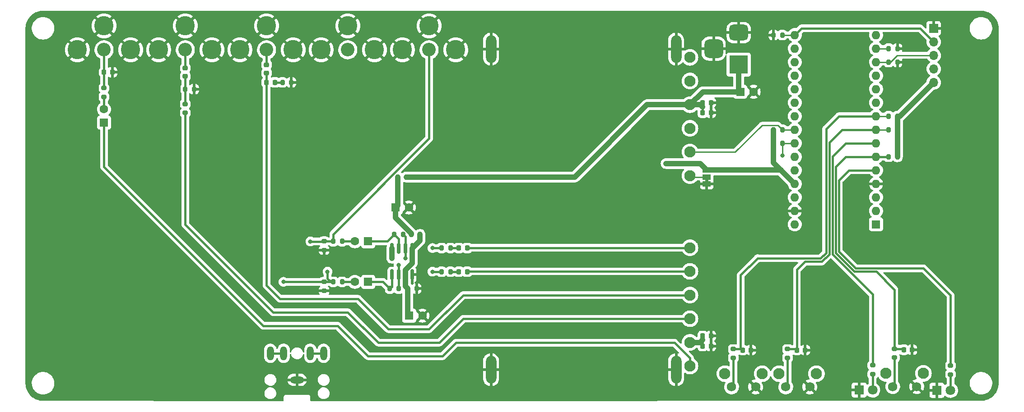
<source format=gtl>
G04 #@! TF.GenerationSoftware,KiCad,Pcbnew,(6.0.0)*
G04 #@! TF.CreationDate,2022-11-09T00:41:27-05:00*
G04 #@! TF.ProjectId,nano driven fm1236,6e616e6f-2064-4726-9976-656e20666d31,rev?*
G04 #@! TF.SameCoordinates,Original*
G04 #@! TF.FileFunction,Copper,L1,Top*
G04 #@! TF.FilePolarity,Positive*
%FSLAX46Y46*%
G04 Gerber Fmt 4.6, Leading zero omitted, Abs format (unit mm)*
G04 Created by KiCad (PCBNEW (6.0.0)) date 2022-11-09 00:41:27*
%MOMM*%
%LPD*%
G01*
G04 APERTURE LIST*
G04 Aperture macros list*
%AMRoundRect*
0 Rectangle with rounded corners*
0 $1 Rounding radius*
0 $2 $3 $4 $5 $6 $7 $8 $9 X,Y pos of 4 corners*
0 Add a 4 corners polygon primitive as box body*
4,1,4,$2,$3,$4,$5,$6,$7,$8,$9,$2,$3,0*
0 Add four circle primitives for the rounded corners*
1,1,$1+$1,$2,$3*
1,1,$1+$1,$4,$5*
1,1,$1+$1,$6,$7*
1,1,$1+$1,$8,$9*
0 Add four rect primitives between the rounded corners*
20,1,$1+$1,$2,$3,$4,$5,0*
20,1,$1+$1,$4,$5,$6,$7,0*
20,1,$1+$1,$6,$7,$8,$9,0*
20,1,$1+$1,$8,$9,$2,$3,0*%
G04 Aperture macros list end*
G04 #@! TA.AperFunction,ComponentPad*
%ADD10R,1.600000X1.600000*%
G04 #@! TD*
G04 #@! TA.AperFunction,ComponentPad*
%ADD11C,1.600000*%
G04 #@! TD*
G04 #@! TA.AperFunction,ComponentPad*
%ADD12R,3.500000X3.500000*%
G04 #@! TD*
G04 #@! TA.AperFunction,ComponentPad*
%ADD13RoundRect,0.750000X-1.000000X0.750000X-1.000000X-0.750000X1.000000X-0.750000X1.000000X0.750000X0*%
G04 #@! TD*
G04 #@! TA.AperFunction,ComponentPad*
%ADD14RoundRect,0.875000X-0.875000X0.875000X-0.875000X-0.875000X0.875000X-0.875000X0.875000X0.875000X0*%
G04 #@! TD*
G04 #@! TA.AperFunction,SMDPad,CuDef*
%ADD15RoundRect,0.200000X-0.200000X-0.275000X0.200000X-0.275000X0.200000X0.275000X-0.200000X0.275000X0*%
G04 #@! TD*
G04 #@! TA.AperFunction,SMDPad,CuDef*
%ADD16RoundRect,0.200000X0.200000X0.275000X-0.200000X0.275000X-0.200000X-0.275000X0.200000X-0.275000X0*%
G04 #@! TD*
G04 #@! TA.AperFunction,SMDPad,CuDef*
%ADD17RoundRect,0.225000X0.225000X0.250000X-0.225000X0.250000X-0.225000X-0.250000X0.225000X-0.250000X0*%
G04 #@! TD*
G04 #@! TA.AperFunction,ComponentPad*
%ADD18R,1.800000X1.800000*%
G04 #@! TD*
G04 #@! TA.AperFunction,ComponentPad*
%ADD19C,1.800000*%
G04 #@! TD*
G04 #@! TA.AperFunction,SMDPad,CuDef*
%ADD20RoundRect,0.200000X0.275000X-0.200000X0.275000X0.200000X-0.275000X0.200000X-0.275000X-0.200000X0*%
G04 #@! TD*
G04 #@! TA.AperFunction,ComponentPad*
%ADD21C,3.616000*%
G04 #@! TD*
G04 #@! TA.AperFunction,ComponentPad*
%ADD22C,2.550000*%
G04 #@! TD*
G04 #@! TA.AperFunction,SMDPad,CuDef*
%ADD23RoundRect,0.225000X-0.225000X-0.250000X0.225000X-0.250000X0.225000X0.250000X-0.225000X0.250000X0*%
G04 #@! TD*
G04 #@! TA.AperFunction,ComponentPad*
%ADD24O,1.600000X1.600000*%
G04 #@! TD*
G04 #@! TA.AperFunction,SMDPad,CuDef*
%ADD25RoundRect,0.225000X0.250000X-0.225000X0.250000X0.225000X-0.250000X0.225000X-0.250000X-0.225000X0*%
G04 #@! TD*
G04 #@! TA.AperFunction,ComponentPad*
%ADD26C,2.100000*%
G04 #@! TD*
G04 #@! TA.AperFunction,ComponentPad*
%ADD27C,1.750000*%
G04 #@! TD*
G04 #@! TA.AperFunction,ComponentPad*
%ADD28O,2.000000X5.170000*%
G04 #@! TD*
G04 #@! TA.AperFunction,ComponentPad*
%ADD29O,2.616000X1.308000*%
G04 #@! TD*
G04 #@! TA.AperFunction,ComponentPad*
%ADD30O,1.308000X2.616000*%
G04 #@! TD*
G04 #@! TA.AperFunction,SMDPad,CuDef*
%ADD31R,1.500000X1.000000*%
G04 #@! TD*
G04 #@! TA.AperFunction,ComponentPad*
%ADD32R,1.700000X1.700000*%
G04 #@! TD*
G04 #@! TA.AperFunction,ComponentPad*
%ADD33O,1.700000X1.700000*%
G04 #@! TD*
G04 #@! TA.AperFunction,SMDPad,CuDef*
%ADD34RoundRect,0.150000X0.150000X-0.825000X0.150000X0.825000X-0.150000X0.825000X-0.150000X-0.825000X0*%
G04 #@! TD*
G04 #@! TA.AperFunction,ViaPad*
%ADD35C,0.800000*%
G04 #@! TD*
G04 #@! TA.AperFunction,Conductor*
%ADD36C,1.000000*%
G04 #@! TD*
G04 #@! TA.AperFunction,Conductor*
%ADD37C,0.400000*%
G04 #@! TD*
G04 #@! TA.AperFunction,Conductor*
%ADD38C,0.250000*%
G04 #@! TD*
G04 APERTURE END LIST*
G36*
X177465000Y-89800000D02*
G01*
X176865000Y-89800000D01*
X176865000Y-89300000D01*
X177465000Y-89300000D01*
X177465000Y-89800000D01*
G37*
D10*
X183452888Y-72898000D03*
D11*
X185952888Y-72898000D03*
D12*
X183151000Y-67782000D03*
D13*
X183151000Y-61782000D03*
D14*
X178451000Y-64782000D03*
D15*
X121095000Y-109855000D03*
X122745000Y-109855000D03*
X211265000Y-77470000D03*
X212915000Y-77470000D03*
D16*
X108775000Y-100965000D03*
X107125000Y-100965000D03*
X129095000Y-106680000D03*
X127445000Y-106680000D03*
X81025000Y-72390000D03*
X79375000Y-72390000D03*
D17*
X132220000Y-106680000D03*
X130670000Y-106680000D03*
D10*
X113665000Y-100965000D03*
D11*
X111165000Y-100965000D03*
D18*
X220340000Y-128962500D03*
D19*
X222880000Y-128962500D03*
D16*
X191325000Y-62230000D03*
X189675000Y-62230000D03*
D20*
X192300000Y-122860000D03*
X192300000Y-121210000D03*
D21*
X99615000Y-65005000D03*
X89615000Y-65005000D03*
X94615000Y-60505000D03*
D22*
X94615000Y-65005000D03*
D15*
X211265000Y-85090000D03*
X212915000Y-85090000D03*
D23*
X176390000Y-118745000D03*
X177940000Y-118745000D03*
D15*
X211265000Y-67310000D03*
X212915000Y-67310000D03*
X189675000Y-80010000D03*
X191325000Y-80010000D03*
D16*
X120840000Y-88900000D03*
X119190000Y-88900000D03*
D15*
X189675000Y-82550000D03*
X191325000Y-82550000D03*
D21*
X130095000Y-65005000D03*
X120095000Y-65005000D03*
X125095000Y-60505000D03*
D22*
X125095000Y-65005000D03*
D23*
X214120000Y-121342500D03*
X215670000Y-121342500D03*
D10*
X118809888Y-94615000D03*
D11*
X121309888Y-94615000D03*
D20*
X208280000Y-125920000D03*
X208280000Y-124270000D03*
D10*
X113665000Y-108585000D03*
D11*
X111165000Y-108585000D03*
D10*
X64135000Y-78675113D03*
D11*
X64135000Y-76175113D03*
D21*
X84375000Y-65005000D03*
X74375000Y-65005000D03*
X79375000Y-60505000D03*
D22*
X79375000Y-65005000D03*
D10*
X208905000Y-97790000D03*
D24*
X208905000Y-95250000D03*
X208905000Y-92710000D03*
X208905000Y-90170000D03*
X208905000Y-87630000D03*
X208905000Y-85090000D03*
X208905000Y-82550000D03*
X208905000Y-80010000D03*
X208905000Y-77470000D03*
X208905000Y-74930000D03*
X208905000Y-72390000D03*
X208905000Y-69850000D03*
X208905000Y-67310000D03*
X208905000Y-64770000D03*
X208905000Y-62230000D03*
X193665000Y-62230000D03*
X193665000Y-64770000D03*
X193665000Y-67310000D03*
X193665000Y-69850000D03*
X193665000Y-72390000D03*
X193665000Y-74930000D03*
X193665000Y-77470000D03*
X193665000Y-80010000D03*
X193665000Y-82550000D03*
X193665000Y-85090000D03*
X193665000Y-87630000D03*
X193665000Y-90170000D03*
X193665000Y-92710000D03*
X193665000Y-95250000D03*
X193665000Y-97790000D03*
D25*
X94615000Y-69355000D03*
X94615000Y-67805000D03*
D23*
X176390000Y-74930000D03*
X177940000Y-74930000D03*
D26*
X180560000Y-125837500D03*
X187570000Y-125837500D03*
D27*
X186320000Y-128327500D03*
X181820000Y-128327500D03*
D10*
X121349888Y-114935000D03*
D11*
X123849888Y-114935000D03*
D15*
X121730000Y-99695000D03*
X123380000Y-99695000D03*
D26*
X174020000Y-66413000D03*
X174020000Y-70858000D03*
X174020000Y-75303000D03*
X174020000Y-79748000D03*
X174020000Y-84193000D03*
X174020000Y-88638000D03*
X174020000Y-102178000D03*
X174020000Y-106623000D03*
X174020000Y-111068000D03*
X174020000Y-115513000D03*
X174020000Y-119958000D03*
X174020000Y-124403000D03*
D28*
X136720000Y-64858000D03*
X136720000Y-125088000D03*
X171420000Y-125088000D03*
X171420000Y-64858000D03*
D23*
X176390000Y-120650000D03*
X177940000Y-120650000D03*
X94615000Y-71120000D03*
X96165000Y-71120000D03*
D25*
X79375000Y-69990000D03*
X79375000Y-68440000D03*
D15*
X211265000Y-80010000D03*
X212915000Y-80010000D03*
D23*
X64135000Y-69215000D03*
X65685000Y-69215000D03*
D16*
X108775000Y-108585000D03*
X107125000Y-108585000D03*
D20*
X212355000Y-122802500D03*
X212355000Y-121152500D03*
D26*
X190720000Y-125837500D03*
X197730000Y-125837500D03*
D27*
X196480000Y-128327500D03*
X191980000Y-128327500D03*
D18*
X205735000Y-128905000D03*
D19*
X208275000Y-128905000D03*
D26*
X210775000Y-125780000D03*
X217785000Y-125780000D03*
D27*
X216535000Y-128270000D03*
X212035000Y-128270000D03*
D20*
X105410000Y-102615000D03*
X105410000Y-100965000D03*
D29*
X100330000Y-127000000D03*
D30*
X105330000Y-122000000D03*
X95330000Y-122000000D03*
X102830000Y-122000000D03*
X97830000Y-122000000D03*
D31*
X177165000Y-90200000D03*
X177165000Y-88900000D03*
X177165000Y-87600000D03*
D15*
X211265000Y-64770000D03*
X212915000Y-64770000D03*
D20*
X222885000Y-125977500D03*
X222885000Y-124327500D03*
D32*
X219710000Y-60965000D03*
D33*
X219710000Y-63505000D03*
X219710000Y-66045000D03*
X219710000Y-68585000D03*
X219710000Y-71125000D03*
D16*
X129095000Y-102235000D03*
X127445000Y-102235000D03*
D23*
X194065000Y-121400000D03*
X195615000Y-121400000D03*
X183905000Y-121400000D03*
X185455000Y-121400000D03*
D20*
X64135000Y-73850000D03*
X64135000Y-72200000D03*
X79375000Y-76835000D03*
X79375000Y-75185000D03*
D23*
X176390000Y-76835000D03*
X177940000Y-76835000D03*
D20*
X182140000Y-122860000D03*
X182140000Y-121210000D03*
D34*
X118110000Y-107250000D03*
X119380000Y-107250000D03*
X120650000Y-107250000D03*
X121920000Y-107250000D03*
X121920000Y-102300000D03*
X120650000Y-102300000D03*
X119380000Y-102300000D03*
X118110000Y-102300000D03*
D20*
X105410000Y-110235000D03*
X105410000Y-108585000D03*
D16*
X119380000Y-109855000D03*
X117730000Y-109855000D03*
D17*
X132220000Y-102235000D03*
X130670000Y-102235000D03*
D15*
X97600000Y-71120000D03*
X99250000Y-71120000D03*
D21*
X114855000Y-65005000D03*
X104855000Y-65005000D03*
X109855000Y-60505000D03*
D22*
X109855000Y-65005000D03*
D16*
X120205000Y-99695000D03*
X118555000Y-99695000D03*
D21*
X69135000Y-65005000D03*
X59135000Y-65005000D03*
X64135000Y-60505000D03*
D22*
X64135000Y-65005000D03*
D35*
X206375000Y-62865000D03*
X215900000Y-68580000D03*
X196215000Y-62865000D03*
X107315000Y-110490000D03*
X215900000Y-62865000D03*
X191325000Y-84900000D03*
X169545000Y-86360000D03*
X118110000Y-104140000D03*
X97790000Y-108585000D03*
X106045000Y-106680000D03*
X102830000Y-101005000D03*
X125730000Y-106680000D03*
X119380000Y-105410000D03*
X120650000Y-104140000D03*
X125730000Y-102235000D03*
D36*
X183452888Y-72898000D02*
X176425000Y-72898000D01*
X176425000Y-72898000D02*
X174020000Y-75303000D01*
X183151000Y-67782000D02*
X183151000Y-72596112D01*
X183151000Y-72596112D02*
X183452888Y-72898000D01*
D37*
X200730960Y-103366659D02*
X200730960Y-85019040D01*
X203200000Y-82550000D02*
X208905000Y-82550000D01*
X208280000Y-124270000D02*
X208280000Y-110915699D01*
X200730960Y-85019040D02*
X203200000Y-82550000D01*
X208280000Y-110915699D02*
X200730960Y-103366659D01*
X201930000Y-89535000D02*
X203835000Y-87630000D01*
X201930000Y-102870000D02*
X201930000Y-89535000D01*
X222885000Y-124327500D02*
X222885000Y-111125000D01*
X222885000Y-111125000D02*
X217805000Y-106045000D01*
X217805000Y-106045000D02*
X205105000Y-106045000D01*
X205105000Y-106045000D02*
X201930000Y-102870000D01*
X203835000Y-87630000D02*
X208905000Y-87630000D01*
X186690000Y-104140000D02*
X186725480Y-104175480D01*
D38*
X208905000Y-77470000D02*
X211265000Y-77470000D01*
D37*
X199531920Y-79868080D02*
X201930000Y-77470000D01*
X201930000Y-77470000D02*
X208905000Y-77470000D01*
X182140000Y-121210000D02*
X183715000Y-121210000D01*
X198506670Y-104175480D02*
X199531920Y-103150230D01*
X183715000Y-121210000D02*
X183905000Y-121400000D01*
X186725480Y-104175480D02*
X198506670Y-104175480D01*
X183905000Y-121400000D02*
X183515000Y-121010000D01*
X183515000Y-121010000D02*
X183515000Y-107315000D01*
X199531920Y-103150230D02*
X199531920Y-79868080D01*
X183515000Y-107315000D02*
X186690000Y-104140000D01*
D38*
X191325000Y-80010000D02*
X193665000Y-80010000D01*
X190500480Y-79185480D02*
X191325000Y-80010000D01*
X187514520Y-79185480D02*
X190500480Y-79185480D01*
X174020000Y-84193000D02*
X182507000Y-84193000D01*
X182507000Y-84193000D02*
X187514520Y-79185480D01*
D37*
X192300000Y-121210000D02*
X193875000Y-121210000D01*
X195580000Y-104775000D02*
X194065000Y-106290000D01*
X208905000Y-80010000D02*
X202565000Y-80010000D01*
X193875000Y-121210000D02*
X194065000Y-121400000D01*
X200131440Y-82443560D02*
X200131440Y-103398560D01*
X198755000Y-104775000D02*
X195580000Y-104775000D01*
X200131440Y-103398560D02*
X198755000Y-104775000D01*
X194065000Y-106290000D02*
X194065000Y-121400000D01*
X202565000Y-80010000D02*
X200131440Y-82443560D01*
D38*
X208905000Y-80010000D02*
X211265000Y-80010000D01*
X191325000Y-82550000D02*
X193665000Y-82550000D01*
X191325000Y-82550000D02*
X191325000Y-84900000D01*
D37*
X201330480Y-86959520D02*
X201330480Y-103118329D01*
X212355000Y-110049040D02*
X212355000Y-121152500D01*
X213930000Y-121152500D02*
X214120000Y-121342500D01*
X204856671Y-106644520D02*
X208950480Y-106644520D01*
X208905000Y-85090000D02*
X203200000Y-85090000D01*
X208950480Y-106644520D02*
X212355000Y-110049040D01*
X212355000Y-121152500D02*
X213930000Y-121152500D01*
X203200000Y-85090000D02*
X201330480Y-86959520D01*
X201330480Y-103118329D02*
X204856671Y-106644520D01*
X211265000Y-85090000D02*
X208905000Y-85090000D01*
D36*
X191095000Y-87600000D02*
X191130000Y-87635000D01*
D37*
X176390000Y-118745000D02*
X176390000Y-119520000D01*
D36*
X120840000Y-88900000D02*
X152400000Y-88900000D01*
X212915000Y-77470000D02*
X213365000Y-77470000D01*
D37*
X176390000Y-75705000D02*
X176390000Y-76835000D01*
D36*
X174020000Y-75303000D02*
X175988000Y-75303000D01*
X191130000Y-87635000D02*
X189675000Y-86180000D01*
X212915000Y-80010000D02*
X212915000Y-85090000D01*
X175988000Y-75303000D02*
X176390000Y-75705000D01*
D37*
X176390000Y-119520000D02*
X176390000Y-120650000D01*
D36*
X212915000Y-80010000D02*
X212915000Y-77470000D01*
X152400000Y-88900000D02*
X165997000Y-75303000D01*
X189675000Y-86180000D02*
X189675000Y-82550000D01*
X177165000Y-87600000D02*
X175925000Y-86360000D01*
X213365000Y-77470000D02*
X219710000Y-71125000D01*
D37*
X176390000Y-74930000D02*
X176390000Y-75705000D01*
D36*
X189675000Y-82550000D02*
X189675000Y-80010000D01*
X177165000Y-87600000D02*
X191095000Y-87600000D01*
X165997000Y-75303000D02*
X174020000Y-75303000D01*
X175925000Y-86360000D02*
X169545000Y-86360000D01*
X193665000Y-90170000D02*
X191130000Y-87635000D01*
X175952000Y-119958000D02*
X176390000Y-119520000D01*
X174020000Y-119958000D02*
X175952000Y-119958000D01*
D38*
X212856783Y-66045000D02*
X219710000Y-66045000D01*
X211265000Y-67310000D02*
X211591783Y-67310000D01*
X208905000Y-67310000D02*
X211265000Y-67310000D01*
X211591783Y-67310000D02*
X212856783Y-66045000D01*
X208905000Y-64770000D02*
X211265000Y-64770000D01*
D37*
X217165000Y-60960000D02*
X194935000Y-60960000D01*
X194935000Y-60960000D02*
X193665000Y-62230000D01*
X219710000Y-63505000D02*
X217165000Y-60960000D01*
D38*
X191325000Y-62230000D02*
X193665000Y-62230000D01*
D36*
X119190000Y-94234888D02*
X118809888Y-94615000D01*
X118777113Y-96520000D02*
X118809888Y-96487225D01*
X119190000Y-88900000D02*
X119190000Y-94234888D01*
X121730000Y-99472887D02*
X118777113Y-96520000D01*
X118809888Y-96487225D02*
X118809888Y-94615000D01*
X118110000Y-102300000D02*
X118110000Y-104140000D01*
X121730000Y-99695000D02*
X121730000Y-99472887D01*
D37*
X132277000Y-106623000D02*
X174020000Y-106623000D01*
X132220000Y-106680000D02*
X132277000Y-106623000D01*
X129095000Y-106680000D02*
X130670000Y-106680000D01*
X132277000Y-102178000D02*
X174020000Y-102178000D01*
X132220000Y-102235000D02*
X132277000Y-102178000D01*
X129095000Y-102235000D02*
X130670000Y-102235000D01*
D36*
X121920000Y-105073598D02*
X120650000Y-106343598D01*
X121095000Y-109855000D02*
X121095000Y-114680112D01*
X123380000Y-100840000D02*
X121920000Y-102300000D01*
X120650000Y-106343598D02*
X120650000Y-107250000D01*
X120650000Y-107250000D02*
X120650000Y-109410000D01*
X121095000Y-114680112D02*
X121349888Y-114935000D01*
X121920000Y-102300000D02*
X121920000Y-105073598D01*
X123380000Y-99695000D02*
X123380000Y-100840000D01*
X120650000Y-109410000D02*
X121095000Y-109855000D01*
D37*
X118110000Y-109475000D02*
X117730000Y-109855000D01*
X116460000Y-108585000D02*
X113665000Y-108585000D01*
X117730000Y-109855000D02*
X116460000Y-108585000D01*
X118110000Y-107250000D02*
X118110000Y-109475000D01*
X108775000Y-108585000D02*
X111165000Y-108585000D01*
X118555000Y-99695000D02*
X117285000Y-100965000D01*
X119380000Y-100520000D02*
X118555000Y-99695000D01*
X117285000Y-100965000D02*
X113665000Y-100965000D01*
X119380000Y-102300000D02*
X119380000Y-100520000D01*
X111165000Y-100965000D02*
X108775000Y-100965000D01*
X174020000Y-124403000D02*
X174020000Y-122918076D01*
X171116924Y-120015000D02*
X130175000Y-120015000D01*
X64135000Y-86995000D02*
X64135000Y-78675113D01*
X130175000Y-120015000D02*
X127635000Y-122555000D01*
X107950000Y-116840000D02*
X93980000Y-116840000D01*
X113665000Y-122555000D02*
X107950000Y-116840000D01*
X174020000Y-122918076D02*
X171116924Y-120015000D01*
X93980000Y-116840000D02*
X64135000Y-86995000D01*
X127635000Y-122555000D02*
X113665000Y-122555000D01*
X64135000Y-73850000D02*
X64135000Y-76175113D01*
X94615000Y-109220000D02*
X94615000Y-71120000D01*
X94615000Y-69355000D02*
X94615000Y-71120000D01*
X97155000Y-111760000D02*
X94615000Y-109220000D01*
X111760000Y-111760000D02*
X97155000Y-111760000D01*
X125095000Y-117475000D02*
X117475000Y-117475000D01*
X117475000Y-117475000D02*
X111760000Y-111760000D01*
X174020000Y-111068000D02*
X131502000Y-111068000D01*
X131502000Y-111068000D02*
X125095000Y-117475000D01*
X96165000Y-71120000D02*
X97600000Y-71120000D01*
X64135000Y-65005000D02*
X64135000Y-69215000D01*
X64135000Y-69215000D02*
X64135000Y-72200000D01*
X79375000Y-72390000D02*
X79375000Y-75185000D01*
X79375000Y-69990000D02*
X79375000Y-72390000D01*
X79375000Y-65005000D02*
X79375000Y-68440000D01*
X94615000Y-65005000D02*
X94615000Y-67805000D01*
X208275000Y-125925000D02*
X208280000Y-125920000D01*
X208275000Y-128905000D02*
X208275000Y-125925000D01*
X222880000Y-125982500D02*
X222885000Y-125977500D01*
X222880000Y-128962500D02*
X222880000Y-125982500D01*
D38*
X174282000Y-88900000D02*
X174020000Y-88638000D01*
X177165000Y-88900000D02*
X174282000Y-88900000D01*
D37*
X106680000Y-108585000D02*
X106045000Y-107950000D01*
X106680000Y-108585000D02*
X105410000Y-108585000D01*
X95330000Y-122000000D02*
X97830000Y-122000000D01*
X105410000Y-108585000D02*
X97790000Y-108585000D01*
X106045000Y-107950000D02*
X106045000Y-106680000D01*
X107125000Y-108585000D02*
X106680000Y-108585000D01*
X102830000Y-101005000D02*
X105370000Y-101005000D01*
X107125000Y-100965000D02*
X105410000Y-100965000D01*
X125095000Y-81672151D02*
X125095000Y-65005000D01*
X102830000Y-122000000D02*
X105330000Y-122000000D01*
X107125000Y-100965000D02*
X107125000Y-99642151D01*
X105370000Y-101005000D02*
X105410000Y-100965000D01*
X107125000Y-99642151D02*
X125095000Y-81672151D01*
X182140000Y-128007500D02*
X182140000Y-122860000D01*
X181820000Y-128327500D02*
X182140000Y-128007500D01*
X192300000Y-128007500D02*
X192300000Y-122860000D01*
X191980000Y-128327500D02*
X192300000Y-128007500D01*
X212355000Y-127950000D02*
X212355000Y-122802500D01*
X212035000Y-128270000D02*
X212355000Y-127950000D01*
X127445000Y-106680000D02*
X125730000Y-106680000D01*
X119380000Y-107250000D02*
X119380000Y-109855000D01*
X119380000Y-107250000D02*
X119380000Y-105410000D01*
X120650000Y-100140000D02*
X120205000Y-99695000D01*
X120650000Y-102300000D02*
X120650000Y-100140000D01*
X127445000Y-102235000D02*
X125730000Y-102235000D01*
X120650000Y-102300000D02*
X120650000Y-104140000D01*
X79375000Y-97790000D02*
X79375000Y-76835000D01*
X131502000Y-115513000D02*
X127000000Y-120015000D01*
X174020000Y-115513000D02*
X131502000Y-115513000D01*
X95885000Y-114300000D02*
X79375000Y-97790000D01*
X115570000Y-120015000D02*
X109855000Y-114300000D01*
X127000000Y-120015000D02*
X115570000Y-120015000D01*
X109855000Y-114300000D02*
X95885000Y-114300000D01*
G04 #@! TA.AperFunction,Conductor*
G36*
X228570057Y-57659500D02*
G01*
X228584858Y-57661805D01*
X228584861Y-57661805D01*
X228593730Y-57663186D01*
X228612411Y-57660743D01*
X228635342Y-57659852D01*
X228938557Y-57675743D01*
X228951665Y-57677120D01*
X229191285Y-57715072D01*
X229280002Y-57729123D01*
X229292902Y-57731865D01*
X229614000Y-57817903D01*
X229626536Y-57821977D01*
X229899358Y-57926703D01*
X229936876Y-57941105D01*
X229948924Y-57946469D01*
X230245120Y-58097388D01*
X230256536Y-58103979D01*
X230535334Y-58285033D01*
X230545992Y-58292776D01*
X230793441Y-58493155D01*
X230804344Y-58501984D01*
X230814145Y-58510810D01*
X231049190Y-58745855D01*
X231058015Y-58755655D01*
X231200787Y-58931964D01*
X231267221Y-59014004D01*
X231274967Y-59024666D01*
X231456018Y-59303459D01*
X231462612Y-59314880D01*
X231613531Y-59611076D01*
X231618895Y-59623124D01*
X231737658Y-59932510D01*
X231738021Y-59933456D01*
X231742097Y-59945999D01*
X231756707Y-60000524D01*
X231828135Y-60267098D01*
X231830877Y-60279998D01*
X231835280Y-60307798D01*
X231871760Y-60538124D01*
X231882879Y-60608329D01*
X231884257Y-60621443D01*
X231899746Y-60916981D01*
X231899764Y-60917330D01*
X231898436Y-60943312D01*
X231898195Y-60944856D01*
X231898195Y-60944860D01*
X231896814Y-60953730D01*
X231897978Y-60962632D01*
X231897978Y-60962635D01*
X231900936Y-60985251D01*
X231902000Y-61001589D01*
X231902000Y-127585672D01*
X231900500Y-127605057D01*
X231899328Y-127612586D01*
X231896814Y-127628730D01*
X231899156Y-127646637D01*
X231899257Y-127647410D01*
X231900148Y-127670342D01*
X231884960Y-127960149D01*
X231884257Y-127973554D01*
X231882880Y-127986665D01*
X231855179Y-128161564D01*
X231830877Y-128315002D01*
X231828135Y-128327902D01*
X231742097Y-128649000D01*
X231738023Y-128661536D01*
X231693596Y-128777275D01*
X231618895Y-128971876D01*
X231613531Y-128983924D01*
X231462612Y-129280120D01*
X231456021Y-129291536D01*
X231274967Y-129570334D01*
X231267224Y-129580992D01*
X231062257Y-129834107D01*
X231058016Y-129839344D01*
X231049190Y-129849145D01*
X230814145Y-130084190D01*
X230804345Y-130093015D01*
X230558938Y-130291741D01*
X230545996Y-130302221D01*
X230535334Y-130309967D01*
X230256536Y-130491021D01*
X230245120Y-130497612D01*
X229948924Y-130648531D01*
X229936875Y-130653895D01*
X229626536Y-130773023D01*
X229614000Y-130777097D01*
X229292902Y-130863135D01*
X229280002Y-130865877D01*
X229191285Y-130879928D01*
X228951665Y-130917880D01*
X228938557Y-130919257D01*
X228642666Y-130934764D01*
X228616688Y-130933436D01*
X228615144Y-130933195D01*
X228615140Y-130933195D01*
X228606270Y-130931814D01*
X228574600Y-130935956D01*
X228558331Y-130937019D01*
X106328864Y-130992000D01*
X102964000Y-130992000D01*
X102895879Y-130971998D01*
X102849386Y-130918342D01*
X102838000Y-130866000D01*
X102838000Y-130308702D01*
X102838002Y-130307932D01*
X102838173Y-130279869D01*
X102838476Y-130230348D01*
X102836010Y-130221719D01*
X102836009Y-130221714D01*
X102830361Y-130201952D01*
X102826783Y-130185191D01*
X102823870Y-130164848D01*
X102823867Y-130164838D01*
X102822595Y-130155955D01*
X102811979Y-130132605D01*
X102805536Y-130115093D01*
X102800954Y-130099063D01*
X102798488Y-130090435D01*
X102782726Y-130065452D01*
X102774596Y-130050386D01*
X102762367Y-130023490D01*
X102745626Y-130004061D01*
X102734521Y-129989053D01*
X102725630Y-129974961D01*
X102720840Y-129967369D01*
X102698703Y-129947818D01*
X102686659Y-129935626D01*
X102673239Y-129920051D01*
X102673237Y-129920050D01*
X102667381Y-129913253D01*
X102659853Y-129908374D01*
X102659850Y-129908371D01*
X102645861Y-129899304D01*
X102630987Y-129888014D01*
X102626640Y-129884175D01*
X102611772Y-129871044D01*
X102603646Y-129867229D01*
X102603645Y-129867228D01*
X102597979Y-129864568D01*
X102585034Y-129858490D01*
X102570065Y-129850176D01*
X102545273Y-129834107D01*
X102520709Y-129826761D01*
X102503264Y-129820099D01*
X102496254Y-129816808D01*
X102480052Y-129809201D01*
X102450870Y-129804657D01*
X102434151Y-129800874D01*
X102414464Y-129794986D01*
X102414461Y-129794985D01*
X102405859Y-129792413D01*
X102396884Y-129792358D01*
X102396883Y-129792358D01*
X102390190Y-129792317D01*
X102371444Y-129792203D01*
X102370672Y-129792170D01*
X102369577Y-129792000D01*
X102338702Y-129792000D01*
X102337932Y-129791998D01*
X102264284Y-129791548D01*
X102264283Y-129791548D01*
X102260348Y-129791524D01*
X102259004Y-129791908D01*
X102257659Y-129792000D01*
X98338702Y-129792000D01*
X98337932Y-129791998D01*
X98337078Y-129791993D01*
X98260348Y-129791524D01*
X98251719Y-129793990D01*
X98251714Y-129793991D01*
X98231952Y-129799639D01*
X98215191Y-129803217D01*
X98194848Y-129806130D01*
X98194838Y-129806133D01*
X98185955Y-129807405D01*
X98162605Y-129818021D01*
X98145093Y-129824464D01*
X98137057Y-129826761D01*
X98120435Y-129831512D01*
X98095452Y-129847274D01*
X98080386Y-129855404D01*
X98053490Y-129867633D01*
X98034061Y-129884374D01*
X98019053Y-129895479D01*
X97997369Y-129909160D01*
X97979781Y-129929075D01*
X97977819Y-129931296D01*
X97965627Y-129943340D01*
X97943253Y-129962619D01*
X97938374Y-129970147D01*
X97938371Y-129970150D01*
X97929304Y-129984139D01*
X97918014Y-129999013D01*
X97901044Y-130018228D01*
X97888490Y-130044966D01*
X97880176Y-130059935D01*
X97864107Y-130084727D01*
X97861535Y-130093327D01*
X97856761Y-130109290D01*
X97850099Y-130126736D01*
X97839201Y-130149948D01*
X97834993Y-130176977D01*
X97834658Y-130179128D01*
X97830874Y-130195849D01*
X97824986Y-130215536D01*
X97824985Y-130215539D01*
X97822413Y-130224141D01*
X97822358Y-130233116D01*
X97822358Y-130233117D01*
X97822203Y-130258546D01*
X97822170Y-130259328D01*
X97822000Y-130260423D01*
X97822000Y-130291298D01*
X97821998Y-130292068D01*
X97821524Y-130369652D01*
X97821908Y-130370996D01*
X97822000Y-130372341D01*
X97822000Y-130866000D01*
X97801998Y-130934121D01*
X97748342Y-130980614D01*
X97696000Y-130992000D01*
X94330137Y-130992000D01*
X52754575Y-130937065D01*
X52735365Y-130935566D01*
X52711270Y-130931814D01*
X52692589Y-130934257D01*
X52669658Y-130935148D01*
X52366443Y-130919257D01*
X52353335Y-130917880D01*
X52113715Y-130879928D01*
X52024998Y-130865877D01*
X52012098Y-130863135D01*
X51691000Y-130777097D01*
X51678464Y-130773023D01*
X51368125Y-130653895D01*
X51356076Y-130648531D01*
X51059880Y-130497612D01*
X51048464Y-130491021D01*
X50769666Y-130309967D01*
X50759004Y-130302221D01*
X50746063Y-130291741D01*
X50500655Y-130093015D01*
X50490855Y-130084190D01*
X50255810Y-129849145D01*
X50246984Y-129839344D01*
X50242743Y-129834107D01*
X50037776Y-129580992D01*
X50030033Y-129570334D01*
X49848979Y-129291536D01*
X49842388Y-129280120D01*
X49691469Y-128983924D01*
X49686105Y-128971876D01*
X49611404Y-128777275D01*
X49566977Y-128661536D01*
X49562903Y-128649000D01*
X49476865Y-128327902D01*
X49474123Y-128315002D01*
X49449821Y-128161564D01*
X49422120Y-127986665D01*
X49420743Y-127973554D01*
X49420050Y-127960328D01*
X49409955Y-127767703D01*
X50595743Y-127767703D01*
X50596302Y-127771947D01*
X50596302Y-127771951D01*
X50603154Y-127823994D01*
X50633268Y-128052734D01*
X50634401Y-128056874D01*
X50634401Y-128056876D01*
X50637272Y-128067369D01*
X50709129Y-128330036D01*
X50710813Y-128333984D01*
X50810719Y-128568208D01*
X50821923Y-128594476D01*
X50884792Y-128699522D01*
X50965033Y-128833595D01*
X50969561Y-128841161D01*
X51149313Y-129065528D01*
X51254711Y-129165547D01*
X51352083Y-129257949D01*
X51357851Y-129263423D01*
X51477070Y-129349091D01*
X51578044Y-129421648D01*
X51591317Y-129431186D01*
X51595112Y-129433195D01*
X51595113Y-129433196D01*
X51616869Y-129444715D01*
X51845392Y-129565712D01*
X51947614Y-129603120D01*
X52110493Y-129662725D01*
X52115373Y-129664511D01*
X52396264Y-129725755D01*
X52424841Y-129728004D01*
X52619282Y-129743307D01*
X52619291Y-129743307D01*
X52621739Y-129743500D01*
X52777271Y-129743500D01*
X52779407Y-129743354D01*
X52779418Y-129743354D01*
X52987548Y-129729165D01*
X52987554Y-129729164D01*
X52991825Y-129728873D01*
X52996020Y-129728004D01*
X52996022Y-129728004D01*
X53200919Y-129685572D01*
X53273342Y-129670574D01*
X53544343Y-129574607D01*
X53729292Y-129479148D01*
X53794283Y-129445604D01*
X94217787Y-129445604D01*
X94227567Y-129656899D01*
X94228971Y-129662724D01*
X94228971Y-129662725D01*
X94275408Y-129855408D01*
X94277125Y-129862534D01*
X94279607Y-129867992D01*
X94279608Y-129867996D01*
X94322089Y-129961427D01*
X94364674Y-130055087D01*
X94436225Y-130155955D01*
X94483336Y-130222369D01*
X94487054Y-130227611D01*
X94581334Y-130317864D01*
X94634572Y-130368828D01*
X94639850Y-130373881D01*
X94817548Y-130488620D01*
X94832426Y-130494616D01*
X95008168Y-130565442D01*
X95008171Y-130565443D01*
X95013737Y-130567686D01*
X95221337Y-130608228D01*
X95226899Y-130608500D01*
X95382846Y-130608500D01*
X95540566Y-130593452D01*
X95743534Y-130533908D01*
X95814007Y-130497612D01*
X95926249Y-130439804D01*
X95926252Y-130439802D01*
X95931580Y-130437058D01*
X96097920Y-130306396D01*
X96101852Y-130301865D01*
X96101855Y-130301862D01*
X96232621Y-130151167D01*
X96236552Y-130146637D01*
X96239552Y-130141451D01*
X96239555Y-130141447D01*
X96339467Y-129968742D01*
X96342473Y-129963546D01*
X96411861Y-129763729D01*
X96417367Y-129725755D01*
X96441352Y-129560336D01*
X96441352Y-129560333D01*
X96442213Y-129554396D01*
X96437177Y-129445604D01*
X104217787Y-129445604D01*
X104227567Y-129656899D01*
X104228971Y-129662724D01*
X104228971Y-129662725D01*
X104275408Y-129855408D01*
X104277125Y-129862534D01*
X104279607Y-129867992D01*
X104279608Y-129867996D01*
X104322089Y-129961427D01*
X104364674Y-130055087D01*
X104436225Y-130155955D01*
X104483336Y-130222369D01*
X104487054Y-130227611D01*
X104581334Y-130317864D01*
X104634572Y-130368828D01*
X104639850Y-130373881D01*
X104817548Y-130488620D01*
X104832426Y-130494616D01*
X105008168Y-130565442D01*
X105008171Y-130565443D01*
X105013737Y-130567686D01*
X105221337Y-130608228D01*
X105226899Y-130608500D01*
X105382846Y-130608500D01*
X105540566Y-130593452D01*
X105743534Y-130533908D01*
X105814007Y-130497612D01*
X105926249Y-130439804D01*
X105926252Y-130439802D01*
X105931580Y-130437058D01*
X106097920Y-130306396D01*
X106101852Y-130301865D01*
X106101855Y-130301862D01*
X106232621Y-130151167D01*
X106236552Y-130146637D01*
X106239552Y-130141451D01*
X106239555Y-130141447D01*
X106339467Y-129968742D01*
X106342473Y-129963546D01*
X106382018Y-129849669D01*
X204327001Y-129849669D01*
X204327371Y-129856490D01*
X204332895Y-129907352D01*
X204336521Y-129922604D01*
X204381676Y-130043054D01*
X204390214Y-130058649D01*
X204466715Y-130160724D01*
X204479276Y-130173285D01*
X204581351Y-130249786D01*
X204596946Y-130258324D01*
X204717394Y-130303478D01*
X204732649Y-130307105D01*
X204783514Y-130312631D01*
X204790328Y-130313000D01*
X205462885Y-130313000D01*
X205478124Y-130308525D01*
X205479329Y-130307135D01*
X205481000Y-130299452D01*
X205481000Y-129177115D01*
X205476525Y-129161876D01*
X205475135Y-129160671D01*
X205467452Y-129159000D01*
X204345116Y-129159000D01*
X204329877Y-129163475D01*
X204328672Y-129164865D01*
X204327001Y-129172548D01*
X204327001Y-129849669D01*
X106382018Y-129849669D01*
X106411861Y-129763729D01*
X106417367Y-129725755D01*
X106441352Y-129560336D01*
X106441352Y-129560333D01*
X106442213Y-129554396D01*
X106432433Y-129343101D01*
X106397104Y-129196508D01*
X106384281Y-129143299D01*
X106384280Y-129143297D01*
X106382875Y-129137466D01*
X106367312Y-129103236D01*
X106307585Y-128971876D01*
X106295326Y-128944913D01*
X106182380Y-128785688D01*
X106176412Y-128777275D01*
X106176411Y-128777274D01*
X106172946Y-128772389D01*
X106020150Y-128626119D01*
X105842452Y-128511380D01*
X105782354Y-128487160D01*
X105651832Y-128434558D01*
X105651829Y-128434557D01*
X105646263Y-128432314D01*
X105438663Y-128391772D01*
X105433101Y-128391500D01*
X105277154Y-128391500D01*
X105119434Y-128406548D01*
X104916466Y-128466092D01*
X104911139Y-128468836D01*
X104911138Y-128468836D01*
X104733751Y-128560196D01*
X104733748Y-128560198D01*
X104728420Y-128562942D01*
X104562080Y-128693604D01*
X104558148Y-128698135D01*
X104558145Y-128698138D01*
X104482334Y-128785503D01*
X104423448Y-128853363D01*
X104420448Y-128858549D01*
X104420445Y-128858553D01*
X104344865Y-128989198D01*
X104317527Y-129036454D01*
X104248139Y-129236271D01*
X104247278Y-129242206D01*
X104247278Y-129242208D01*
X104219878Y-129431186D01*
X104217787Y-129445604D01*
X96437177Y-129445604D01*
X96432433Y-129343101D01*
X96397104Y-129196508D01*
X96384281Y-129143299D01*
X96384280Y-129143297D01*
X96382875Y-129137466D01*
X96367312Y-129103236D01*
X96307585Y-128971876D01*
X96295326Y-128944913D01*
X96182380Y-128785688D01*
X96176412Y-128777275D01*
X96176411Y-128777274D01*
X96172946Y-128772389D01*
X96020150Y-128626119D01*
X95842452Y-128511380D01*
X95782354Y-128487160D01*
X95651832Y-128434558D01*
X95651829Y-128434557D01*
X95646263Y-128432314D01*
X95438663Y-128391772D01*
X95433101Y-128391500D01*
X95277154Y-128391500D01*
X95119434Y-128406548D01*
X94916466Y-128466092D01*
X94911139Y-128468836D01*
X94911138Y-128468836D01*
X94733751Y-128560196D01*
X94733748Y-128560198D01*
X94728420Y-128562942D01*
X94562080Y-128693604D01*
X94558148Y-128698135D01*
X94558145Y-128698138D01*
X94482334Y-128785503D01*
X94423448Y-128853363D01*
X94420448Y-128858549D01*
X94420445Y-128858553D01*
X94344865Y-128989198D01*
X94317527Y-129036454D01*
X94248139Y-129236271D01*
X94247278Y-129242206D01*
X94247278Y-129242208D01*
X94219878Y-129431186D01*
X94217787Y-129445604D01*
X53794283Y-129445604D01*
X53796005Y-129444715D01*
X53796006Y-129444715D01*
X53799812Y-129442750D01*
X53803313Y-129440289D01*
X53803317Y-129440287D01*
X53980943Y-129315449D01*
X54035023Y-129277441D01*
X54122117Y-129196508D01*
X54242479Y-129084661D01*
X54242481Y-129084658D01*
X54245622Y-129081740D01*
X54427713Y-128859268D01*
X54577927Y-128614142D01*
X54602465Y-128558244D01*
X54691757Y-128354830D01*
X54693483Y-128350898D01*
X54772244Y-128074406D01*
X54773201Y-128067686D01*
X54812146Y-127794036D01*
X54812146Y-127794034D01*
X54812751Y-127789784D01*
X54812775Y-127785310D01*
X54814235Y-127506583D01*
X54814235Y-127506576D01*
X54814257Y-127502297D01*
X54813609Y-127497371D01*
X54790641Y-127322917D01*
X54776732Y-127217266D01*
X54768198Y-127186069D01*
X54732176Y-127054396D01*
X54702414Y-126945604D01*
X94217787Y-126945604D01*
X94227567Y-127156899D01*
X94228971Y-127162724D01*
X94228971Y-127162725D01*
X94267856Y-127324072D01*
X94277125Y-127362534D01*
X94279607Y-127367992D01*
X94279608Y-127367996D01*
X94325415Y-127468742D01*
X94364674Y-127555087D01*
X94487054Y-127727611D01*
X94550672Y-127788512D01*
X94633869Y-127868155D01*
X94639850Y-127873881D01*
X94817548Y-127988620D01*
X94839746Y-127997566D01*
X95008168Y-128065442D01*
X95008171Y-128065443D01*
X95013737Y-128067686D01*
X95221337Y-128108228D01*
X95226899Y-128108500D01*
X95382846Y-128108500D01*
X95540566Y-128093452D01*
X95743534Y-128033908D01*
X95748862Y-128031164D01*
X95926249Y-127939804D01*
X95926252Y-127939802D01*
X95931580Y-127937058D01*
X96097920Y-127806396D01*
X96101852Y-127801865D01*
X96101855Y-127801862D01*
X96232621Y-127651167D01*
X96236552Y-127646637D01*
X96239552Y-127641451D01*
X96239555Y-127641447D01*
X96339467Y-127468742D01*
X96342473Y-127463546D01*
X96408738Y-127272722D01*
X98543749Y-127272722D01*
X98547807Y-127296339D01*
X98550787Y-127307459D01*
X98620705Y-127496981D01*
X98625655Y-127507359D01*
X98728941Y-127680967D01*
X98735705Y-127690276D01*
X98868900Y-127842157D01*
X98877235Y-127850067D01*
X99035879Y-127975132D01*
X99045536Y-127981403D01*
X99224298Y-128075454D01*
X99234941Y-128079862D01*
X99427857Y-128139765D01*
X99439101Y-128142155D01*
X99603085Y-128161564D01*
X99610488Y-128162000D01*
X100057885Y-128162000D01*
X100073124Y-128157525D01*
X100074329Y-128156135D01*
X100076000Y-128148452D01*
X100076000Y-128143885D01*
X100584000Y-128143885D01*
X100588475Y-128159124D01*
X100589865Y-128160329D01*
X100597548Y-128162000D01*
X101035278Y-128162000D01*
X101041067Y-128161734D01*
X101190908Y-128147966D01*
X101202229Y-128145868D01*
X101396643Y-128091038D01*
X101407390Y-128086913D01*
X101588565Y-127997566D01*
X101598374Y-127991554D01*
X101760225Y-127870696D01*
X101768785Y-127862989D01*
X101905907Y-127714651D01*
X101912908Y-127705526D01*
X102020704Y-127534680D01*
X102025924Y-127524436D01*
X102100782Y-127336803D01*
X102104049Y-127325774D01*
X102114791Y-127271768D01*
X102113639Y-127258894D01*
X102098484Y-127254000D01*
X100602115Y-127254000D01*
X100586876Y-127258475D01*
X100585671Y-127259865D01*
X100584000Y-127267548D01*
X100584000Y-128143885D01*
X100076000Y-128143885D01*
X100076000Y-127272115D01*
X100071525Y-127256876D01*
X100070135Y-127255671D01*
X100062452Y-127254000D01*
X98558647Y-127254000D01*
X98545685Y-127257806D01*
X98543749Y-127272722D01*
X96408738Y-127272722D01*
X96411861Y-127263729D01*
X96412855Y-127256876D01*
X96441352Y-127060336D01*
X96441352Y-127060333D01*
X96442213Y-127054396D01*
X96437177Y-126945604D01*
X104217787Y-126945604D01*
X104227567Y-127156899D01*
X104228971Y-127162724D01*
X104228971Y-127162725D01*
X104267856Y-127324072D01*
X104277125Y-127362534D01*
X104279607Y-127367992D01*
X104279608Y-127367996D01*
X104325415Y-127468742D01*
X104364674Y-127555087D01*
X104487054Y-127727611D01*
X104550672Y-127788512D01*
X104633869Y-127868155D01*
X104639850Y-127873881D01*
X104817548Y-127988620D01*
X104839746Y-127997566D01*
X105008168Y-128065442D01*
X105008171Y-128065443D01*
X105013737Y-128067686D01*
X105221337Y-128108228D01*
X105226899Y-128108500D01*
X105382846Y-128108500D01*
X105540566Y-128093452D01*
X105743534Y-128033908D01*
X105748862Y-128031164D01*
X105926249Y-127939804D01*
X105926252Y-127939802D01*
X105931580Y-127937058D01*
X106097920Y-127806396D01*
X106101852Y-127801865D01*
X106101855Y-127801862D01*
X106232621Y-127651167D01*
X106236552Y-127646637D01*
X106239552Y-127641451D01*
X106239555Y-127641447D01*
X106339467Y-127468742D01*
X106342473Y-127463546D01*
X106411861Y-127263729D01*
X106412855Y-127256876D01*
X106441352Y-127060336D01*
X106441352Y-127060333D01*
X106442213Y-127054396D01*
X106432433Y-126843101D01*
X106405527Y-126731456D01*
X135212000Y-126731456D01*
X135212202Y-126736488D01*
X135226150Y-126909843D01*
X135227762Y-126919796D01*
X135283233Y-127145633D01*
X135286416Y-127155203D01*
X135377280Y-127369265D01*
X135381955Y-127378207D01*
X135505874Y-127574987D01*
X135511914Y-127583060D01*
X135665703Y-127757500D01*
X135672956Y-127764504D01*
X135852654Y-127912110D01*
X135860936Y-127917866D01*
X136061919Y-128034841D01*
X136071024Y-128039203D01*
X136288115Y-128122537D01*
X136297804Y-128125388D01*
X136448264Y-128156821D01*
X136462325Y-128155698D01*
X136466000Y-128145590D01*
X136466000Y-128143590D01*
X136974000Y-128143590D01*
X136978136Y-128157676D01*
X136991114Y-128159725D01*
X137008830Y-128157675D01*
X137018727Y-128155715D01*
X137242494Y-128092396D01*
X137251938Y-128088884D01*
X137462705Y-127990601D01*
X137471471Y-127985622D01*
X137663802Y-127854913D01*
X137671677Y-127848581D01*
X137840626Y-127688814D01*
X137847387Y-127681305D01*
X137988625Y-127496574D01*
X137994089Y-127488095D01*
X138103978Y-127283153D01*
X138108020Y-127273901D01*
X138183727Y-127054029D01*
X138186236Y-127044257D01*
X138226004Y-126814029D01*
X138226859Y-126806157D01*
X138227936Y-126782449D01*
X138228000Y-126779616D01*
X138228000Y-126731456D01*
X169912000Y-126731456D01*
X169912202Y-126736488D01*
X169926150Y-126909843D01*
X169927762Y-126919796D01*
X169983233Y-127145633D01*
X169986416Y-127155203D01*
X170077280Y-127369265D01*
X170081955Y-127378207D01*
X170205874Y-127574987D01*
X170211914Y-127583060D01*
X170365703Y-127757500D01*
X170372956Y-127764504D01*
X170552654Y-127912110D01*
X170560936Y-127917866D01*
X170761919Y-128034841D01*
X170771024Y-128039203D01*
X170988115Y-128122537D01*
X170997804Y-128125388D01*
X171148264Y-128156821D01*
X171162325Y-128155698D01*
X171166000Y-128145590D01*
X171166000Y-125360115D01*
X171161525Y-125344876D01*
X171160135Y-125343671D01*
X171152452Y-125342000D01*
X169930115Y-125342000D01*
X169914876Y-125346475D01*
X169913671Y-125347865D01*
X169912000Y-125355548D01*
X169912000Y-126731456D01*
X138228000Y-126731456D01*
X138228000Y-125360115D01*
X138223525Y-125344876D01*
X138222135Y-125343671D01*
X138214452Y-125342000D01*
X136992115Y-125342000D01*
X136976876Y-125346475D01*
X136975671Y-125347865D01*
X136974000Y-125355548D01*
X136974000Y-128143590D01*
X136466000Y-128143590D01*
X136466000Y-125360115D01*
X136461525Y-125344876D01*
X136460135Y-125343671D01*
X136452452Y-125342000D01*
X135230115Y-125342000D01*
X135214876Y-125346475D01*
X135213671Y-125347865D01*
X135212000Y-125355548D01*
X135212000Y-126731456D01*
X106405527Y-126731456D01*
X106393521Y-126681639D01*
X106384281Y-126643299D01*
X106384280Y-126643297D01*
X106382875Y-126637466D01*
X106373971Y-126617881D01*
X106312788Y-126483319D01*
X106295326Y-126444913D01*
X106172946Y-126272389D01*
X106053289Y-126157843D01*
X106024480Y-126130264D01*
X106020150Y-126126119D01*
X105842452Y-126011380D01*
X105782354Y-125987160D01*
X105651832Y-125934558D01*
X105651829Y-125934557D01*
X105646263Y-125932314D01*
X105438663Y-125891772D01*
X105433101Y-125891500D01*
X105277154Y-125891500D01*
X105119434Y-125906548D01*
X104916466Y-125966092D01*
X104911139Y-125968836D01*
X104911138Y-125968836D01*
X104733751Y-126060196D01*
X104733748Y-126060198D01*
X104728420Y-126062942D01*
X104562080Y-126193604D01*
X104558148Y-126198135D01*
X104558145Y-126198138D01*
X104474549Y-126294474D01*
X104423448Y-126353363D01*
X104420448Y-126358549D01*
X104420445Y-126358553D01*
X104342119Y-126493945D01*
X104317527Y-126536454D01*
X104248139Y-126736271D01*
X104247278Y-126742206D01*
X104247278Y-126742208D01*
X104219253Y-126935496D01*
X104217787Y-126945604D01*
X96437177Y-126945604D01*
X96432433Y-126843101D01*
X96404750Y-126728232D01*
X98545209Y-126728232D01*
X98546361Y-126741106D01*
X98561516Y-126746000D01*
X100057885Y-126746000D01*
X100073124Y-126741525D01*
X100074329Y-126740135D01*
X100076000Y-126732452D01*
X100076000Y-126727885D01*
X100584000Y-126727885D01*
X100588475Y-126743124D01*
X100589865Y-126744329D01*
X100597548Y-126746000D01*
X102101353Y-126746000D01*
X102114315Y-126742194D01*
X102116251Y-126727278D01*
X102112193Y-126703661D01*
X102109213Y-126692541D01*
X102039295Y-126503019D01*
X102034345Y-126492641D01*
X101931059Y-126319033D01*
X101924295Y-126309724D01*
X101791100Y-126157843D01*
X101782765Y-126149933D01*
X101624121Y-126024868D01*
X101614464Y-126018597D01*
X101435702Y-125924546D01*
X101425059Y-125920138D01*
X101232143Y-125860235D01*
X101220899Y-125857845D01*
X101056915Y-125838436D01*
X101049512Y-125838000D01*
X100602115Y-125838000D01*
X100586876Y-125842475D01*
X100585671Y-125843865D01*
X100584000Y-125851548D01*
X100584000Y-126727885D01*
X100076000Y-126727885D01*
X100076000Y-125856115D01*
X100071525Y-125840876D01*
X100070135Y-125839671D01*
X100062452Y-125838000D01*
X99624722Y-125838000D01*
X99618933Y-125838266D01*
X99469092Y-125852034D01*
X99457771Y-125854132D01*
X99263357Y-125908962D01*
X99252610Y-125913087D01*
X99071435Y-126002434D01*
X99061626Y-126008446D01*
X98899775Y-126129304D01*
X98891215Y-126137011D01*
X98754093Y-126285349D01*
X98747092Y-126294474D01*
X98639296Y-126465320D01*
X98634076Y-126475564D01*
X98559218Y-126663197D01*
X98555951Y-126674226D01*
X98545209Y-126728232D01*
X96404750Y-126728232D01*
X96393521Y-126681639D01*
X96384281Y-126643299D01*
X96384280Y-126643297D01*
X96382875Y-126637466D01*
X96373971Y-126617881D01*
X96312788Y-126483319D01*
X96295326Y-126444913D01*
X96172946Y-126272389D01*
X96053289Y-126157843D01*
X96024480Y-126130264D01*
X96020150Y-126126119D01*
X95842452Y-126011380D01*
X95782354Y-125987160D01*
X95651832Y-125934558D01*
X95651829Y-125934557D01*
X95646263Y-125932314D01*
X95438663Y-125891772D01*
X95433101Y-125891500D01*
X95277154Y-125891500D01*
X95119434Y-125906548D01*
X94916466Y-125966092D01*
X94911139Y-125968836D01*
X94911138Y-125968836D01*
X94733751Y-126060196D01*
X94733748Y-126060198D01*
X94728420Y-126062942D01*
X94562080Y-126193604D01*
X94558148Y-126198135D01*
X94558145Y-126198138D01*
X94474549Y-126294474D01*
X94423448Y-126353363D01*
X94420448Y-126358549D01*
X94420445Y-126358553D01*
X94342119Y-126493945D01*
X94317527Y-126536454D01*
X94248139Y-126736271D01*
X94247278Y-126742206D01*
X94247278Y-126742208D01*
X94219253Y-126935496D01*
X94217787Y-126945604D01*
X54702414Y-126945604D01*
X54700871Y-126939964D01*
X54616911Y-126743124D01*
X54589763Y-126679476D01*
X54589761Y-126679472D01*
X54588077Y-126675524D01*
X54473045Y-126483319D01*
X54442643Y-126432521D01*
X54442640Y-126432517D01*
X54440439Y-126428839D01*
X54260687Y-126204472D01*
X54065897Y-126019623D01*
X54055258Y-126009527D01*
X54055255Y-126009525D01*
X54052149Y-126006577D01*
X53818683Y-125838814D01*
X53796843Y-125827250D01*
X53741259Y-125797820D01*
X53564608Y-125704288D01*
X53294627Y-125605489D01*
X53013736Y-125544245D01*
X52982685Y-125541801D01*
X52790718Y-125526693D01*
X52790709Y-125526693D01*
X52788261Y-125526500D01*
X52632729Y-125526500D01*
X52630593Y-125526646D01*
X52630582Y-125526646D01*
X52422452Y-125540835D01*
X52422446Y-125540836D01*
X52418175Y-125541127D01*
X52413980Y-125541996D01*
X52413978Y-125541996D01*
X52277417Y-125570276D01*
X52136658Y-125599426D01*
X51865657Y-125695393D01*
X51610188Y-125827250D01*
X51606687Y-125829711D01*
X51606683Y-125829713D01*
X51518382Y-125891772D01*
X51374977Y-125992559D01*
X51335364Y-126029370D01*
X51173804Y-126179501D01*
X51164378Y-126188260D01*
X50982287Y-126410732D01*
X50832073Y-126655858D01*
X50830347Y-126659791D01*
X50830346Y-126659792D01*
X50815970Y-126692541D01*
X50716517Y-126919102D01*
X50715342Y-126923229D01*
X50715341Y-126923230D01*
X50709395Y-126944103D01*
X50637756Y-127195594D01*
X50597249Y-127480216D01*
X50597227Y-127484505D01*
X50597226Y-127484512D01*
X50595796Y-127757500D01*
X50595743Y-127767703D01*
X49409955Y-127767703D01*
X49405236Y-127677666D01*
X49406564Y-127651688D01*
X49406805Y-127650144D01*
X49406805Y-127650140D01*
X49408186Y-127641270D01*
X49406547Y-127628730D01*
X49404064Y-127609749D01*
X49403000Y-127593411D01*
X49403000Y-124815885D01*
X135212000Y-124815885D01*
X135216475Y-124831124D01*
X135217865Y-124832329D01*
X135225548Y-124834000D01*
X136447885Y-124834000D01*
X136463124Y-124829525D01*
X136464329Y-124828135D01*
X136466000Y-124820452D01*
X136466000Y-124815885D01*
X136974000Y-124815885D01*
X136978475Y-124831124D01*
X136979865Y-124832329D01*
X136987548Y-124834000D01*
X138209885Y-124834000D01*
X138225124Y-124829525D01*
X138226329Y-124828135D01*
X138228000Y-124820452D01*
X138228000Y-124815885D01*
X169912000Y-124815885D01*
X169916475Y-124831124D01*
X169917865Y-124832329D01*
X169925548Y-124834000D01*
X171147885Y-124834000D01*
X171163124Y-124829525D01*
X171164329Y-124828135D01*
X171166000Y-124820452D01*
X171166000Y-122032410D01*
X171161864Y-122018324D01*
X171148886Y-122016275D01*
X171131170Y-122018325D01*
X171121273Y-122020285D01*
X170897506Y-122083604D01*
X170888062Y-122087116D01*
X170677295Y-122185399D01*
X170668529Y-122190378D01*
X170476198Y-122321087D01*
X170468323Y-122327419D01*
X170299374Y-122487186D01*
X170292613Y-122494695D01*
X170151375Y-122679426D01*
X170145911Y-122687905D01*
X170036022Y-122892847D01*
X170031980Y-122902099D01*
X169956273Y-123121971D01*
X169953764Y-123131743D01*
X169913996Y-123361971D01*
X169913141Y-123369843D01*
X169912064Y-123393551D01*
X169912000Y-123396384D01*
X169912000Y-124815885D01*
X138228000Y-124815885D01*
X138228000Y-123444544D01*
X138227798Y-123439512D01*
X138213850Y-123266157D01*
X138212238Y-123256204D01*
X138156767Y-123030367D01*
X138153584Y-123020797D01*
X138062720Y-122806735D01*
X138058045Y-122797793D01*
X137934126Y-122601013D01*
X137928086Y-122592940D01*
X137774297Y-122418500D01*
X137767044Y-122411496D01*
X137587346Y-122263890D01*
X137579064Y-122258134D01*
X137378081Y-122141159D01*
X137368976Y-122136797D01*
X137151885Y-122053463D01*
X137142196Y-122050612D01*
X136991736Y-122019179D01*
X136977675Y-122020302D01*
X136974000Y-122030410D01*
X136974000Y-124815885D01*
X136466000Y-124815885D01*
X136466000Y-122032410D01*
X136461864Y-122018324D01*
X136448886Y-122016275D01*
X136431170Y-122018325D01*
X136421273Y-122020285D01*
X136197506Y-122083604D01*
X136188062Y-122087116D01*
X135977295Y-122185399D01*
X135968529Y-122190378D01*
X135776198Y-122321087D01*
X135768323Y-122327419D01*
X135599374Y-122487186D01*
X135592613Y-122494695D01*
X135451375Y-122679426D01*
X135445911Y-122687905D01*
X135336022Y-122892847D01*
X135331980Y-122902099D01*
X135256273Y-123121971D01*
X135253764Y-123131743D01*
X135213996Y-123361971D01*
X135213141Y-123369843D01*
X135212064Y-123393551D01*
X135212000Y-123396384D01*
X135212000Y-124815885D01*
X49403000Y-124815885D01*
X49403000Y-122708196D01*
X94167500Y-122708196D01*
X94182070Y-122866756D01*
X94201897Y-122937058D01*
X94236327Y-123059135D01*
X94240064Y-123072387D01*
X94242616Y-123077563D01*
X94242618Y-123077567D01*
X94307959Y-123210065D01*
X94334560Y-123264007D01*
X94338014Y-123268633D01*
X94338015Y-123268634D01*
X94433410Y-123396384D01*
X94462393Y-123435197D01*
X94466627Y-123439111D01*
X94466629Y-123439113D01*
X94574022Y-123538385D01*
X94619283Y-123580224D01*
X94799975Y-123694232D01*
X94998418Y-123773403D01*
X95004075Y-123774528D01*
X95004081Y-123774530D01*
X95202297Y-123813957D01*
X95202301Y-123813957D01*
X95207965Y-123815084D01*
X95213740Y-123815160D01*
X95213744Y-123815160D01*
X95321003Y-123816564D01*
X95421599Y-123817881D01*
X95427296Y-123816902D01*
X95427297Y-123816902D01*
X95626469Y-123782678D01*
X95626470Y-123782678D01*
X95632166Y-123781699D01*
X95832613Y-123707750D01*
X95855335Y-123694232D01*
X96011260Y-123601467D01*
X96011263Y-123601465D01*
X96016228Y-123598511D01*
X96020568Y-123594705D01*
X96020572Y-123594702D01*
X96172519Y-123461447D01*
X96176860Y-123457640D01*
X96309131Y-123289855D01*
X96320775Y-123267725D01*
X96395388Y-123125908D01*
X96408611Y-123100775D01*
X96460360Y-122934115D01*
X96499661Y-122874994D01*
X96564691Y-122846503D01*
X96634800Y-122857693D01*
X96687730Y-122905010D01*
X96701960Y-122937281D01*
X96736327Y-123059135D01*
X96740064Y-123072387D01*
X96742616Y-123077563D01*
X96742618Y-123077567D01*
X96807959Y-123210065D01*
X96834560Y-123264007D01*
X96838014Y-123268633D01*
X96838015Y-123268634D01*
X96933410Y-123396384D01*
X96962393Y-123435197D01*
X96966627Y-123439111D01*
X96966629Y-123439113D01*
X97074022Y-123538385D01*
X97119283Y-123580224D01*
X97299975Y-123694232D01*
X97498418Y-123773403D01*
X97504075Y-123774528D01*
X97504081Y-123774530D01*
X97702297Y-123813957D01*
X97702301Y-123813957D01*
X97707965Y-123815084D01*
X97713740Y-123815160D01*
X97713744Y-123815160D01*
X97821003Y-123816564D01*
X97921599Y-123817881D01*
X97927296Y-123816902D01*
X97927297Y-123816902D01*
X98126469Y-123782678D01*
X98126470Y-123782678D01*
X98132166Y-123781699D01*
X98332613Y-123707750D01*
X98355335Y-123694232D01*
X98511260Y-123601467D01*
X98511263Y-123601465D01*
X98516228Y-123598511D01*
X98520568Y-123594705D01*
X98520572Y-123594702D01*
X98672519Y-123461447D01*
X98676860Y-123457640D01*
X98809131Y-123289855D01*
X98820775Y-123267725D01*
X98895388Y-123125908D01*
X98908611Y-123100775D01*
X98910327Y-123095250D01*
X98970256Y-122902248D01*
X98970257Y-122902243D01*
X98971968Y-122896733D01*
X98982085Y-122811258D01*
X98992064Y-122726945D01*
X98992064Y-122726939D01*
X98992500Y-122723258D01*
X98992500Y-122242130D01*
X99012502Y-122174009D01*
X99066158Y-122127516D01*
X99136432Y-122117412D01*
X99201012Y-122146906D01*
X99240993Y-122212609D01*
X99268183Y-122325429D01*
X99277125Y-122362534D01*
X99279607Y-122367992D01*
X99279608Y-122367996D01*
X99323053Y-122463546D01*
X99364674Y-122555087D01*
X99487054Y-122727611D01*
X99639850Y-122873881D01*
X99817548Y-122988620D01*
X99869515Y-123009563D01*
X100008168Y-123065442D01*
X100008171Y-123065443D01*
X100013737Y-123067686D01*
X100221337Y-123108228D01*
X100226899Y-123108500D01*
X100382846Y-123108500D01*
X100540566Y-123093452D01*
X100743534Y-123033908D01*
X100827111Y-122990863D01*
X100926249Y-122939804D01*
X100926252Y-122939802D01*
X100931580Y-122937058D01*
X101097920Y-122806396D01*
X101101852Y-122801865D01*
X101101855Y-122801862D01*
X101220446Y-122665198D01*
X101236552Y-122646637D01*
X101239552Y-122641451D01*
X101239555Y-122641447D01*
X101339467Y-122468742D01*
X101342473Y-122463546D01*
X101411861Y-122263729D01*
X101414183Y-122247718D01*
X101416804Y-122229638D01*
X101446374Y-122165092D01*
X101506146Y-122126780D01*
X101577142Y-122126864D01*
X101636823Y-122165319D01*
X101666239Y-122229935D01*
X101667500Y-122247718D01*
X101667500Y-122708196D01*
X101682070Y-122866756D01*
X101701897Y-122937058D01*
X101736327Y-123059135D01*
X101740064Y-123072387D01*
X101742616Y-123077563D01*
X101742618Y-123077567D01*
X101807959Y-123210065D01*
X101834560Y-123264007D01*
X101838014Y-123268633D01*
X101838015Y-123268634D01*
X101933410Y-123396384D01*
X101962393Y-123435197D01*
X101966627Y-123439111D01*
X101966629Y-123439113D01*
X102074022Y-123538385D01*
X102119283Y-123580224D01*
X102299975Y-123694232D01*
X102498418Y-123773403D01*
X102504075Y-123774528D01*
X102504081Y-123774530D01*
X102702297Y-123813957D01*
X102702301Y-123813957D01*
X102707965Y-123815084D01*
X102713740Y-123815160D01*
X102713744Y-123815160D01*
X102821003Y-123816564D01*
X102921599Y-123817881D01*
X102927296Y-123816902D01*
X102927297Y-123816902D01*
X103126469Y-123782678D01*
X103126470Y-123782678D01*
X103132166Y-123781699D01*
X103332613Y-123707750D01*
X103355335Y-123694232D01*
X103511260Y-123601467D01*
X103511263Y-123601465D01*
X103516228Y-123598511D01*
X103520568Y-123594705D01*
X103520572Y-123594702D01*
X103672519Y-123461447D01*
X103676860Y-123457640D01*
X103809131Y-123289855D01*
X103820775Y-123267725D01*
X103895388Y-123125908D01*
X103908611Y-123100775D01*
X103960360Y-122934115D01*
X103999661Y-122874994D01*
X104064691Y-122846503D01*
X104134800Y-122857693D01*
X104187730Y-122905010D01*
X104201960Y-122937281D01*
X104236327Y-123059135D01*
X104240064Y-123072387D01*
X104242616Y-123077563D01*
X104242618Y-123077567D01*
X104307959Y-123210065D01*
X104334560Y-123264007D01*
X104338014Y-123268633D01*
X104338015Y-123268634D01*
X104433410Y-123396384D01*
X104462393Y-123435197D01*
X104466627Y-123439111D01*
X104466629Y-123439113D01*
X104574022Y-123538385D01*
X104619283Y-123580224D01*
X104799975Y-123694232D01*
X104998418Y-123773403D01*
X105004075Y-123774528D01*
X105004081Y-123774530D01*
X105202297Y-123813957D01*
X105202301Y-123813957D01*
X105207965Y-123815084D01*
X105213740Y-123815160D01*
X105213744Y-123815160D01*
X105321003Y-123816564D01*
X105421599Y-123817881D01*
X105427296Y-123816902D01*
X105427297Y-123816902D01*
X105626469Y-123782678D01*
X105626470Y-123782678D01*
X105632166Y-123781699D01*
X105832613Y-123707750D01*
X105855335Y-123694232D01*
X106011260Y-123601467D01*
X106011263Y-123601465D01*
X106016228Y-123598511D01*
X106020568Y-123594705D01*
X106020572Y-123594702D01*
X106172519Y-123461447D01*
X106176860Y-123457640D01*
X106309131Y-123289855D01*
X106320775Y-123267725D01*
X106395388Y-123125908D01*
X106408611Y-123100775D01*
X106410327Y-123095250D01*
X106470256Y-122902248D01*
X106470257Y-122902243D01*
X106471968Y-122896733D01*
X106482085Y-122811258D01*
X106492064Y-122726945D01*
X106492064Y-122726939D01*
X106492500Y-122723258D01*
X106492500Y-121291804D01*
X106477930Y-121133244D01*
X106427199Y-120953365D01*
X106421504Y-120933172D01*
X106421503Y-120933170D01*
X106419936Y-120927613D01*
X106410499Y-120908475D01*
X106327995Y-120741174D01*
X106325440Y-120735993D01*
X106316149Y-120723550D01*
X106201060Y-120569427D01*
X106201059Y-120569426D01*
X106197607Y-120564803D01*
X106193371Y-120560887D01*
X106044957Y-120423695D01*
X106044954Y-120423693D01*
X106040717Y-120419776D01*
X105860025Y-120305768D01*
X105661582Y-120226597D01*
X105655925Y-120225472D01*
X105655919Y-120225470D01*
X105457703Y-120186043D01*
X105457699Y-120186043D01*
X105452035Y-120184916D01*
X105446260Y-120184840D01*
X105446256Y-120184840D01*
X105338997Y-120183436D01*
X105238401Y-120182119D01*
X105232704Y-120183098D01*
X105232703Y-120183098D01*
X105033531Y-120217322D01*
X105027834Y-120218301D01*
X104827387Y-120292250D01*
X104822426Y-120295202D01*
X104822425Y-120295202D01*
X104648740Y-120398533D01*
X104648737Y-120398535D01*
X104643772Y-120401489D01*
X104639432Y-120405295D01*
X104639428Y-120405298D01*
X104487481Y-120538553D01*
X104483140Y-120542360D01*
X104350869Y-120710145D01*
X104348180Y-120715256D01*
X104348178Y-120715259D01*
X104334544Y-120741174D01*
X104251389Y-120899225D01*
X104199640Y-121065885D01*
X104160339Y-121125006D01*
X104095309Y-121153497D01*
X104025200Y-121142307D01*
X103972270Y-121094990D01*
X103958040Y-121062719D01*
X103921504Y-120933172D01*
X103921503Y-120933170D01*
X103919936Y-120927613D01*
X103910499Y-120908475D01*
X103827995Y-120741174D01*
X103825440Y-120735993D01*
X103816149Y-120723550D01*
X103701060Y-120569427D01*
X103701059Y-120569426D01*
X103697607Y-120564803D01*
X103693371Y-120560887D01*
X103544957Y-120423695D01*
X103544954Y-120423693D01*
X103540717Y-120419776D01*
X103360025Y-120305768D01*
X103161582Y-120226597D01*
X103155925Y-120225472D01*
X103155919Y-120225470D01*
X102957703Y-120186043D01*
X102957699Y-120186043D01*
X102952035Y-120184916D01*
X102946260Y-120184840D01*
X102946256Y-120184840D01*
X102838997Y-120183436D01*
X102738401Y-120182119D01*
X102732704Y-120183098D01*
X102732703Y-120183098D01*
X102533531Y-120217322D01*
X102527834Y-120218301D01*
X102327387Y-120292250D01*
X102322426Y-120295202D01*
X102322425Y-120295202D01*
X102148740Y-120398533D01*
X102148737Y-120398535D01*
X102143772Y-120401489D01*
X102139432Y-120405295D01*
X102139428Y-120405298D01*
X101987481Y-120538553D01*
X101983140Y-120542360D01*
X101850869Y-120710145D01*
X101848180Y-120715256D01*
X101848178Y-120715259D01*
X101834544Y-120741174D01*
X101751389Y-120899225D01*
X101749677Y-120904740D01*
X101749673Y-120904750D01*
X101694007Y-121084025D01*
X101688032Y-121103267D01*
X101687354Y-121108996D01*
X101673584Y-121225342D01*
X101667500Y-121276742D01*
X101667500Y-121757870D01*
X101647498Y-121825991D01*
X101593842Y-121872484D01*
X101523568Y-121882588D01*
X101458988Y-121853094D01*
X101419007Y-121787391D01*
X101384281Y-121643299D01*
X101384280Y-121643297D01*
X101382875Y-121637466D01*
X101376685Y-121623850D01*
X101310712Y-121478752D01*
X101295326Y-121444913D01*
X101172946Y-121272389D01*
X101020150Y-121126119D01*
X100842452Y-121011380D01*
X100744390Y-120971860D01*
X100651832Y-120934558D01*
X100651829Y-120934557D01*
X100646263Y-120932314D01*
X100438663Y-120891772D01*
X100433101Y-120891500D01*
X100277154Y-120891500D01*
X100119434Y-120906548D01*
X99916466Y-120966092D01*
X99911139Y-120968836D01*
X99911138Y-120968836D01*
X99733751Y-121060196D01*
X99733748Y-121060198D01*
X99728420Y-121062942D01*
X99562080Y-121193604D01*
X99558148Y-121198135D01*
X99558145Y-121198138D01*
X99493136Y-121273055D01*
X99423448Y-121353363D01*
X99420448Y-121358549D01*
X99420445Y-121358553D01*
X99337193Y-121502460D01*
X99317527Y-121536454D01*
X99248139Y-121736271D01*
X99247278Y-121742206D01*
X99247278Y-121742208D01*
X99243196Y-121770362D01*
X99213626Y-121834908D01*
X99153854Y-121873220D01*
X99082858Y-121873136D01*
X99023177Y-121834681D01*
X98993761Y-121770065D01*
X98992500Y-121752282D01*
X98992500Y-121291804D01*
X98977930Y-121133244D01*
X98927199Y-120953365D01*
X98921504Y-120933172D01*
X98921503Y-120933170D01*
X98919936Y-120927613D01*
X98910499Y-120908475D01*
X98827995Y-120741174D01*
X98825440Y-120735993D01*
X98816149Y-120723550D01*
X98701060Y-120569427D01*
X98701059Y-120569426D01*
X98697607Y-120564803D01*
X98693371Y-120560887D01*
X98544957Y-120423695D01*
X98544954Y-120423693D01*
X98540717Y-120419776D01*
X98360025Y-120305768D01*
X98161582Y-120226597D01*
X98155925Y-120225472D01*
X98155919Y-120225470D01*
X97957703Y-120186043D01*
X97957699Y-120186043D01*
X97952035Y-120184916D01*
X97946260Y-120184840D01*
X97946256Y-120184840D01*
X97838997Y-120183436D01*
X97738401Y-120182119D01*
X97732704Y-120183098D01*
X97732703Y-120183098D01*
X97533531Y-120217322D01*
X97527834Y-120218301D01*
X97327387Y-120292250D01*
X97322426Y-120295202D01*
X97322425Y-120295202D01*
X97148740Y-120398533D01*
X97148737Y-120398535D01*
X97143772Y-120401489D01*
X97139432Y-120405295D01*
X97139428Y-120405298D01*
X96987481Y-120538553D01*
X96983140Y-120542360D01*
X96850869Y-120710145D01*
X96848180Y-120715256D01*
X96848178Y-120715259D01*
X96834544Y-120741174D01*
X96751389Y-120899225D01*
X96699640Y-121065885D01*
X96660339Y-121125006D01*
X96595309Y-121153497D01*
X96525200Y-121142307D01*
X96472270Y-121094990D01*
X96458040Y-121062719D01*
X96421504Y-120933172D01*
X96421503Y-120933170D01*
X96419936Y-120927613D01*
X96410499Y-120908475D01*
X96327995Y-120741174D01*
X96325440Y-120735993D01*
X96316149Y-120723550D01*
X96201060Y-120569427D01*
X96201059Y-120569426D01*
X96197607Y-120564803D01*
X96193371Y-120560887D01*
X96044957Y-120423695D01*
X96044954Y-120423693D01*
X96040717Y-120419776D01*
X95860025Y-120305768D01*
X95661582Y-120226597D01*
X95655925Y-120225472D01*
X95655919Y-120225470D01*
X95457703Y-120186043D01*
X95457699Y-120186043D01*
X95452035Y-120184916D01*
X95446260Y-120184840D01*
X95446256Y-120184840D01*
X95338997Y-120183436D01*
X95238401Y-120182119D01*
X95232704Y-120183098D01*
X95232703Y-120183098D01*
X95033531Y-120217322D01*
X95027834Y-120218301D01*
X94827387Y-120292250D01*
X94822426Y-120295202D01*
X94822425Y-120295202D01*
X94648740Y-120398533D01*
X94648737Y-120398535D01*
X94643772Y-120401489D01*
X94639432Y-120405295D01*
X94639428Y-120405298D01*
X94487481Y-120538553D01*
X94483140Y-120542360D01*
X94350869Y-120710145D01*
X94348180Y-120715256D01*
X94348178Y-120715259D01*
X94334544Y-120741174D01*
X94251389Y-120899225D01*
X94249677Y-120904740D01*
X94249673Y-120904750D01*
X94194007Y-121084025D01*
X94188032Y-121103267D01*
X94187354Y-121108996D01*
X94173584Y-121225342D01*
X94167500Y-121276742D01*
X94167500Y-122708196D01*
X49403000Y-122708196D01*
X49403000Y-66814956D01*
X57690502Y-66814956D01*
X57696959Y-66824316D01*
X57718977Y-66843624D01*
X57725519Y-66848644D01*
X57971082Y-67012724D01*
X57978219Y-67016845D01*
X58243106Y-67147472D01*
X58250710Y-67150622D01*
X58530382Y-67245558D01*
X58538334Y-67247689D01*
X58828010Y-67305309D01*
X58836168Y-67306383D01*
X59130881Y-67325699D01*
X59139119Y-67325699D01*
X59433832Y-67306383D01*
X59441990Y-67305309D01*
X59731666Y-67247689D01*
X59739618Y-67245558D01*
X60019290Y-67150622D01*
X60026894Y-67147472D01*
X60291781Y-67016845D01*
X60298918Y-67012724D01*
X60544481Y-66848644D01*
X60551023Y-66843624D01*
X60571175Y-66825952D01*
X60579572Y-66812715D01*
X60573738Y-66802949D01*
X59147810Y-65377020D01*
X59133869Y-65369408D01*
X59132034Y-65369539D01*
X59125420Y-65373790D01*
X57698016Y-66801195D01*
X57690502Y-66814956D01*
X49403000Y-66814956D01*
X49403000Y-65009119D01*
X56814301Y-65009119D01*
X56833617Y-65303832D01*
X56834691Y-65311990D01*
X56892311Y-65601666D01*
X56894442Y-65609618D01*
X56989375Y-65889281D01*
X56992530Y-65896900D01*
X57123156Y-66161781D01*
X57127277Y-66168919D01*
X57291356Y-66414481D01*
X57296376Y-66421023D01*
X57314048Y-66441175D01*
X57327285Y-66449572D01*
X57337051Y-66443738D01*
X58762980Y-65017810D01*
X58769357Y-65006131D01*
X59499408Y-65006131D01*
X59499539Y-65007966D01*
X59503790Y-65014580D01*
X60931195Y-66441984D01*
X60944956Y-66449498D01*
X60954316Y-66443041D01*
X60973624Y-66421023D01*
X60978644Y-66414481D01*
X61142723Y-66168919D01*
X61146844Y-66161781D01*
X61277470Y-65896900D01*
X61280625Y-65889281D01*
X61375558Y-65609618D01*
X61377689Y-65601666D01*
X61435309Y-65311990D01*
X61436383Y-65303832D01*
X61455699Y-65009119D01*
X61455699Y-65000881D01*
X61452900Y-64958183D01*
X62347112Y-64958183D01*
X62347336Y-64962850D01*
X62347336Y-64962855D01*
X62351500Y-65049548D01*
X62359830Y-65222963D01*
X62360743Y-65227551D01*
X62410309Y-65476735D01*
X62411546Y-65482956D01*
X62413125Y-65487354D01*
X62413127Y-65487361D01*
X62460102Y-65618197D01*
X62501123Y-65732449D01*
X62626594Y-65965961D01*
X62629389Y-65969705D01*
X62629391Y-65969707D01*
X62683559Y-66042246D01*
X62785201Y-66178362D01*
X62788510Y-66181642D01*
X62788515Y-66181648D01*
X62960115Y-66351756D01*
X62973462Y-66364987D01*
X62977224Y-66367745D01*
X62977227Y-66367748D01*
X63183465Y-66518968D01*
X63187239Y-66521735D01*
X63353230Y-66609067D01*
X63359168Y-66612191D01*
X63410140Y-66661610D01*
X63426500Y-66723699D01*
X63426500Y-68358951D01*
X63406498Y-68427072D01*
X63389674Y-68447968D01*
X63341076Y-68496651D01*
X63330448Y-68507298D01*
X63326608Y-68513528D01*
X63326607Y-68513529D01*
X63258496Y-68624026D01*
X63240698Y-68652899D01*
X63186851Y-68815243D01*
X63186151Y-68822080D01*
X63186150Y-68822082D01*
X63181917Y-68863401D01*
X63176500Y-68916268D01*
X63176500Y-69513732D01*
X63187113Y-69616019D01*
X63189295Y-69622559D01*
X63238585Y-69770297D01*
X63241244Y-69778268D01*
X63331248Y-69923713D01*
X63336430Y-69928886D01*
X63336434Y-69928891D01*
X63389517Y-69981881D01*
X63423597Y-70044163D01*
X63426500Y-70071054D01*
X63426500Y-71379290D01*
X63406498Y-71447411D01*
X63389595Y-71468385D01*
X63298361Y-71559619D01*
X63209528Y-71706301D01*
X63207257Y-71713548D01*
X63207256Y-71713550D01*
X63188729Y-71772670D01*
X63158247Y-71869938D01*
X63151500Y-71943365D01*
X63151501Y-72456634D01*
X63151764Y-72459492D01*
X63151764Y-72459501D01*
X63153730Y-72480899D01*
X63158247Y-72530062D01*
X63160246Y-72536440D01*
X63160246Y-72536441D01*
X63195356Y-72648475D01*
X63209528Y-72693699D01*
X63298361Y-72840381D01*
X63393885Y-72935905D01*
X63427911Y-72998217D01*
X63422846Y-73069032D01*
X63393885Y-73114095D01*
X63298361Y-73209619D01*
X63209528Y-73356301D01*
X63207257Y-73363548D01*
X63207256Y-73363550D01*
X63206216Y-73366868D01*
X63158247Y-73519938D01*
X63151500Y-73593365D01*
X63151501Y-74106634D01*
X63151764Y-74109492D01*
X63151764Y-74109501D01*
X63153601Y-74129490D01*
X63158247Y-74180062D01*
X63160246Y-74186440D01*
X63160246Y-74186441D01*
X63207155Y-74336126D01*
X63209528Y-74343699D01*
X63298361Y-74490381D01*
X63389595Y-74581615D01*
X63423621Y-74643927D01*
X63426500Y-74670710D01*
X63426500Y-75008235D01*
X63406498Y-75076356D01*
X63372771Y-75111448D01*
X63295211Y-75165756D01*
X63295208Y-75165758D01*
X63290700Y-75168915D01*
X63128802Y-75330813D01*
X63125645Y-75335321D01*
X63125643Y-75335324D01*
X63121751Y-75340883D01*
X62997477Y-75518364D01*
X62995154Y-75523346D01*
X62995151Y-75523351D01*
X62926092Y-75671450D01*
X62900716Y-75725870D01*
X62899294Y-75731178D01*
X62899293Y-75731180D01*
X62844358Y-75936198D01*
X62841457Y-75947026D01*
X62821502Y-76175113D01*
X62841457Y-76403200D01*
X62842881Y-76408513D01*
X62842881Y-76408515D01*
X62888393Y-76578365D01*
X62900716Y-76624356D01*
X62903039Y-76629337D01*
X62903039Y-76629338D01*
X62995151Y-76826875D01*
X62995154Y-76826880D01*
X62997477Y-76831862D01*
X63044109Y-76898459D01*
X63103919Y-76983876D01*
X63128802Y-77019413D01*
X63274502Y-77165113D01*
X63308528Y-77227425D01*
X63303463Y-77298240D01*
X63260916Y-77355076D01*
X63224263Y-77372245D01*
X63224684Y-77373368D01*
X63088295Y-77424498D01*
X62971739Y-77511852D01*
X62884385Y-77628408D01*
X62833255Y-77764797D01*
X62826500Y-77826979D01*
X62826500Y-79523247D01*
X62833255Y-79585429D01*
X62884385Y-79721818D01*
X62971739Y-79838374D01*
X63088295Y-79925728D01*
X63224684Y-79976858D01*
X63286866Y-79983613D01*
X63300500Y-79983613D01*
X63368621Y-80003615D01*
X63415114Y-80057271D01*
X63426500Y-80109613D01*
X63426500Y-86966088D01*
X63426208Y-86974658D01*
X63422275Y-87032352D01*
X63433147Y-87094643D01*
X63433261Y-87095299D01*
X63434223Y-87101821D01*
X63441898Y-87165242D01*
X63444581Y-87172343D01*
X63445222Y-87174952D01*
X63449685Y-87191262D01*
X63450450Y-87193798D01*
X63451757Y-87201284D01*
X63454811Y-87208241D01*
X63477442Y-87259795D01*
X63479933Y-87265899D01*
X63502513Y-87325656D01*
X63506817Y-87331919D01*
X63508054Y-87334285D01*
X63516299Y-87349097D01*
X63517632Y-87351351D01*
X63520685Y-87358305D01*
X63558353Y-87407393D01*
X63559579Y-87408991D01*
X63563459Y-87414332D01*
X63595339Y-87460720D01*
X63595344Y-87460725D01*
X63599643Y-87466981D01*
X63605313Y-87472032D01*
X63605314Y-87472034D01*
X63646170Y-87508435D01*
X63651446Y-87513416D01*
X93458550Y-117320520D01*
X93464404Y-117326785D01*
X93502439Y-117370385D01*
X93508657Y-117374755D01*
X93554697Y-117407112D01*
X93559993Y-117411045D01*
X93610282Y-117450477D01*
X93617204Y-117453602D01*
X93619452Y-117454964D01*
X93634185Y-117463368D01*
X93636524Y-117464622D01*
X93642739Y-117468990D01*
X93649815Y-117471749D01*
X93649819Y-117471751D01*
X93702269Y-117492200D01*
X93708334Y-117494749D01*
X93766573Y-117521045D01*
X93774038Y-117522429D01*
X93776582Y-117523226D01*
X93792848Y-117527859D01*
X93795428Y-117528521D01*
X93802509Y-117531282D01*
X93810042Y-117532274D01*
X93810043Y-117532274D01*
X93842699Y-117536573D01*
X93865857Y-117539622D01*
X93872355Y-117540650D01*
X93935187Y-117552296D01*
X93942767Y-117551859D01*
X93942768Y-117551859D01*
X93997393Y-117548709D01*
X94004647Y-117548500D01*
X107604340Y-117548500D01*
X107672461Y-117568502D01*
X107693435Y-117585405D01*
X113143550Y-123035520D01*
X113149404Y-123041785D01*
X113187439Y-123085385D01*
X113193657Y-123089755D01*
X113239697Y-123122112D01*
X113244993Y-123126045D01*
X113295282Y-123165477D01*
X113302204Y-123168602D01*
X113304452Y-123169964D01*
X113319185Y-123178368D01*
X113321524Y-123179622D01*
X113327739Y-123183990D01*
X113334815Y-123186749D01*
X113334819Y-123186751D01*
X113387274Y-123207202D01*
X113393352Y-123209757D01*
X113451574Y-123236045D01*
X113459045Y-123237429D01*
X113461599Y-123238230D01*
X113477878Y-123242867D01*
X113480433Y-123243523D01*
X113487509Y-123246282D01*
X113508262Y-123249014D01*
X113550851Y-123254621D01*
X113557367Y-123255653D01*
X113610865Y-123265568D01*
X113620187Y-123267296D01*
X113627767Y-123266859D01*
X113627768Y-123266859D01*
X113682398Y-123263709D01*
X113689651Y-123263500D01*
X127606088Y-123263500D01*
X127614658Y-123263792D01*
X127664776Y-123267209D01*
X127664780Y-123267209D01*
X127672352Y-123267725D01*
X127679829Y-123266420D01*
X127679830Y-123266420D01*
X127706308Y-123261799D01*
X127735303Y-123256738D01*
X127741821Y-123255777D01*
X127805242Y-123248102D01*
X127812343Y-123245419D01*
X127814952Y-123244778D01*
X127831262Y-123240315D01*
X127833798Y-123239550D01*
X127841284Y-123238243D01*
X127899800Y-123212556D01*
X127905904Y-123210065D01*
X127906717Y-123209758D01*
X127933563Y-123199614D01*
X127958548Y-123190173D01*
X127958549Y-123190172D01*
X127965656Y-123187487D01*
X127971919Y-123183183D01*
X127974285Y-123181946D01*
X127989097Y-123173701D01*
X127991351Y-123172368D01*
X127998305Y-123169315D01*
X128049002Y-123130413D01*
X128054332Y-123126541D01*
X128100720Y-123094661D01*
X128100725Y-123094656D01*
X128106981Y-123090357D01*
X128118377Y-123077567D01*
X128148435Y-123043830D01*
X128153416Y-123038554D01*
X130431566Y-120760405D01*
X130493878Y-120726379D01*
X130520661Y-120723500D01*
X170771264Y-120723500D01*
X170839385Y-120743502D01*
X170860359Y-120760405D01*
X171933136Y-121833182D01*
X171967162Y-121895494D01*
X171962097Y-121966309D01*
X171919550Y-122023145D01*
X171853030Y-122047956D01*
X171818275Y-122045614D01*
X171691736Y-122019179D01*
X171677675Y-122020302D01*
X171674000Y-122030410D01*
X171674000Y-128143590D01*
X171678136Y-128157676D01*
X171691114Y-128159725D01*
X171708830Y-128157675D01*
X171718727Y-128155715D01*
X171942494Y-128092396D01*
X171951938Y-128088884D01*
X172162705Y-127990601D01*
X172171471Y-127985622D01*
X172363802Y-127854913D01*
X172371677Y-127848581D01*
X172540626Y-127688814D01*
X172547387Y-127681305D01*
X172688625Y-127496574D01*
X172694089Y-127488095D01*
X172803978Y-127283153D01*
X172808020Y-127273901D01*
X172883727Y-127054029D01*
X172886236Y-127044257D01*
X172926004Y-126814029D01*
X172926859Y-126806157D01*
X172927936Y-126782449D01*
X172928000Y-126779616D01*
X172928000Y-125786663D01*
X172948002Y-125718542D01*
X173001658Y-125672049D01*
X173071932Y-125661945D01*
X173119834Y-125679230D01*
X173158319Y-125702813D01*
X173310268Y-125795927D01*
X173422644Y-125842475D01*
X173532335Y-125887911D01*
X173532337Y-125887912D01*
X173536908Y-125889805D01*
X173604274Y-125905978D01*
X173770630Y-125945917D01*
X173770636Y-125945918D01*
X173775443Y-125947072D01*
X174020000Y-125966319D01*
X174264557Y-125947072D01*
X174269364Y-125945918D01*
X174269370Y-125945917D01*
X174435726Y-125905978D01*
X174503092Y-125889805D01*
X174507663Y-125887912D01*
X174507665Y-125887911D01*
X174617356Y-125842475D01*
X174729732Y-125795927D01*
X174881681Y-125702813D01*
X174934670Y-125670342D01*
X174934673Y-125670340D01*
X174938896Y-125667752D01*
X174944033Y-125663365D01*
X175121677Y-125511641D01*
X175125433Y-125508433D01*
X175252874Y-125359220D01*
X175281535Y-125325663D01*
X175281537Y-125325660D01*
X175284752Y-125321896D01*
X175303123Y-125291918D01*
X175349730Y-125215861D01*
X175412927Y-125112732D01*
X175506805Y-124886092D01*
X175556686Y-124678323D01*
X175562917Y-124652370D01*
X175562918Y-124652364D01*
X175564072Y-124647557D01*
X175583319Y-124403000D01*
X175564072Y-124158443D01*
X175543047Y-124070865D01*
X175507960Y-123924720D01*
X175506805Y-123919908D01*
X175412927Y-123693268D01*
X175315399Y-123534115D01*
X175287342Y-123488330D01*
X175287340Y-123488327D01*
X175284752Y-123484104D01*
X175262150Y-123457640D01*
X175128641Y-123301323D01*
X175125433Y-123297567D01*
X175121677Y-123294359D01*
X174942663Y-123141465D01*
X174942660Y-123141463D01*
X174938896Y-123138248D01*
X174934673Y-123135660D01*
X174934670Y-123135658D01*
X174825625Y-123068836D01*
X174789205Y-123046518D01*
X174741573Y-122993871D01*
X174729331Y-122930516D01*
X174732209Y-122888300D01*
X174732209Y-122888296D01*
X174732725Y-122880723D01*
X174721736Y-122817761D01*
X174720777Y-122811258D01*
X174714015Y-122755378D01*
X174713102Y-122747834D01*
X174710416Y-122740725D01*
X174709784Y-122738154D01*
X174705324Y-122721848D01*
X174704549Y-122719280D01*
X174703242Y-122711792D01*
X174677561Y-122653288D01*
X174675069Y-122647181D01*
X174655173Y-122594528D01*
X174655173Y-122594527D01*
X174652487Y-122587420D01*
X174648184Y-122581159D01*
X174646947Y-122578793D01*
X174638720Y-122564013D01*
X174637369Y-122561728D01*
X174634315Y-122554771D01*
X174629694Y-122548749D01*
X174629692Y-122548745D01*
X174595421Y-122504085D01*
X174591541Y-122498744D01*
X174559661Y-122452356D01*
X174559656Y-122452351D01*
X174555357Y-122446095D01*
X174508829Y-122404640D01*
X174503554Y-122399660D01*
X173832992Y-121729098D01*
X173798966Y-121666786D01*
X173804031Y-121595971D01*
X173846578Y-121539135D01*
X173913098Y-121514324D01*
X173931971Y-121514391D01*
X174020000Y-121521319D01*
X174264557Y-121502072D01*
X174269364Y-121500918D01*
X174269370Y-121500917D01*
X174479920Y-121450368D01*
X174503092Y-121444805D01*
X174507663Y-121442912D01*
X174507665Y-121442911D01*
X174698446Y-121363886D01*
X174729732Y-121350927D01*
X174865485Y-121267738D01*
X174934670Y-121225342D01*
X174934673Y-121225340D01*
X174938896Y-121222752D01*
X174944320Y-121218120D01*
X175121677Y-121066641D01*
X175125433Y-121063433D01*
X175136036Y-121051019D01*
X175170498Y-121010669D01*
X175229949Y-120971860D01*
X175266309Y-120966500D01*
X175323125Y-120966500D01*
X175391246Y-120986502D01*
X175437739Y-121040158D01*
X175442648Y-121052623D01*
X175489684Y-121193604D01*
X175496244Y-121213268D01*
X175500096Y-121219492D01*
X175500096Y-121219493D01*
X175530266Y-121268247D01*
X175586248Y-121358713D01*
X175707298Y-121479552D01*
X175713528Y-121483392D01*
X175713529Y-121483393D01*
X175845020Y-121564445D01*
X175852899Y-121569302D01*
X176015243Y-121623149D01*
X176022080Y-121623849D01*
X176022082Y-121623850D01*
X176063401Y-121628083D01*
X176116268Y-121633500D01*
X176663732Y-121633500D01*
X176666978Y-121633163D01*
X176666982Y-121633163D01*
X176701083Y-121629625D01*
X176766019Y-121622887D01*
X176804502Y-121610048D01*
X176921324Y-121571073D01*
X176921326Y-121571072D01*
X176928268Y-121568756D01*
X177004926Y-121521319D01*
X177067485Y-121482606D01*
X177073713Y-121478752D01*
X177078886Y-121473570D01*
X177084623Y-121469023D01*
X177086055Y-121470830D01*
X177138575Y-121442098D01*
X177209395Y-121447108D01*
X177245853Y-121470499D01*
X177246683Y-121469448D01*
X177263840Y-121482998D01*
X177396880Y-121565004D01*
X177410061Y-121571151D01*
X177558814Y-121620491D01*
X177572190Y-121623358D01*
X177663097Y-121632672D01*
X177668126Y-121632929D01*
X177683124Y-121628525D01*
X177684329Y-121627135D01*
X177686000Y-121619452D01*
X177686000Y-121614885D01*
X178194000Y-121614885D01*
X178198475Y-121630124D01*
X178199865Y-121631329D01*
X178207548Y-121633000D01*
X178210438Y-121633000D01*
X178216953Y-121632663D01*
X178309057Y-121623106D01*
X178322456Y-121620212D01*
X178471107Y-121570619D01*
X178484286Y-121564445D01*
X178617173Y-121482212D01*
X178628574Y-121473176D01*
X178738986Y-121362571D01*
X178747998Y-121351160D01*
X178830004Y-121218120D01*
X178836151Y-121204939D01*
X178885491Y-121056186D01*
X178888358Y-121042810D01*
X178897672Y-120951903D01*
X178898000Y-120945487D01*
X178898000Y-120922115D01*
X178893525Y-120906876D01*
X178892135Y-120905671D01*
X178884452Y-120904000D01*
X178212115Y-120904000D01*
X178196876Y-120908475D01*
X178195671Y-120909865D01*
X178194000Y-120917548D01*
X178194000Y-121614885D01*
X177686000Y-121614885D01*
X177686000Y-120377885D01*
X178194000Y-120377885D01*
X178198475Y-120393124D01*
X178199865Y-120394329D01*
X178207548Y-120396000D01*
X178879885Y-120396000D01*
X178895124Y-120391525D01*
X178896329Y-120390135D01*
X178898000Y-120382452D01*
X178898000Y-120354562D01*
X178897663Y-120348047D01*
X178888106Y-120255943D01*
X178885212Y-120242544D01*
X178835619Y-120093893D01*
X178829445Y-120080714D01*
X178747212Y-119947827D01*
X178738176Y-119936426D01*
X178627571Y-119826014D01*
X178616160Y-119817002D01*
X178596209Y-119804704D01*
X178548715Y-119751931D01*
X178537293Y-119681860D01*
X178565567Y-119616736D01*
X178596024Y-119590299D01*
X178617172Y-119577212D01*
X178628574Y-119568176D01*
X178738986Y-119457571D01*
X178747998Y-119446160D01*
X178830004Y-119313120D01*
X178836151Y-119299939D01*
X178885491Y-119151186D01*
X178888358Y-119137810D01*
X178897672Y-119046903D01*
X178898000Y-119040487D01*
X178898000Y-119017115D01*
X178893525Y-119001876D01*
X178892135Y-119000671D01*
X178884452Y-118999000D01*
X178212115Y-118999000D01*
X178196876Y-119003475D01*
X178195671Y-119004865D01*
X178194000Y-119012548D01*
X178194000Y-120377885D01*
X177686000Y-120377885D01*
X177686000Y-118472885D01*
X178194000Y-118472885D01*
X178198475Y-118488124D01*
X178199865Y-118489329D01*
X178207548Y-118491000D01*
X178879885Y-118491000D01*
X178895124Y-118486525D01*
X178896329Y-118485135D01*
X178898000Y-118477452D01*
X178898000Y-118449562D01*
X178897663Y-118443047D01*
X178888106Y-118350943D01*
X178885212Y-118337544D01*
X178835619Y-118188893D01*
X178829445Y-118175714D01*
X178747212Y-118042827D01*
X178738176Y-118031426D01*
X178627571Y-117921014D01*
X178616160Y-117912002D01*
X178483120Y-117829996D01*
X178469939Y-117823849D01*
X178321186Y-117774509D01*
X178307810Y-117771642D01*
X178216903Y-117762328D01*
X178211874Y-117762071D01*
X178196876Y-117766475D01*
X178195671Y-117767865D01*
X178194000Y-117775548D01*
X178194000Y-118472885D01*
X177686000Y-118472885D01*
X177686000Y-117780115D01*
X177681525Y-117764876D01*
X177680135Y-117763671D01*
X177672452Y-117762000D01*
X177669562Y-117762000D01*
X177663047Y-117762337D01*
X177570943Y-117771894D01*
X177557544Y-117774788D01*
X177408893Y-117824381D01*
X177395714Y-117830555D01*
X177262827Y-117912788D01*
X177245689Y-117926371D01*
X177244159Y-117924441D01*
X177192120Y-117952903D01*
X177121301Y-117947887D01*
X177084383Y-117924201D01*
X177083628Y-117925157D01*
X177077882Y-117920619D01*
X177072702Y-117915448D01*
X177066471Y-117911607D01*
X176933331Y-117829538D01*
X176933329Y-117829537D01*
X176927101Y-117825698D01*
X176764757Y-117771851D01*
X176757920Y-117771151D01*
X176757918Y-117771150D01*
X176716599Y-117766917D01*
X176663732Y-117761500D01*
X176116268Y-117761500D01*
X176113022Y-117761837D01*
X176113018Y-117761837D01*
X176083730Y-117764876D01*
X176013981Y-117772113D01*
X176005963Y-117774788D01*
X175858676Y-117823927D01*
X175858674Y-117823928D01*
X175851732Y-117826244D01*
X175706287Y-117916248D01*
X175701114Y-117921430D01*
X175696182Y-117926371D01*
X175585448Y-118037298D01*
X175581608Y-118043528D01*
X175581607Y-118043529D01*
X175500089Y-118175776D01*
X175495698Y-118182899D01*
X175441851Y-118345243D01*
X175431500Y-118446268D01*
X175431500Y-118823500D01*
X175411498Y-118891621D01*
X175357842Y-118938114D01*
X175305500Y-118949500D01*
X175266309Y-118949500D01*
X175198188Y-118929498D01*
X175170498Y-118905331D01*
X175128641Y-118856323D01*
X175125433Y-118852567D01*
X174938896Y-118693248D01*
X174934673Y-118690660D01*
X174934670Y-118690658D01*
X174865485Y-118648262D01*
X174729732Y-118565073D01*
X174518198Y-118477452D01*
X174507665Y-118473089D01*
X174507663Y-118473088D01*
X174503092Y-118471195D01*
X174412663Y-118449485D01*
X174269370Y-118415083D01*
X174269364Y-118415082D01*
X174264557Y-118413928D01*
X174020000Y-118394681D01*
X173775443Y-118413928D01*
X173770636Y-118415082D01*
X173770630Y-118415083D01*
X173627337Y-118449485D01*
X173536908Y-118471195D01*
X173532337Y-118473088D01*
X173532335Y-118473089D01*
X173521802Y-118477452D01*
X173310268Y-118565073D01*
X173174515Y-118648262D01*
X173105330Y-118690658D01*
X173105327Y-118690660D01*
X173101104Y-118693248D01*
X172914567Y-118852567D01*
X172911359Y-118856323D01*
X172774029Y-119017115D01*
X172755248Y-119039104D01*
X172752660Y-119043327D01*
X172752658Y-119043330D01*
X172710262Y-119112515D01*
X172627073Y-119248268D01*
X172533195Y-119474908D01*
X172475928Y-119713443D01*
X172456681Y-119958000D01*
X172463184Y-120040622D01*
X172463609Y-120046027D01*
X172449013Y-120115507D01*
X172399171Y-120166067D01*
X172329906Y-120181653D01*
X172263210Y-120157318D01*
X172248902Y-120145008D01*
X171638374Y-119534480D01*
X171632520Y-119528215D01*
X171628439Y-119523537D01*
X171594485Y-119484615D01*
X171542204Y-119447871D01*
X171536910Y-119443939D01*
X171492617Y-119409209D01*
X171486642Y-119404524D01*
X171479726Y-119401401D01*
X171477440Y-119400017D01*
X171462759Y-119391643D01*
X171460399Y-119390378D01*
X171454185Y-119386010D01*
X171447106Y-119383250D01*
X171447104Y-119383249D01*
X171394649Y-119362798D01*
X171388580Y-119360247D01*
X171330351Y-119333955D01*
X171322884Y-119332571D01*
X171320329Y-119331770D01*
X171304076Y-119327141D01*
X171301496Y-119326478D01*
X171294415Y-119323718D01*
X171286884Y-119322727D01*
X171286882Y-119322726D01*
X171257263Y-119318827D01*
X171231063Y-119315378D01*
X171224565Y-119314348D01*
X171161738Y-119302704D01*
X171154158Y-119303141D01*
X171154157Y-119303141D01*
X171099532Y-119306291D01*
X171092278Y-119306500D01*
X130203911Y-119306500D01*
X130195342Y-119306208D01*
X130145223Y-119302791D01*
X130145219Y-119302791D01*
X130137647Y-119302275D01*
X130074685Y-119313264D01*
X130068195Y-119314221D01*
X130004758Y-119321898D01*
X129997649Y-119324584D01*
X129995078Y-119325216D01*
X129978772Y-119329676D01*
X129976204Y-119330451D01*
X129968716Y-119331758D01*
X129933722Y-119347119D01*
X129910212Y-119357439D01*
X129904105Y-119359931D01*
X129896518Y-119362798D01*
X129844344Y-119382513D01*
X129838083Y-119386816D01*
X129835717Y-119388053D01*
X129820937Y-119396280D01*
X129818652Y-119397631D01*
X129811695Y-119400685D01*
X129805675Y-119405305D01*
X129805669Y-119405308D01*
X129774542Y-119429194D01*
X129760998Y-119439587D01*
X129755668Y-119443459D01*
X129709280Y-119475339D01*
X129709275Y-119475344D01*
X129703019Y-119479643D01*
X129697968Y-119485313D01*
X129697966Y-119485314D01*
X129661565Y-119526170D01*
X129656584Y-119531446D01*
X127378435Y-121809595D01*
X127316123Y-121843621D01*
X127289340Y-121846500D01*
X114010661Y-121846500D01*
X113942540Y-121826498D01*
X113921566Y-121809595D01*
X108471450Y-116359480D01*
X108465596Y-116353215D01*
X108465201Y-116352762D01*
X108427561Y-116309615D01*
X108375280Y-116272871D01*
X108369986Y-116268939D01*
X108325693Y-116234209D01*
X108319718Y-116229524D01*
X108312802Y-116226401D01*
X108310516Y-116225017D01*
X108295835Y-116216643D01*
X108293475Y-116215378D01*
X108287261Y-116211010D01*
X108280182Y-116208250D01*
X108280180Y-116208249D01*
X108238200Y-116191882D01*
X108227723Y-116187797D01*
X108221656Y-116185247D01*
X108163427Y-116158955D01*
X108155960Y-116157571D01*
X108153405Y-116156770D01*
X108137152Y-116152141D01*
X108134572Y-116151478D01*
X108127491Y-116148718D01*
X108119960Y-116147727D01*
X108119958Y-116147726D01*
X108090339Y-116143827D01*
X108064139Y-116140378D01*
X108057641Y-116139348D01*
X107994814Y-116127704D01*
X107987234Y-116128141D01*
X107987233Y-116128141D01*
X107932608Y-116131291D01*
X107925354Y-116131500D01*
X94325660Y-116131500D01*
X94257539Y-116111498D01*
X94236565Y-116094595D01*
X64880405Y-86738435D01*
X64846379Y-86676123D01*
X64843500Y-86649340D01*
X64843500Y-80109613D01*
X64863502Y-80041492D01*
X64917158Y-79994999D01*
X64969500Y-79983613D01*
X64983134Y-79983613D01*
X65045316Y-79976858D01*
X65181705Y-79925728D01*
X65298261Y-79838374D01*
X65385615Y-79721818D01*
X65436745Y-79585429D01*
X65443500Y-79523247D01*
X65443500Y-77826979D01*
X65436745Y-77764797D01*
X65385615Y-77628408D01*
X65298261Y-77511852D01*
X65181705Y-77424498D01*
X65045316Y-77373368D01*
X65046046Y-77371422D01*
X64993795Y-77341568D01*
X64960979Y-77278610D01*
X64967409Y-77207906D01*
X64995498Y-77165113D01*
X65141198Y-77019413D01*
X65166082Y-76983876D01*
X65225891Y-76898459D01*
X65272523Y-76831862D01*
X65274846Y-76826880D01*
X65274849Y-76826875D01*
X65366961Y-76629338D01*
X65366961Y-76629337D01*
X65369284Y-76624356D01*
X65381608Y-76578365D01*
X65427119Y-76408515D01*
X65427119Y-76408513D01*
X65428543Y-76403200D01*
X65448498Y-76175113D01*
X65428543Y-75947026D01*
X65425642Y-75936198D01*
X65370707Y-75731180D01*
X65370706Y-75731178D01*
X65369284Y-75725870D01*
X65343908Y-75671450D01*
X65274849Y-75523351D01*
X65274846Y-75523346D01*
X65272523Y-75518364D01*
X65148249Y-75340883D01*
X65144357Y-75335324D01*
X65144355Y-75335321D01*
X65141198Y-75330813D01*
X64979300Y-75168915D01*
X64974792Y-75165758D01*
X64974789Y-75165756D01*
X64897229Y-75111448D01*
X64852901Y-75055991D01*
X64843500Y-75008235D01*
X64843500Y-74670710D01*
X64863502Y-74602589D01*
X64880405Y-74581615D01*
X64971639Y-74490381D01*
X65060472Y-74343699D01*
X65062846Y-74336126D01*
X65098834Y-74221287D01*
X65111753Y-74180062D01*
X65118500Y-74106635D01*
X65118499Y-73593366D01*
X65118234Y-73590474D01*
X65114129Y-73545805D01*
X65111753Y-73519938D01*
X65063784Y-73366868D01*
X65062744Y-73363550D01*
X65062743Y-73363548D01*
X65060472Y-73356301D01*
X64971639Y-73209619D01*
X64876115Y-73114095D01*
X64842089Y-73051783D01*
X64847154Y-72980968D01*
X64876115Y-72935905D01*
X64971639Y-72840381D01*
X65060472Y-72693699D01*
X65074645Y-72648475D01*
X65109752Y-72536446D01*
X65111753Y-72530062D01*
X65118500Y-72456635D01*
X65118499Y-71943366D01*
X65118234Y-71940474D01*
X65113482Y-71888763D01*
X65111753Y-71869938D01*
X65102510Y-71840443D01*
X65062744Y-71713550D01*
X65062743Y-71713548D01*
X65060472Y-71706301D01*
X64971639Y-71559619D01*
X64880405Y-71468385D01*
X64846379Y-71406073D01*
X64843500Y-71379290D01*
X64843500Y-70171763D01*
X64863502Y-70103642D01*
X64917158Y-70057149D01*
X64987432Y-70047045D01*
X65035616Y-70064503D01*
X65141880Y-70130004D01*
X65155061Y-70136151D01*
X65303814Y-70185491D01*
X65317190Y-70188358D01*
X65408097Y-70197672D01*
X65413126Y-70197929D01*
X65428124Y-70193525D01*
X65429329Y-70192135D01*
X65431000Y-70184452D01*
X65431000Y-70179885D01*
X65939000Y-70179885D01*
X65943475Y-70195124D01*
X65944865Y-70196329D01*
X65952548Y-70198000D01*
X65955438Y-70198000D01*
X65961953Y-70197663D01*
X66054057Y-70188106D01*
X66067456Y-70185212D01*
X66216107Y-70135619D01*
X66229286Y-70129445D01*
X66362173Y-70047212D01*
X66373574Y-70038176D01*
X66483986Y-69927571D01*
X66492998Y-69916160D01*
X66575004Y-69783120D01*
X66581151Y-69769939D01*
X66630491Y-69621186D01*
X66633358Y-69607810D01*
X66642672Y-69516903D01*
X66643000Y-69510487D01*
X66643000Y-69487115D01*
X66638525Y-69471876D01*
X66637135Y-69470671D01*
X66629452Y-69469000D01*
X65957115Y-69469000D01*
X65941876Y-69473475D01*
X65940671Y-69474865D01*
X65939000Y-69482548D01*
X65939000Y-70179885D01*
X65431000Y-70179885D01*
X65431000Y-68942885D01*
X65939000Y-68942885D01*
X65943475Y-68958124D01*
X65944865Y-68959329D01*
X65952548Y-68961000D01*
X66624885Y-68961000D01*
X66640124Y-68956525D01*
X66641329Y-68955135D01*
X66643000Y-68947452D01*
X66643000Y-68919562D01*
X66642663Y-68913047D01*
X66633106Y-68820943D01*
X66630212Y-68807544D01*
X66580619Y-68658893D01*
X66574445Y-68645714D01*
X66492212Y-68512827D01*
X66483176Y-68501426D01*
X66372571Y-68391014D01*
X66361160Y-68382002D01*
X66228120Y-68299996D01*
X66214939Y-68293849D01*
X66066186Y-68244509D01*
X66052810Y-68241642D01*
X65961903Y-68232328D01*
X65956874Y-68232071D01*
X65941876Y-68236475D01*
X65940671Y-68237865D01*
X65939000Y-68245548D01*
X65939000Y-68942885D01*
X65431000Y-68942885D01*
X65431000Y-68250115D01*
X65426525Y-68234876D01*
X65425135Y-68233671D01*
X65417452Y-68232000D01*
X65414562Y-68232000D01*
X65408047Y-68232337D01*
X65315943Y-68241894D01*
X65302544Y-68244788D01*
X65153893Y-68294381D01*
X65140715Y-68300555D01*
X65035803Y-68365476D01*
X64967351Y-68384314D01*
X64899581Y-68363153D01*
X64854010Y-68308712D01*
X64843500Y-68258332D01*
X64843500Y-66814956D01*
X67690502Y-66814956D01*
X67696959Y-66824316D01*
X67718977Y-66843624D01*
X67725519Y-66848644D01*
X67971082Y-67012724D01*
X67978219Y-67016845D01*
X68243106Y-67147472D01*
X68250710Y-67150622D01*
X68530382Y-67245558D01*
X68538334Y-67247689D01*
X68828010Y-67305309D01*
X68836168Y-67306383D01*
X69130881Y-67325699D01*
X69139119Y-67325699D01*
X69433832Y-67306383D01*
X69441990Y-67305309D01*
X69731666Y-67247689D01*
X69739618Y-67245558D01*
X70019290Y-67150622D01*
X70026894Y-67147472D01*
X70291781Y-67016845D01*
X70298918Y-67012724D01*
X70544481Y-66848644D01*
X70551023Y-66843624D01*
X70571175Y-66825952D01*
X70578150Y-66814956D01*
X72930502Y-66814956D01*
X72936959Y-66824316D01*
X72958977Y-66843624D01*
X72965519Y-66848644D01*
X73211082Y-67012724D01*
X73218219Y-67016845D01*
X73483106Y-67147472D01*
X73490710Y-67150622D01*
X73770382Y-67245558D01*
X73778334Y-67247689D01*
X74068010Y-67305309D01*
X74076168Y-67306383D01*
X74370881Y-67325699D01*
X74379119Y-67325699D01*
X74673832Y-67306383D01*
X74681990Y-67305309D01*
X74971666Y-67247689D01*
X74979618Y-67245558D01*
X75259290Y-67150622D01*
X75266894Y-67147472D01*
X75531781Y-67016845D01*
X75538918Y-67012724D01*
X75784481Y-66848644D01*
X75791023Y-66843624D01*
X75811175Y-66825952D01*
X75819572Y-66812715D01*
X75813738Y-66802949D01*
X74387810Y-65377020D01*
X74373869Y-65369408D01*
X74372034Y-65369539D01*
X74365420Y-65373790D01*
X72938016Y-66801195D01*
X72930502Y-66814956D01*
X70578150Y-66814956D01*
X70579572Y-66812715D01*
X70573738Y-66802949D01*
X69147810Y-65377020D01*
X69133869Y-65369408D01*
X69132034Y-65369539D01*
X69125420Y-65373790D01*
X67698016Y-66801195D01*
X67690502Y-66814956D01*
X64843500Y-66814956D01*
X64843500Y-66724835D01*
X64863502Y-66656714D01*
X64919763Y-66609067D01*
X64938260Y-66601120D01*
X64960838Y-66591420D01*
X64964818Y-66588957D01*
X64964822Y-66588955D01*
X65182282Y-66454387D01*
X65182286Y-66454384D01*
X65186255Y-66451928D01*
X65388577Y-66280649D01*
X65408091Y-66258398D01*
X65560278Y-66084862D01*
X65560281Y-66084857D01*
X65563360Y-66081347D01*
X65570968Y-66069520D01*
X65704237Y-65862329D01*
X65706765Y-65858399D01*
X65815641Y-65616703D01*
X65840022Y-65530255D01*
X65886326Y-65366074D01*
X65886327Y-65366071D01*
X65887596Y-65361570D01*
X65905229Y-65222963D01*
X65920652Y-65101733D01*
X65920652Y-65101729D01*
X65921050Y-65098603D01*
X65923393Y-65009119D01*
X66814301Y-65009119D01*
X66833617Y-65303832D01*
X66834691Y-65311990D01*
X66892311Y-65601666D01*
X66894442Y-65609618D01*
X66989375Y-65889281D01*
X66992530Y-65896900D01*
X67123156Y-66161781D01*
X67127277Y-66168919D01*
X67291356Y-66414481D01*
X67296376Y-66421023D01*
X67314048Y-66441175D01*
X67327285Y-66449572D01*
X67337051Y-66443738D01*
X68762980Y-65017810D01*
X68769357Y-65006131D01*
X69499408Y-65006131D01*
X69499539Y-65007966D01*
X69503790Y-65014580D01*
X70931195Y-66441984D01*
X70944956Y-66449498D01*
X70954316Y-66443041D01*
X70973624Y-66421023D01*
X70978644Y-66414481D01*
X71142723Y-66168919D01*
X71146844Y-66161781D01*
X71277470Y-65896900D01*
X71280625Y-65889281D01*
X71375558Y-65609618D01*
X71377689Y-65601666D01*
X71435309Y-65311990D01*
X71436383Y-65303832D01*
X71455699Y-65009119D01*
X72054301Y-65009119D01*
X72073617Y-65303832D01*
X72074691Y-65311990D01*
X72132311Y-65601666D01*
X72134442Y-65609618D01*
X72229375Y-65889281D01*
X72232530Y-65896900D01*
X72363156Y-66161781D01*
X72367277Y-66168919D01*
X72531356Y-66414481D01*
X72536376Y-66421023D01*
X72554048Y-66441175D01*
X72567285Y-66449572D01*
X72577051Y-66443738D01*
X74002980Y-65017810D01*
X74009357Y-65006131D01*
X74739408Y-65006131D01*
X74739539Y-65007966D01*
X74743790Y-65014580D01*
X76171195Y-66441984D01*
X76184956Y-66449498D01*
X76194316Y-66443041D01*
X76213624Y-66421023D01*
X76218644Y-66414481D01*
X76382723Y-66168919D01*
X76386844Y-66161781D01*
X76517470Y-65896900D01*
X76520625Y-65889281D01*
X76615558Y-65609618D01*
X76617689Y-65601666D01*
X76675309Y-65311990D01*
X76676383Y-65303832D01*
X76695699Y-65009119D01*
X76695699Y-65000881D01*
X76692900Y-64958183D01*
X77587112Y-64958183D01*
X77587336Y-64962850D01*
X77587336Y-64962855D01*
X77591500Y-65049548D01*
X77599830Y-65222963D01*
X77600743Y-65227551D01*
X77650309Y-65476735D01*
X77651546Y-65482956D01*
X77653125Y-65487354D01*
X77653127Y-65487361D01*
X77700102Y-65618197D01*
X77741123Y-65732449D01*
X77866594Y-65965961D01*
X77869389Y-65969705D01*
X77869391Y-65969707D01*
X77923559Y-66042246D01*
X78025201Y-66178362D01*
X78028510Y-66181642D01*
X78028515Y-66181648D01*
X78200115Y-66351756D01*
X78213462Y-66364987D01*
X78217224Y-66367745D01*
X78217227Y-66367748D01*
X78423465Y-66518968D01*
X78427239Y-66521735D01*
X78593230Y-66609067D01*
X78599168Y-66612191D01*
X78650140Y-66661610D01*
X78666500Y-66723699D01*
X78666500Y-67583908D01*
X78646498Y-67652029D01*
X78629673Y-67672926D01*
X78545448Y-67757298D01*
X78541608Y-67763528D01*
X78541607Y-67763529D01*
X78460255Y-67895507D01*
X78455698Y-67902899D01*
X78401851Y-68065243D01*
X78401151Y-68072080D01*
X78401150Y-68072082D01*
X78400469Y-68078732D01*
X78391500Y-68166268D01*
X78391500Y-68713732D01*
X78402113Y-68816019D01*
X78404295Y-68822559D01*
X78453537Y-68970153D01*
X78456244Y-68978268D01*
X78460096Y-68984492D01*
X78460096Y-68984493D01*
X78541767Y-69116471D01*
X78546248Y-69123713D01*
X78551430Y-69128886D01*
X78555975Y-69134620D01*
X78554055Y-69136142D01*
X78582545Y-69188206D01*
X78577544Y-69259026D01*
X78554118Y-69295552D01*
X78555157Y-69296372D01*
X78550619Y-69302118D01*
X78545448Y-69307298D01*
X78541608Y-69313528D01*
X78541607Y-69313529D01*
X78460255Y-69445507D01*
X78455698Y-69452899D01*
X78401851Y-69615243D01*
X78401151Y-69622080D01*
X78401150Y-69622082D01*
X78400731Y-69626173D01*
X78391500Y-69716268D01*
X78391500Y-70263732D01*
X78391837Y-70266978D01*
X78391837Y-70266982D01*
X78394634Y-70293933D01*
X78402113Y-70366019D01*
X78404295Y-70372559D01*
X78453537Y-70520153D01*
X78456244Y-70528268D01*
X78546248Y-70673713D01*
X78551430Y-70678886D01*
X78629518Y-70756838D01*
X78663597Y-70819120D01*
X78666500Y-70846011D01*
X78666500Y-71569290D01*
X78646498Y-71637411D01*
X78629595Y-71658385D01*
X78613361Y-71674619D01*
X78524528Y-71821301D01*
X78522257Y-71828548D01*
X78522256Y-71828550D01*
X78518529Y-71840443D01*
X78473247Y-71984938D01*
X78466500Y-72058365D01*
X78466500Y-72061263D01*
X78466501Y-72390859D01*
X78466501Y-72721634D01*
X78473247Y-72795062D01*
X78475246Y-72801440D01*
X78475246Y-72801441D01*
X78517385Y-72935905D01*
X78524528Y-72958699D01*
X78613361Y-73105381D01*
X78629595Y-73121615D01*
X78663621Y-73183927D01*
X78666500Y-73210710D01*
X78666500Y-74364290D01*
X78646498Y-74432411D01*
X78629595Y-74453385D01*
X78538361Y-74544619D01*
X78449528Y-74691301D01*
X78398247Y-74854938D01*
X78391500Y-74928365D01*
X78391501Y-75441634D01*
X78391764Y-75444492D01*
X78391764Y-75444501D01*
X78395026Y-75480004D01*
X78398247Y-75515062D01*
X78400246Y-75521440D01*
X78400246Y-75521441D01*
X78419150Y-75581762D01*
X78449528Y-75678699D01*
X78538361Y-75825381D01*
X78633885Y-75920905D01*
X78667911Y-75983217D01*
X78662846Y-76054032D01*
X78633885Y-76099095D01*
X78538361Y-76194619D01*
X78449528Y-76341301D01*
X78398247Y-76504938D01*
X78391500Y-76578365D01*
X78391501Y-77091634D01*
X78391764Y-77094492D01*
X78391764Y-77094501D01*
X78392923Y-77107115D01*
X78398247Y-77165062D01*
X78400246Y-77171440D01*
X78400246Y-77171441D01*
X78439983Y-77298240D01*
X78449528Y-77328699D01*
X78538361Y-77475381D01*
X78629595Y-77566615D01*
X78663621Y-77628927D01*
X78666500Y-77655710D01*
X78666500Y-97761088D01*
X78666208Y-97769658D01*
X78665195Y-97784525D01*
X78662275Y-97827352D01*
X78663580Y-97834829D01*
X78663580Y-97834830D01*
X78673261Y-97890299D01*
X78674223Y-97896821D01*
X78681898Y-97960242D01*
X78684581Y-97967343D01*
X78685222Y-97969952D01*
X78689685Y-97986262D01*
X78690450Y-97988798D01*
X78691757Y-97996284D01*
X78694811Y-98003241D01*
X78717442Y-98054795D01*
X78719933Y-98060899D01*
X78742513Y-98120656D01*
X78746817Y-98126919D01*
X78748054Y-98129285D01*
X78756299Y-98144097D01*
X78757632Y-98146351D01*
X78760685Y-98153305D01*
X78765307Y-98159328D01*
X78799579Y-98203991D01*
X78803459Y-98209332D01*
X78835339Y-98255720D01*
X78835344Y-98255725D01*
X78839643Y-98261981D01*
X78845313Y-98267032D01*
X78845314Y-98267034D01*
X78886170Y-98303435D01*
X78891446Y-98308416D01*
X95363550Y-114780520D01*
X95369404Y-114786785D01*
X95407439Y-114830385D01*
X95446633Y-114857931D01*
X95459719Y-114867128D01*
X95465014Y-114871061D01*
X95515282Y-114910476D01*
X95522198Y-114913599D01*
X95524484Y-114914983D01*
X95539165Y-114923357D01*
X95541525Y-114924622D01*
X95547739Y-114928990D01*
X95554818Y-114931750D01*
X95554820Y-114931751D01*
X95607275Y-114952202D01*
X95613344Y-114954753D01*
X95671573Y-114981045D01*
X95679040Y-114982429D01*
X95681595Y-114983230D01*
X95697848Y-114987859D01*
X95700428Y-114988522D01*
X95707509Y-114991282D01*
X95715040Y-114992273D01*
X95715042Y-114992274D01*
X95744661Y-114996173D01*
X95770861Y-114999622D01*
X95777359Y-115000652D01*
X95840186Y-115012296D01*
X95847766Y-115011859D01*
X95847767Y-115011859D01*
X95902392Y-115008709D01*
X95909646Y-115008500D01*
X109509340Y-115008500D01*
X109577461Y-115028502D01*
X109598435Y-115045405D01*
X115048550Y-120495520D01*
X115054404Y-120501785D01*
X115092439Y-120545385D01*
X115128101Y-120570448D01*
X115144697Y-120582112D01*
X115149993Y-120586045D01*
X115200282Y-120625477D01*
X115207204Y-120628602D01*
X115209452Y-120629964D01*
X115224185Y-120638368D01*
X115226524Y-120639622D01*
X115232739Y-120643990D01*
X115239815Y-120646749D01*
X115239819Y-120646751D01*
X115292274Y-120667202D01*
X115298352Y-120669757D01*
X115356574Y-120696045D01*
X115364045Y-120697429D01*
X115366599Y-120698230D01*
X115382878Y-120702867D01*
X115385433Y-120703523D01*
X115392509Y-120706282D01*
X115413262Y-120709014D01*
X115455851Y-120714621D01*
X115462367Y-120715653D01*
X115515865Y-120725568D01*
X115525187Y-120727296D01*
X115532767Y-120726859D01*
X115532768Y-120726859D01*
X115587398Y-120723709D01*
X115594651Y-120723500D01*
X126971088Y-120723500D01*
X126979658Y-120723792D01*
X127029776Y-120727209D01*
X127029780Y-120727209D01*
X127037352Y-120727725D01*
X127044829Y-120726420D01*
X127044830Y-120726420D01*
X127071308Y-120721799D01*
X127100303Y-120716738D01*
X127106821Y-120715777D01*
X127170242Y-120708102D01*
X127177343Y-120705419D01*
X127179952Y-120704778D01*
X127196262Y-120700315D01*
X127198798Y-120699550D01*
X127206284Y-120698243D01*
X127264800Y-120672556D01*
X127270904Y-120670065D01*
X127271717Y-120669758D01*
X127330656Y-120647487D01*
X127336919Y-120643183D01*
X127339285Y-120641946D01*
X127354097Y-120633701D01*
X127356351Y-120632368D01*
X127363305Y-120629315D01*
X127414002Y-120590413D01*
X127419332Y-120586541D01*
X127465720Y-120554661D01*
X127465725Y-120554656D01*
X127471981Y-120550357D01*
X127513436Y-120503829D01*
X127518416Y-120498554D01*
X131758566Y-116258405D01*
X131820878Y-116224379D01*
X131847661Y-116221500D01*
X172555755Y-116221500D01*
X172623876Y-116241502D01*
X172663187Y-116281665D01*
X172755248Y-116431896D01*
X172914567Y-116618433D01*
X172918323Y-116621641D01*
X173087930Y-116766500D01*
X173101104Y-116777752D01*
X173105327Y-116780340D01*
X173105330Y-116780342D01*
X173174515Y-116822738D01*
X173310268Y-116905927D01*
X173454967Y-116965864D01*
X173532335Y-116997911D01*
X173532337Y-116997912D01*
X173536908Y-116999805D01*
X173619563Y-117019649D01*
X173770630Y-117055917D01*
X173770636Y-117055918D01*
X173775443Y-117057072D01*
X174020000Y-117076319D01*
X174264557Y-117057072D01*
X174269364Y-117055918D01*
X174269370Y-117055917D01*
X174420437Y-117019649D01*
X174503092Y-116999805D01*
X174507663Y-116997912D01*
X174507665Y-116997911D01*
X174585033Y-116965864D01*
X174729732Y-116905927D01*
X174865485Y-116822738D01*
X174934670Y-116780342D01*
X174934673Y-116780340D01*
X174938896Y-116777752D01*
X174952071Y-116766500D01*
X175121677Y-116621641D01*
X175125433Y-116618433D01*
X175284752Y-116431896D01*
X175412927Y-116222732D01*
X175496462Y-116021062D01*
X175504911Y-116000665D01*
X175504912Y-116000663D01*
X175506805Y-115996092D01*
X175564072Y-115757557D01*
X175583319Y-115513000D01*
X175564072Y-115268443D01*
X175506805Y-115029908D01*
X175497938Y-115008500D01*
X175444923Y-114880513D01*
X175412927Y-114803268D01*
X175284752Y-114594104D01*
X175125433Y-114407567D01*
X174980158Y-114283489D01*
X174942663Y-114251465D01*
X174942660Y-114251463D01*
X174938896Y-114248248D01*
X174934673Y-114245660D01*
X174934670Y-114245658D01*
X174851926Y-114194953D01*
X174729732Y-114120073D01*
X174585033Y-114060136D01*
X174507665Y-114028089D01*
X174507663Y-114028088D01*
X174503092Y-114026195D01*
X174420437Y-114006351D01*
X174269370Y-113970083D01*
X174269364Y-113970082D01*
X174264557Y-113968928D01*
X174020000Y-113949681D01*
X173775443Y-113968928D01*
X173770636Y-113970082D01*
X173770630Y-113970083D01*
X173619563Y-114006351D01*
X173536908Y-114026195D01*
X173532337Y-114028088D01*
X173532335Y-114028089D01*
X173454967Y-114060136D01*
X173310268Y-114120073D01*
X173188074Y-114194953D01*
X173105330Y-114245658D01*
X173105327Y-114245660D01*
X173101104Y-114248248D01*
X173097340Y-114251463D01*
X173097337Y-114251465D01*
X173059842Y-114283489D01*
X172914567Y-114407567D01*
X172755248Y-114594104D01*
X172752660Y-114598327D01*
X172752658Y-114598330D01*
X172663188Y-114744334D01*
X172610541Y-114791966D01*
X172555755Y-114804500D01*
X131530911Y-114804500D01*
X131522342Y-114804208D01*
X131472223Y-114800791D01*
X131472219Y-114800791D01*
X131464647Y-114800275D01*
X131401685Y-114811264D01*
X131395195Y-114812221D01*
X131331758Y-114819898D01*
X131324649Y-114822584D01*
X131322078Y-114823216D01*
X131305772Y-114827676D01*
X131303204Y-114828451D01*
X131295716Y-114829758D01*
X131260722Y-114845119D01*
X131237212Y-114855439D01*
X131231105Y-114857931D01*
X131206766Y-114867128D01*
X131171344Y-114880513D01*
X131165083Y-114884816D01*
X131162717Y-114886053D01*
X131147937Y-114894280D01*
X131145652Y-114895631D01*
X131138695Y-114898685D01*
X131132675Y-114903305D01*
X131132669Y-114903308D01*
X131103854Y-114925420D01*
X131087998Y-114937587D01*
X131082668Y-114941459D01*
X131036280Y-114973339D01*
X131036275Y-114973344D01*
X131030019Y-114977643D01*
X131024968Y-114983313D01*
X131024966Y-114983314D01*
X130988565Y-115024170D01*
X130983584Y-115029446D01*
X126743435Y-119269595D01*
X126681123Y-119303621D01*
X126654340Y-119306500D01*
X115915661Y-119306500D01*
X115847540Y-119286498D01*
X115826566Y-119269595D01*
X110376450Y-113819480D01*
X110370596Y-113813215D01*
X110340677Y-113778919D01*
X110332561Y-113769615D01*
X110280280Y-113732871D01*
X110274986Y-113728939D01*
X110230693Y-113694209D01*
X110224718Y-113689524D01*
X110217802Y-113686401D01*
X110215516Y-113685017D01*
X110200835Y-113676643D01*
X110198475Y-113675378D01*
X110192261Y-113671010D01*
X110185182Y-113668250D01*
X110185180Y-113668249D01*
X110132725Y-113647798D01*
X110126656Y-113645247D01*
X110068427Y-113618955D01*
X110060960Y-113617571D01*
X110058405Y-113616770D01*
X110042152Y-113612141D01*
X110039572Y-113611478D01*
X110032491Y-113608718D01*
X110024960Y-113607727D01*
X110024958Y-113607726D01*
X109995339Y-113603827D01*
X109969139Y-113600378D01*
X109962641Y-113599348D01*
X109899814Y-113587704D01*
X109892234Y-113588141D01*
X109892233Y-113588141D01*
X109837608Y-113591291D01*
X109830354Y-113591500D01*
X96230660Y-113591500D01*
X96162539Y-113571498D01*
X96141565Y-113554595D01*
X80120405Y-97533435D01*
X80086379Y-97471123D01*
X80083500Y-97444340D01*
X80083500Y-77655710D01*
X80103502Y-77587589D01*
X80120405Y-77566615D01*
X80211639Y-77475381D01*
X80300472Y-77328699D01*
X80310018Y-77298240D01*
X80332089Y-77227810D01*
X80351753Y-77165062D01*
X80358500Y-77091635D01*
X80358499Y-76578366D01*
X80358234Y-76575474D01*
X80354631Y-76536268D01*
X80351753Y-76504938D01*
X80347898Y-76492636D01*
X80302744Y-76348550D01*
X80302743Y-76348548D01*
X80300472Y-76341301D01*
X80211639Y-76194619D01*
X80116115Y-76099095D01*
X80082089Y-76036783D01*
X80087154Y-75965968D01*
X80116115Y-75920905D01*
X80211639Y-75825381D01*
X80300472Y-75678699D01*
X80351753Y-75515062D01*
X80358500Y-75441635D01*
X80358499Y-74928366D01*
X80358234Y-74925474D01*
X80352364Y-74861592D01*
X80351753Y-74854938D01*
X80300472Y-74691301D01*
X80211639Y-74544619D01*
X80120405Y-74453385D01*
X80086379Y-74391073D01*
X80083500Y-74364290D01*
X80083500Y-73229002D01*
X80103502Y-73160881D01*
X80157158Y-73114388D01*
X80227432Y-73104284D01*
X80292012Y-73133778D01*
X80298595Y-73139907D01*
X80379557Y-73220869D01*
X80391426Y-73230176D01*
X80525012Y-73311079D01*
X80538757Y-73317285D01*
X80688644Y-73364256D01*
X80701694Y-73366869D01*
X80756586Y-73371913D01*
X80768124Y-73368525D01*
X80769329Y-73367135D01*
X80771000Y-73359452D01*
X80771000Y-73354884D01*
X81279000Y-73354884D01*
X81283475Y-73370123D01*
X81284865Y-73371328D01*
X81289294Y-73372291D01*
X81348315Y-73366868D01*
X81361351Y-73364257D01*
X81511243Y-73317285D01*
X81524988Y-73311079D01*
X81658574Y-73230176D01*
X81670443Y-73220869D01*
X81780869Y-73110443D01*
X81790176Y-73098574D01*
X81871079Y-72964988D01*
X81877285Y-72951243D01*
X81924256Y-72801356D01*
X81926869Y-72788306D01*
X81932734Y-72724479D01*
X81933000Y-72718691D01*
X81933000Y-72662115D01*
X81928525Y-72646876D01*
X81927135Y-72645671D01*
X81919452Y-72644000D01*
X81297115Y-72644000D01*
X81281876Y-72648475D01*
X81280671Y-72649865D01*
X81279000Y-72657548D01*
X81279000Y-73354884D01*
X80771000Y-73354884D01*
X80771000Y-72117885D01*
X81279000Y-72117885D01*
X81283475Y-72133124D01*
X81284865Y-72134329D01*
X81292548Y-72136000D01*
X81914884Y-72136000D01*
X81930123Y-72131525D01*
X81931328Y-72130135D01*
X81932999Y-72122452D01*
X81932999Y-72061295D01*
X81932736Y-72055546D01*
X81926868Y-71991685D01*
X81924257Y-71978649D01*
X81877285Y-71828757D01*
X81871079Y-71815012D01*
X81790176Y-71681426D01*
X81780869Y-71669557D01*
X81670443Y-71559131D01*
X81658574Y-71549824D01*
X81524988Y-71468921D01*
X81511243Y-71462715D01*
X81361356Y-71415744D01*
X81348306Y-71413131D01*
X81293414Y-71408087D01*
X81281876Y-71411475D01*
X81280671Y-71412865D01*
X81279000Y-71420548D01*
X81279000Y-72117885D01*
X80771000Y-72117885D01*
X80771000Y-71425116D01*
X80766525Y-71409877D01*
X80765135Y-71408672D01*
X80760706Y-71407709D01*
X80701685Y-71413132D01*
X80688649Y-71415743D01*
X80538757Y-71462715D01*
X80525012Y-71468921D01*
X80391426Y-71549824D01*
X80379557Y-71559131D01*
X80298595Y-71640093D01*
X80236283Y-71674119D01*
X80165468Y-71669054D01*
X80108632Y-71626507D01*
X80083821Y-71559987D01*
X80083500Y-71550998D01*
X80083500Y-70846092D01*
X80103502Y-70777971D01*
X80120327Y-70757074D01*
X80199381Y-70677882D01*
X80204552Y-70672702D01*
X80279385Y-70551301D01*
X80290462Y-70533331D01*
X80290463Y-70533329D01*
X80294302Y-70527101D01*
X80348149Y-70364757D01*
X80358500Y-70263732D01*
X80358500Y-69716268D01*
X80356982Y-69701632D01*
X80354625Y-69678917D01*
X80347887Y-69613981D01*
X80314441Y-69513732D01*
X80296073Y-69458676D01*
X80296072Y-69458674D01*
X80293756Y-69451732D01*
X80255610Y-69390088D01*
X80207605Y-69312513D01*
X80207604Y-69312512D01*
X80203752Y-69306287D01*
X80198570Y-69301114D01*
X80194025Y-69295380D01*
X80195945Y-69293858D01*
X80167455Y-69241794D01*
X80172456Y-69170974D01*
X80195882Y-69134448D01*
X80194843Y-69133628D01*
X80199381Y-69127882D01*
X80204552Y-69122702D01*
X80228079Y-69084534D01*
X80290462Y-68983331D01*
X80290463Y-68983329D01*
X80294302Y-68977101D01*
X80348149Y-68814757D01*
X80358500Y-68713732D01*
X80358500Y-68166268D01*
X80355874Y-68140954D01*
X80352621Y-68109610D01*
X80347887Y-68063981D01*
X80325617Y-67997229D01*
X80296073Y-67908676D01*
X80296072Y-67908674D01*
X80293756Y-67901732D01*
X80203752Y-67756287D01*
X80196910Y-67749457D01*
X80120482Y-67673162D01*
X80086403Y-67610880D01*
X80083500Y-67583989D01*
X80083500Y-66814956D01*
X82930502Y-66814956D01*
X82936959Y-66824316D01*
X82958977Y-66843624D01*
X82965519Y-66848644D01*
X83211082Y-67012724D01*
X83218219Y-67016845D01*
X83483106Y-67147472D01*
X83490710Y-67150622D01*
X83770382Y-67245558D01*
X83778334Y-67247689D01*
X84068010Y-67305309D01*
X84076168Y-67306383D01*
X84370881Y-67325699D01*
X84379119Y-67325699D01*
X84673832Y-67306383D01*
X84681990Y-67305309D01*
X84971666Y-67247689D01*
X84979618Y-67245558D01*
X85259290Y-67150622D01*
X85266894Y-67147472D01*
X85531781Y-67016845D01*
X85538918Y-67012724D01*
X85784481Y-66848644D01*
X85791023Y-66843624D01*
X85811175Y-66825952D01*
X85818150Y-66814956D01*
X88170502Y-66814956D01*
X88176959Y-66824316D01*
X88198977Y-66843624D01*
X88205519Y-66848644D01*
X88451082Y-67012724D01*
X88458219Y-67016845D01*
X88723106Y-67147472D01*
X88730710Y-67150622D01*
X89010382Y-67245558D01*
X89018334Y-67247689D01*
X89308010Y-67305309D01*
X89316168Y-67306383D01*
X89610881Y-67325699D01*
X89619119Y-67325699D01*
X89913832Y-67306383D01*
X89921990Y-67305309D01*
X90211666Y-67247689D01*
X90219618Y-67245558D01*
X90499290Y-67150622D01*
X90506894Y-67147472D01*
X90771781Y-67016845D01*
X90778918Y-67012724D01*
X91024481Y-66848644D01*
X91031023Y-66843624D01*
X91051175Y-66825952D01*
X91059572Y-66812715D01*
X91053738Y-66802949D01*
X89627810Y-65377020D01*
X89613869Y-65369408D01*
X89612034Y-65369539D01*
X89605420Y-65373790D01*
X88178016Y-66801195D01*
X88170502Y-66814956D01*
X85818150Y-66814956D01*
X85819572Y-66812715D01*
X85813738Y-66802949D01*
X84387810Y-65377020D01*
X84373869Y-65369408D01*
X84372034Y-65369539D01*
X84365420Y-65373790D01*
X82938016Y-66801195D01*
X82930502Y-66814956D01*
X80083500Y-66814956D01*
X80083500Y-66724835D01*
X80103502Y-66656714D01*
X80159763Y-66609067D01*
X80178260Y-66601120D01*
X80200838Y-66591420D01*
X80204818Y-66588957D01*
X80204822Y-66588955D01*
X80422282Y-66454387D01*
X80422286Y-66454384D01*
X80426255Y-66451928D01*
X80628577Y-66280649D01*
X80648091Y-66258398D01*
X80800278Y-66084862D01*
X80800281Y-66084857D01*
X80803360Y-66081347D01*
X80810968Y-66069520D01*
X80944237Y-65862329D01*
X80946765Y-65858399D01*
X81055641Y-65616703D01*
X81080022Y-65530255D01*
X81126326Y-65366074D01*
X81126327Y-65366071D01*
X81127596Y-65361570D01*
X81145229Y-65222963D01*
X81160652Y-65101733D01*
X81160652Y-65101729D01*
X81161050Y-65098603D01*
X81163393Y-65009119D01*
X82054301Y-65009119D01*
X82073617Y-65303832D01*
X82074691Y-65311990D01*
X82132311Y-65601666D01*
X82134442Y-65609618D01*
X82229375Y-65889281D01*
X82232530Y-65896900D01*
X82363156Y-66161781D01*
X82367277Y-66168919D01*
X82531356Y-66414481D01*
X82536376Y-66421023D01*
X82554048Y-66441175D01*
X82567285Y-66449572D01*
X82577051Y-66443738D01*
X84002980Y-65017810D01*
X84009357Y-65006131D01*
X84739408Y-65006131D01*
X84739539Y-65007966D01*
X84743790Y-65014580D01*
X86171195Y-66441984D01*
X86184956Y-66449498D01*
X86194316Y-66443041D01*
X86213624Y-66421023D01*
X86218644Y-66414481D01*
X86382723Y-66168919D01*
X86386844Y-66161781D01*
X86517470Y-65896900D01*
X86520625Y-65889281D01*
X86615558Y-65609618D01*
X86617689Y-65601666D01*
X86675309Y-65311990D01*
X86676383Y-65303832D01*
X86695699Y-65009119D01*
X87294301Y-65009119D01*
X87313617Y-65303832D01*
X87314691Y-65311990D01*
X87372311Y-65601666D01*
X87374442Y-65609618D01*
X87469375Y-65889281D01*
X87472530Y-65896900D01*
X87603156Y-66161781D01*
X87607277Y-66168919D01*
X87771356Y-66414481D01*
X87776376Y-66421023D01*
X87794048Y-66441175D01*
X87807285Y-66449572D01*
X87817051Y-66443738D01*
X89242980Y-65017810D01*
X89249357Y-65006131D01*
X89979408Y-65006131D01*
X89979539Y-65007966D01*
X89983790Y-65014580D01*
X91411195Y-66441984D01*
X91424956Y-66449498D01*
X91434316Y-66443041D01*
X91453624Y-66421023D01*
X91458644Y-66414481D01*
X91622723Y-66168919D01*
X91626844Y-66161781D01*
X91757470Y-65896900D01*
X91760625Y-65889281D01*
X91855558Y-65609618D01*
X91857689Y-65601666D01*
X91915309Y-65311990D01*
X91916383Y-65303832D01*
X91935699Y-65009119D01*
X91935699Y-65000881D01*
X91932900Y-64958183D01*
X92827112Y-64958183D01*
X92827336Y-64962850D01*
X92827336Y-64962855D01*
X92831500Y-65049548D01*
X92839830Y-65222963D01*
X92840743Y-65227551D01*
X92890309Y-65476735D01*
X92891546Y-65482956D01*
X92893125Y-65487354D01*
X92893127Y-65487361D01*
X92940102Y-65618197D01*
X92981123Y-65732449D01*
X93106594Y-65965961D01*
X93109389Y-65969705D01*
X93109391Y-65969707D01*
X93163559Y-66042246D01*
X93265201Y-66178362D01*
X93268510Y-66181642D01*
X93268515Y-66181648D01*
X93440115Y-66351756D01*
X93453462Y-66364987D01*
X93457224Y-66367745D01*
X93457227Y-66367748D01*
X93663465Y-66518968D01*
X93667239Y-66521735D01*
X93833230Y-66609067D01*
X93839168Y-66612191D01*
X93890140Y-66661610D01*
X93906500Y-66723699D01*
X93906500Y-66948908D01*
X93886498Y-67017029D01*
X93869673Y-67037926D01*
X93785448Y-67122298D01*
X93781608Y-67128528D01*
X93781607Y-67128529D01*
X93700255Y-67260507D01*
X93695698Y-67267899D01*
X93641851Y-67430243D01*
X93641151Y-67437080D01*
X93641150Y-67437082D01*
X93636917Y-67478401D01*
X93631500Y-67531268D01*
X93631500Y-68078732D01*
X93642113Y-68181019D01*
X93644295Y-68187559D01*
X93693537Y-68335153D01*
X93696244Y-68343268D01*
X93700096Y-68349492D01*
X93700096Y-68349493D01*
X93781767Y-68481471D01*
X93786248Y-68488713D01*
X93791430Y-68493886D01*
X93795975Y-68499620D01*
X93794055Y-68501142D01*
X93822545Y-68553206D01*
X93817544Y-68624026D01*
X93794118Y-68660552D01*
X93795157Y-68661372D01*
X93790619Y-68667118D01*
X93785448Y-68672298D01*
X93781608Y-68678528D01*
X93781607Y-68678529D01*
X93700255Y-68810507D01*
X93695698Y-68817899D01*
X93641851Y-68980243D01*
X93641151Y-68987080D01*
X93641150Y-68987082D01*
X93639642Y-69001803D01*
X93631500Y-69081268D01*
X93631500Y-69628732D01*
X93642113Y-69731019D01*
X93644295Y-69737559D01*
X93693537Y-69885153D01*
X93696244Y-69893268D01*
X93700096Y-69899492D01*
X93700096Y-69899493D01*
X93753484Y-69985767D01*
X93786248Y-70038713D01*
X93791430Y-70043886D01*
X93869518Y-70121838D01*
X93903597Y-70184120D01*
X93906500Y-70211011D01*
X93906500Y-70263951D01*
X93886498Y-70332072D01*
X93869674Y-70352968D01*
X93843449Y-70379239D01*
X93810448Y-70412298D01*
X93806608Y-70418528D01*
X93806607Y-70418529D01*
X93728642Y-70545012D01*
X93720698Y-70557899D01*
X93666851Y-70720243D01*
X93656500Y-70821268D01*
X93656500Y-71418732D01*
X93667113Y-71521019D01*
X93669295Y-71527559D01*
X93718192Y-71674119D01*
X93721244Y-71683268D01*
X93725096Y-71689492D01*
X93725096Y-71689493D01*
X93731477Y-71699804D01*
X93811248Y-71828713D01*
X93816430Y-71833886D01*
X93816434Y-71833891D01*
X93869517Y-71886881D01*
X93903597Y-71949163D01*
X93906500Y-71976054D01*
X93906500Y-109191088D01*
X93906208Y-109199658D01*
X93903339Y-109241749D01*
X93902275Y-109257352D01*
X93903580Y-109264829D01*
X93903580Y-109264830D01*
X93906230Y-109280012D01*
X93909222Y-109297154D01*
X93913261Y-109320299D01*
X93914223Y-109326821D01*
X93921898Y-109390242D01*
X93924581Y-109397343D01*
X93925222Y-109399952D01*
X93929685Y-109416262D01*
X93930450Y-109418798D01*
X93931757Y-109426284D01*
X93944436Y-109455166D01*
X93957442Y-109484795D01*
X93959933Y-109490899D01*
X93960916Y-109493500D01*
X93971136Y-109520546D01*
X93982513Y-109550656D01*
X93986817Y-109556919D01*
X93988054Y-109559285D01*
X93996299Y-109574097D01*
X93997632Y-109576351D01*
X94000685Y-109583305D01*
X94037825Y-109631705D01*
X94039579Y-109633991D01*
X94043459Y-109639332D01*
X94075339Y-109685720D01*
X94075344Y-109685725D01*
X94079643Y-109691981D01*
X94085313Y-109697032D01*
X94085314Y-109697034D01*
X94126170Y-109733435D01*
X94131446Y-109738416D01*
X96633557Y-112240528D01*
X96639411Y-112246793D01*
X96677439Y-112290385D01*
X96729729Y-112327136D01*
X96734971Y-112331028D01*
X96785282Y-112370476D01*
X96792201Y-112373600D01*
X96794493Y-112374988D01*
X96809165Y-112383357D01*
X96811525Y-112384622D01*
X96817739Y-112388990D01*
X96824818Y-112391750D01*
X96824820Y-112391751D01*
X96877275Y-112412202D01*
X96883344Y-112414753D01*
X96941573Y-112441045D01*
X96949046Y-112442430D01*
X96951612Y-112443234D01*
X96967835Y-112447855D01*
X96970427Y-112448520D01*
X96977509Y-112451282D01*
X96985044Y-112452274D01*
X97040861Y-112459622D01*
X97047377Y-112460654D01*
X97059064Y-112462820D01*
X97110186Y-112472295D01*
X97117766Y-112471858D01*
X97117767Y-112471858D01*
X97172380Y-112468709D01*
X97179633Y-112468500D01*
X111414340Y-112468500D01*
X111482461Y-112488502D01*
X111503435Y-112505405D01*
X116953550Y-117955520D01*
X116959404Y-117961785D01*
X116997439Y-118005385D01*
X117003657Y-118009755D01*
X117049697Y-118042112D01*
X117054993Y-118046045D01*
X117105282Y-118085477D01*
X117112204Y-118088602D01*
X117114452Y-118089964D01*
X117129185Y-118098368D01*
X117131524Y-118099622D01*
X117137739Y-118103990D01*
X117144815Y-118106749D01*
X117144819Y-118106751D01*
X117197274Y-118127202D01*
X117203352Y-118129757D01*
X117261574Y-118156045D01*
X117269045Y-118157429D01*
X117271599Y-118158230D01*
X117287878Y-118162867D01*
X117290433Y-118163523D01*
X117297509Y-118166282D01*
X117318262Y-118169014D01*
X117360851Y-118174621D01*
X117367367Y-118175653D01*
X117420865Y-118185568D01*
X117430187Y-118187296D01*
X117437767Y-118186859D01*
X117437768Y-118186859D01*
X117492398Y-118183709D01*
X117499651Y-118183500D01*
X125066088Y-118183500D01*
X125074658Y-118183792D01*
X125124776Y-118187209D01*
X125124780Y-118187209D01*
X125132352Y-118187725D01*
X125139829Y-118186420D01*
X125139830Y-118186420D01*
X125166691Y-118181732D01*
X125195303Y-118176738D01*
X125201821Y-118175777D01*
X125265242Y-118168102D01*
X125272343Y-118165419D01*
X125274952Y-118164778D01*
X125291262Y-118160315D01*
X125293798Y-118159550D01*
X125301284Y-118158243D01*
X125359800Y-118132556D01*
X125365904Y-118130065D01*
X125366717Y-118129758D01*
X125425656Y-118107487D01*
X125431919Y-118103183D01*
X125434285Y-118101946D01*
X125449097Y-118093701D01*
X125451351Y-118092368D01*
X125458305Y-118089315D01*
X125509002Y-118050413D01*
X125514332Y-118046541D01*
X125560720Y-118014661D01*
X125560725Y-118014656D01*
X125566981Y-118010357D01*
X125608436Y-117963829D01*
X125613416Y-117958554D01*
X131758566Y-111813405D01*
X131820878Y-111779379D01*
X131847661Y-111776500D01*
X172555755Y-111776500D01*
X172623876Y-111796502D01*
X172663187Y-111836665D01*
X172755248Y-111986896D01*
X172914567Y-112173433D01*
X172918323Y-112176641D01*
X173094503Y-112327114D01*
X173101104Y-112332752D01*
X173105327Y-112335340D01*
X173105330Y-112335342D01*
X173155022Y-112365793D01*
X173310268Y-112460927D01*
X173417647Y-112505405D01*
X173532335Y-112552911D01*
X173532337Y-112552912D01*
X173536908Y-112554805D01*
X173619563Y-112574649D01*
X173770630Y-112610917D01*
X173770636Y-112610918D01*
X173775443Y-112612072D01*
X174020000Y-112631319D01*
X174264557Y-112612072D01*
X174269364Y-112610918D01*
X174269370Y-112610917D01*
X174420437Y-112574649D01*
X174503092Y-112554805D01*
X174507663Y-112552912D01*
X174507665Y-112552911D01*
X174622353Y-112505405D01*
X174729732Y-112460927D01*
X174884978Y-112365793D01*
X174934670Y-112335342D01*
X174934673Y-112335340D01*
X174938896Y-112332752D01*
X174945498Y-112327114D01*
X175121677Y-112176641D01*
X175125433Y-112173433D01*
X175284752Y-111986896D01*
X175412927Y-111777732D01*
X175506805Y-111551092D01*
X175564072Y-111312557D01*
X175583319Y-111068000D01*
X175564072Y-110823443D01*
X175561362Y-110812152D01*
X175512009Y-110606584D01*
X175506805Y-110584908D01*
X175503288Y-110576416D01*
X175467078Y-110489000D01*
X175412927Y-110358268D01*
X175284752Y-110149104D01*
X175265972Y-110127115D01*
X175128641Y-109966323D01*
X175125433Y-109962567D01*
X175065869Y-109911694D01*
X174942663Y-109806465D01*
X174942660Y-109806463D01*
X174938896Y-109803248D01*
X174934673Y-109800660D01*
X174934670Y-109800658D01*
X174827544Y-109735012D01*
X174729732Y-109675073D01*
X174534868Y-109594357D01*
X174507665Y-109583089D01*
X174507663Y-109583088D01*
X174503092Y-109581195D01*
X174411830Y-109559285D01*
X174269370Y-109525083D01*
X174269364Y-109525082D01*
X174264557Y-109523928D01*
X174020000Y-109504681D01*
X173775443Y-109523928D01*
X173770636Y-109525082D01*
X173770630Y-109525083D01*
X173628170Y-109559285D01*
X173536908Y-109581195D01*
X173532337Y-109583088D01*
X173532335Y-109583089D01*
X173505132Y-109594357D01*
X173310268Y-109675073D01*
X173212456Y-109735012D01*
X173105330Y-109800658D01*
X173105327Y-109800660D01*
X173101104Y-109803248D01*
X173097340Y-109806463D01*
X173097337Y-109806465D01*
X172974131Y-109911694D01*
X172914567Y-109962567D01*
X172911359Y-109966323D01*
X172774029Y-110127115D01*
X172755248Y-110149104D01*
X172683345Y-110266441D01*
X172663188Y-110299334D01*
X172610541Y-110346966D01*
X172555755Y-110359500D01*
X131530912Y-110359500D01*
X131522342Y-110359208D01*
X131472224Y-110355791D01*
X131472220Y-110355791D01*
X131464648Y-110355275D01*
X131457171Y-110356580D01*
X131457170Y-110356580D01*
X131447499Y-110358268D01*
X131401703Y-110366261D01*
X131395186Y-110367222D01*
X131331758Y-110374898D01*
X131324650Y-110377584D01*
X131322056Y-110378221D01*
X131305750Y-110382682D01*
X131303199Y-110383452D01*
X131295716Y-110384758D01*
X131288764Y-110387810D01*
X131288763Y-110387810D01*
X131237212Y-110410439D01*
X131231105Y-110412931D01*
X131185415Y-110430196D01*
X131171344Y-110435513D01*
X131165083Y-110439816D01*
X131162717Y-110441053D01*
X131147937Y-110449280D01*
X131145652Y-110450631D01*
X131138695Y-110453685D01*
X131132675Y-110458305D01*
X131132669Y-110458308D01*
X131101542Y-110482194D01*
X131087998Y-110492587D01*
X131082668Y-110496459D01*
X131036280Y-110528339D01*
X131036275Y-110528344D01*
X131030019Y-110532643D01*
X131024968Y-110538313D01*
X131024966Y-110538314D01*
X130988565Y-110579170D01*
X130983584Y-110584446D01*
X124838435Y-116729595D01*
X124776123Y-116763621D01*
X124749340Y-116766500D01*
X117820661Y-116766500D01*
X117752540Y-116746498D01*
X117731566Y-116729595D01*
X112281450Y-111279480D01*
X112275596Y-111273215D01*
X112265253Y-111261359D01*
X112237561Y-111229615D01*
X112185280Y-111192871D01*
X112179986Y-111188939D01*
X112129718Y-111149524D01*
X112122802Y-111146401D01*
X112120516Y-111145017D01*
X112105835Y-111136643D01*
X112103475Y-111135378D01*
X112097261Y-111131010D01*
X112090182Y-111128250D01*
X112090180Y-111128249D01*
X112037725Y-111107798D01*
X112031656Y-111105247D01*
X111973427Y-111078955D01*
X111965960Y-111077571D01*
X111963405Y-111076770D01*
X111947152Y-111072141D01*
X111944572Y-111071478D01*
X111937491Y-111068718D01*
X111929960Y-111067727D01*
X111929958Y-111067726D01*
X111894590Y-111063070D01*
X111874139Y-111060378D01*
X111867641Y-111059348D01*
X111804814Y-111047704D01*
X111797234Y-111048141D01*
X111797233Y-111048141D01*
X111742608Y-111051291D01*
X111735354Y-111051500D01*
X106363007Y-111051500D01*
X106294886Y-111031498D01*
X106248393Y-110977842D01*
X106238289Y-110907568D01*
X106255231Y-110860229D01*
X106331077Y-110734992D01*
X106337285Y-110721243D01*
X106384256Y-110571356D01*
X106386869Y-110558306D01*
X106391913Y-110503414D01*
X106388525Y-110491876D01*
X106387135Y-110490671D01*
X106379452Y-110489000D01*
X104445116Y-110489000D01*
X104429877Y-110493475D01*
X104428672Y-110494865D01*
X104427709Y-110499294D01*
X104433132Y-110558315D01*
X104435743Y-110571351D01*
X104482715Y-110721243D01*
X104488923Y-110734992D01*
X104564769Y-110860229D01*
X104582948Y-110928858D01*
X104561138Y-110996422D01*
X104506262Y-111041468D01*
X104456993Y-111051500D01*
X97500660Y-111051500D01*
X97432539Y-111031498D01*
X97411565Y-111014595D01*
X95360405Y-108963435D01*
X95326379Y-108901123D01*
X95323500Y-108874340D01*
X95323500Y-108585000D01*
X96876496Y-108585000D01*
X96896458Y-108774928D01*
X96955473Y-108956556D01*
X96958776Y-108962278D01*
X96958777Y-108962279D01*
X96964275Y-108971801D01*
X97050960Y-109121944D01*
X97055378Y-109126851D01*
X97055379Y-109126852D01*
X97113217Y-109191088D01*
X97178747Y-109263866D01*
X97235206Y-109304886D01*
X97320916Y-109367158D01*
X97333248Y-109376118D01*
X97339276Y-109378802D01*
X97339278Y-109378803D01*
X97490842Y-109446283D01*
X97507712Y-109453794D01*
X97601113Y-109473647D01*
X97688056Y-109492128D01*
X97688061Y-109492128D01*
X97694513Y-109493500D01*
X97885487Y-109493500D01*
X97891939Y-109492128D01*
X97891944Y-109492128D01*
X97978887Y-109473647D01*
X98072288Y-109453794D01*
X98089158Y-109446283D01*
X98240722Y-109378803D01*
X98240724Y-109378802D01*
X98246752Y-109376118D01*
X98259085Y-109367158D01*
X98327344Y-109317564D01*
X98394211Y-109293706D01*
X98401405Y-109293500D01*
X104570998Y-109293500D01*
X104639119Y-109313502D01*
X104685612Y-109367158D01*
X104695716Y-109437432D01*
X104666222Y-109502012D01*
X104660093Y-109508595D01*
X104579131Y-109589557D01*
X104569824Y-109601426D01*
X104488921Y-109735012D01*
X104482715Y-109748757D01*
X104435744Y-109898644D01*
X104433131Y-109911694D01*
X104428087Y-109966586D01*
X104431475Y-109978124D01*
X104432865Y-109979329D01*
X104440548Y-109981000D01*
X106374884Y-109981000D01*
X106390123Y-109976525D01*
X106391328Y-109975135D01*
X106392291Y-109970706D01*
X106386868Y-109911685D01*
X106384257Y-109898649D01*
X106337285Y-109748757D01*
X106331079Y-109735012D01*
X106250176Y-109601426D01*
X106240869Y-109589557D01*
X106159907Y-109508595D01*
X106125881Y-109446283D01*
X106130946Y-109375468D01*
X106173493Y-109318632D01*
X106240013Y-109293821D01*
X106249002Y-109293500D01*
X106304290Y-109293500D01*
X106372411Y-109313502D01*
X106393385Y-109330405D01*
X106484619Y-109421639D01*
X106631301Y-109510472D01*
X106638548Y-109512743D01*
X106638550Y-109512744D01*
X106681792Y-109526295D01*
X106794938Y-109561753D01*
X106868365Y-109568500D01*
X106871263Y-109568500D01*
X107125665Y-109568499D01*
X107381634Y-109568499D01*
X107384492Y-109568236D01*
X107384501Y-109568236D01*
X107420004Y-109564974D01*
X107455062Y-109561753D01*
X107461447Y-109559752D01*
X107611450Y-109512744D01*
X107611452Y-109512743D01*
X107618699Y-109510472D01*
X107765381Y-109421639D01*
X107860905Y-109326115D01*
X107923217Y-109292089D01*
X107994032Y-109297154D01*
X108039095Y-109326115D01*
X108134619Y-109421639D01*
X108281301Y-109510472D01*
X108288548Y-109512743D01*
X108288550Y-109512744D01*
X108331792Y-109526295D01*
X108444938Y-109561753D01*
X108518365Y-109568500D01*
X108521263Y-109568500D01*
X108775665Y-109568499D01*
X109031634Y-109568499D01*
X109034492Y-109568236D01*
X109034501Y-109568236D01*
X109070004Y-109564974D01*
X109105062Y-109561753D01*
X109111447Y-109559752D01*
X109261450Y-109512744D01*
X109261452Y-109512743D01*
X109268699Y-109510472D01*
X109415381Y-109421639D01*
X109506615Y-109330405D01*
X109568927Y-109296379D01*
X109595710Y-109293500D01*
X109998122Y-109293500D01*
X110066243Y-109313502D01*
X110101335Y-109347229D01*
X110155643Y-109424789D01*
X110158802Y-109429300D01*
X110320700Y-109591198D01*
X110325208Y-109594355D01*
X110325211Y-109594357D01*
X110385556Y-109636611D01*
X110508251Y-109722523D01*
X110513233Y-109724846D01*
X110513238Y-109724849D01*
X110640630Y-109784252D01*
X110715757Y-109819284D01*
X110721065Y-109820706D01*
X110721067Y-109820707D01*
X110931598Y-109877119D01*
X110931600Y-109877119D01*
X110936913Y-109878543D01*
X111165000Y-109898498D01*
X111393087Y-109878543D01*
X111398400Y-109877119D01*
X111398402Y-109877119D01*
X111608933Y-109820707D01*
X111608935Y-109820706D01*
X111614243Y-109819284D01*
X111689370Y-109784252D01*
X111816762Y-109724849D01*
X111816767Y-109724846D01*
X111821749Y-109722523D01*
X111944444Y-109636611D01*
X112004789Y-109594357D01*
X112004792Y-109594355D01*
X112009300Y-109591198D01*
X112155000Y-109445498D01*
X112217312Y-109411472D01*
X112288127Y-109416537D01*
X112344963Y-109459084D01*
X112362132Y-109495737D01*
X112363255Y-109495316D01*
X112414385Y-109631705D01*
X112501739Y-109748261D01*
X112618295Y-109835615D01*
X112754684Y-109886745D01*
X112816866Y-109893500D01*
X114513134Y-109893500D01*
X114575316Y-109886745D01*
X114711705Y-109835615D01*
X114828261Y-109748261D01*
X114915615Y-109631705D01*
X114966745Y-109495316D01*
X114973500Y-109433134D01*
X114973500Y-109419500D01*
X114993502Y-109351379D01*
X115047158Y-109304886D01*
X115099500Y-109293500D01*
X116114340Y-109293500D01*
X116182461Y-109313502D01*
X116203435Y-109330405D01*
X116784596Y-109911566D01*
X116818622Y-109973878D01*
X116821501Y-110000661D01*
X116821501Y-110186634D01*
X116828247Y-110260062D01*
X116830246Y-110266440D01*
X116830246Y-110266441D01*
X116875788Y-110411764D01*
X116879528Y-110423699D01*
X116968361Y-110570381D01*
X117089619Y-110691639D01*
X117236301Y-110780472D01*
X117243548Y-110782743D01*
X117243550Y-110782744D01*
X117280566Y-110794344D01*
X117399938Y-110831753D01*
X117473365Y-110838500D01*
X117476263Y-110838500D01*
X117730665Y-110838499D01*
X117986634Y-110838499D01*
X117989492Y-110838236D01*
X117989501Y-110838236D01*
X118025004Y-110834974D01*
X118060062Y-110831753D01*
X118078611Y-110825940D01*
X118216450Y-110782744D01*
X118216452Y-110782743D01*
X118223699Y-110780472D01*
X118370381Y-110691639D01*
X118465905Y-110596115D01*
X118528217Y-110562089D01*
X118599032Y-110567154D01*
X118644095Y-110596115D01*
X118739619Y-110691639D01*
X118886301Y-110780472D01*
X118893548Y-110782743D01*
X118893550Y-110782744D01*
X118930566Y-110794344D01*
X119049938Y-110831753D01*
X119123365Y-110838500D01*
X119126263Y-110838500D01*
X119380665Y-110838499D01*
X119636634Y-110838499D01*
X119639492Y-110838236D01*
X119639501Y-110838236D01*
X119675004Y-110834974D01*
X119710062Y-110831753D01*
X119728611Y-110825940D01*
X119866450Y-110782744D01*
X119866452Y-110782743D01*
X119873699Y-110780472D01*
X119895229Y-110767433D01*
X119963858Y-110749254D01*
X120031422Y-110771064D01*
X120076468Y-110825940D01*
X120086500Y-110875209D01*
X120086500Y-113899525D01*
X120078482Y-113943755D01*
X120048143Y-114024684D01*
X120041388Y-114086866D01*
X120041388Y-115783134D01*
X120048143Y-115845316D01*
X120099273Y-115981705D01*
X120186627Y-116098261D01*
X120303183Y-116185615D01*
X120439572Y-116236745D01*
X120501754Y-116243500D01*
X122198022Y-116243500D01*
X122260204Y-116236745D01*
X122396593Y-116185615D01*
X122513149Y-116098261D01*
X122571007Y-116021062D01*
X123128381Y-116021062D01*
X123137677Y-116033077D01*
X123188882Y-116068931D01*
X123198377Y-116074414D01*
X123395835Y-116166490D01*
X123406127Y-116170236D01*
X123616576Y-116226625D01*
X123627369Y-116228528D01*
X123844413Y-116247517D01*
X123855363Y-116247517D01*
X124072407Y-116228528D01*
X124083200Y-116226625D01*
X124293649Y-116170236D01*
X124303941Y-116166490D01*
X124501399Y-116074414D01*
X124510894Y-116068931D01*
X124562936Y-116032491D01*
X124571312Y-116022012D01*
X124564244Y-116008566D01*
X123862700Y-115307022D01*
X123848756Y-115299408D01*
X123846923Y-115299539D01*
X123840308Y-115303790D01*
X123134811Y-116009287D01*
X123128381Y-116021062D01*
X122571007Y-116021062D01*
X122600503Y-115981705D01*
X122651633Y-115845316D01*
X122658388Y-115783134D01*
X122658388Y-115779815D01*
X122682041Y-115712890D01*
X122728044Y-115677196D01*
X122727029Y-115675266D01*
X122737888Y-115669558D01*
X122738133Y-115669368D01*
X122738291Y-115669347D01*
X122776322Y-115649356D01*
X123477866Y-114947812D01*
X123484244Y-114936132D01*
X124214296Y-114936132D01*
X124214427Y-114937965D01*
X124218678Y-114944580D01*
X124924175Y-115650077D01*
X124935950Y-115656507D01*
X124947965Y-115647211D01*
X124983819Y-115596006D01*
X124989302Y-115586511D01*
X125081378Y-115389053D01*
X125085124Y-115378761D01*
X125141513Y-115168312D01*
X125143416Y-115157519D01*
X125162405Y-114940475D01*
X125162405Y-114929525D01*
X125143416Y-114712481D01*
X125141513Y-114701688D01*
X125085124Y-114491239D01*
X125081378Y-114480947D01*
X124989302Y-114283489D01*
X124983819Y-114273994D01*
X124947379Y-114221952D01*
X124936900Y-114213576D01*
X124923454Y-114220644D01*
X124221910Y-114922188D01*
X124214296Y-114936132D01*
X123484244Y-114936132D01*
X123485480Y-114933868D01*
X123485349Y-114932035D01*
X123481098Y-114925420D01*
X122775601Y-114219923D01*
X122733859Y-114197129D01*
X122723859Y-114194953D01*
X122673661Y-114144747D01*
X122658437Y-114091186D01*
X122658388Y-114090281D01*
X122658388Y-114086866D01*
X122651633Y-114024684D01*
X122600503Y-113888295D01*
X122570295Y-113847988D01*
X123128464Y-113847988D01*
X123135532Y-113861434D01*
X123837076Y-114562978D01*
X123851020Y-114570592D01*
X123852853Y-114570461D01*
X123859468Y-114566210D01*
X124564965Y-113860713D01*
X124571395Y-113848938D01*
X124562099Y-113836923D01*
X124510894Y-113801069D01*
X124501399Y-113795586D01*
X124303941Y-113703510D01*
X124293649Y-113699764D01*
X124083200Y-113643375D01*
X124072407Y-113641472D01*
X123855363Y-113622483D01*
X123844413Y-113622483D01*
X123627369Y-113641472D01*
X123616576Y-113643375D01*
X123406127Y-113699764D01*
X123395835Y-113703510D01*
X123198377Y-113795586D01*
X123188882Y-113801069D01*
X123136840Y-113837509D01*
X123128464Y-113847988D01*
X122570295Y-113847988D01*
X122513149Y-113771739D01*
X122396593Y-113684385D01*
X122260204Y-113633255D01*
X122230080Y-113629983D01*
X122215892Y-113628441D01*
X122150330Y-113601199D01*
X122109904Y-113542835D01*
X122103500Y-113503178D01*
X122103500Y-110905158D01*
X122123502Y-110837037D01*
X122177158Y-110790544D01*
X122247432Y-110780440D01*
X122267179Y-110784924D01*
X122408644Y-110829256D01*
X122421694Y-110831869D01*
X122476586Y-110836913D01*
X122488124Y-110833525D01*
X122489329Y-110832135D01*
X122491000Y-110824452D01*
X122491000Y-110819884D01*
X122999000Y-110819884D01*
X123003475Y-110835123D01*
X123004865Y-110836328D01*
X123009294Y-110837291D01*
X123068315Y-110831868D01*
X123081351Y-110829257D01*
X123231243Y-110782285D01*
X123244988Y-110776079D01*
X123378574Y-110695176D01*
X123390443Y-110685869D01*
X123500869Y-110575443D01*
X123510176Y-110563574D01*
X123591079Y-110429988D01*
X123597285Y-110416243D01*
X123644256Y-110266356D01*
X123646869Y-110253306D01*
X123652734Y-110189479D01*
X123653000Y-110183691D01*
X123653000Y-110127115D01*
X123648525Y-110111876D01*
X123647135Y-110110671D01*
X123639452Y-110109000D01*
X123017115Y-110109000D01*
X123001876Y-110113475D01*
X123000671Y-110114865D01*
X122999000Y-110122548D01*
X122999000Y-110819884D01*
X122491000Y-110819884D01*
X122491000Y-109582885D01*
X122999000Y-109582885D01*
X123003475Y-109598124D01*
X123004865Y-109599329D01*
X123012548Y-109601000D01*
X123634884Y-109601000D01*
X123650123Y-109596525D01*
X123651328Y-109595135D01*
X123652999Y-109587452D01*
X123652999Y-109526295D01*
X123652736Y-109520546D01*
X123646868Y-109456685D01*
X123644257Y-109443649D01*
X123597285Y-109293757D01*
X123591079Y-109280012D01*
X123510176Y-109146426D01*
X123500869Y-109134557D01*
X123390443Y-109024131D01*
X123378574Y-109014824D01*
X123244988Y-108933921D01*
X123231243Y-108927715D01*
X123081356Y-108880744D01*
X123068306Y-108878131D01*
X123013414Y-108873087D01*
X123001876Y-108876475D01*
X123000671Y-108877865D01*
X122999000Y-108885548D01*
X122999000Y-109582885D01*
X122491000Y-109582885D01*
X122491000Y-108890116D01*
X122486525Y-108874877D01*
X122485135Y-108873672D01*
X122464217Y-108869122D01*
X122464449Y-108868055D01*
X122416098Y-108858551D01*
X122364896Y-108809368D01*
X122348413Y-108740312D01*
X122371880Y-108673306D01*
X122410109Y-108638317D01*
X122469675Y-108603091D01*
X122482104Y-108593449D01*
X122588449Y-108487104D01*
X122598089Y-108474678D01*
X122674648Y-108345221D01*
X122680893Y-108330790D01*
X122723269Y-108184935D01*
X122725570Y-108172333D01*
X122727807Y-108143916D01*
X122728000Y-108138986D01*
X122728000Y-107522115D01*
X122723525Y-107506876D01*
X122722135Y-107505671D01*
X122714452Y-107504000D01*
X122192115Y-107504000D01*
X122176876Y-107508475D01*
X122175671Y-107509865D01*
X122174000Y-107517548D01*
X122174000Y-108711878D01*
X122178475Y-108727117D01*
X122187143Y-108734628D01*
X122226475Y-108752591D01*
X122264858Y-108812317D01*
X122264857Y-108883314D01*
X122226472Y-108943040D01*
X122209232Y-108955590D01*
X122111429Y-109014821D01*
X122099557Y-109024131D01*
X122009449Y-109114239D01*
X121947137Y-109148265D01*
X121876322Y-109143200D01*
X121831259Y-109114239D01*
X121735381Y-109018361D01*
X121719229Y-109008579D01*
X121671322Y-108956181D01*
X121658500Y-108900803D01*
X121658500Y-108761398D01*
X121665885Y-108727215D01*
X121666000Y-108725577D01*
X121666000Y-107122000D01*
X121686002Y-107053879D01*
X121739658Y-107007386D01*
X121792000Y-106996000D01*
X122709884Y-106996000D01*
X122725123Y-106991525D01*
X122726328Y-106990135D01*
X122727999Y-106982452D01*
X122727999Y-106680000D01*
X124816496Y-106680000D01*
X124817186Y-106686565D01*
X124832519Y-106832447D01*
X124836458Y-106869928D01*
X124895473Y-107051556D01*
X124990960Y-107216944D01*
X124995378Y-107221851D01*
X124995379Y-107221852D01*
X125094910Y-107332392D01*
X125118747Y-107358866D01*
X125187065Y-107408502D01*
X125223520Y-107434988D01*
X125273248Y-107471118D01*
X125279276Y-107473802D01*
X125279278Y-107473803D01*
X125441681Y-107546109D01*
X125447712Y-107548794D01*
X125538610Y-107568115D01*
X125628056Y-107587128D01*
X125628061Y-107587128D01*
X125634513Y-107588500D01*
X125825487Y-107588500D01*
X125831939Y-107587128D01*
X125831944Y-107587128D01*
X125921390Y-107568115D01*
X126012288Y-107548794D01*
X126018319Y-107546109D01*
X126180722Y-107473803D01*
X126180724Y-107473802D01*
X126186752Y-107471118D01*
X126244834Y-107428919D01*
X126267344Y-107412564D01*
X126334211Y-107388706D01*
X126341405Y-107388500D01*
X126624290Y-107388500D01*
X126692411Y-107408502D01*
X126713385Y-107425405D01*
X126804619Y-107516639D01*
X126951301Y-107605472D01*
X126958548Y-107607743D01*
X126958550Y-107607744D01*
X126993262Y-107618622D01*
X127114938Y-107656753D01*
X127188365Y-107663500D01*
X127191263Y-107663500D01*
X127445665Y-107663499D01*
X127701634Y-107663499D01*
X127704492Y-107663236D01*
X127704501Y-107663236D01*
X127740004Y-107659974D01*
X127775062Y-107656753D01*
X127781447Y-107654752D01*
X127931450Y-107607744D01*
X127931452Y-107607743D01*
X127938699Y-107605472D01*
X128085381Y-107516639D01*
X128180905Y-107421115D01*
X128243217Y-107387089D01*
X128314032Y-107392154D01*
X128359095Y-107421115D01*
X128454619Y-107516639D01*
X128601301Y-107605472D01*
X128608548Y-107607743D01*
X128608550Y-107607744D01*
X128643262Y-107618622D01*
X128764938Y-107656753D01*
X128838365Y-107663500D01*
X128841263Y-107663500D01*
X129095665Y-107663499D01*
X129351634Y-107663499D01*
X129354492Y-107663236D01*
X129354501Y-107663236D01*
X129390004Y-107659974D01*
X129425062Y-107656753D01*
X129431447Y-107654752D01*
X129581450Y-107607744D01*
X129581452Y-107607743D01*
X129588699Y-107605472D01*
X129735381Y-107516639D01*
X129775758Y-107476262D01*
X129838070Y-107442236D01*
X129908885Y-107447301D01*
X129953870Y-107476183D01*
X129976753Y-107499025D01*
X129987298Y-107509552D01*
X129993528Y-107513392D01*
X129993529Y-107513393D01*
X130045881Y-107545663D01*
X130132899Y-107599302D01*
X130295243Y-107653149D01*
X130302080Y-107653849D01*
X130302082Y-107653850D01*
X130343401Y-107658083D01*
X130396268Y-107663500D01*
X130943732Y-107663500D01*
X130946978Y-107663163D01*
X130946982Y-107663163D01*
X130982014Y-107659528D01*
X131046019Y-107652887D01*
X131173829Y-107610246D01*
X131201324Y-107601073D01*
X131201326Y-107601072D01*
X131208268Y-107598756D01*
X131236155Y-107581499D01*
X131347487Y-107512605D01*
X131347488Y-107512604D01*
X131353713Y-107508752D01*
X131358886Y-107503570D01*
X131364620Y-107499025D01*
X131366142Y-107500945D01*
X131418206Y-107472455D01*
X131489026Y-107477456D01*
X131525552Y-107500882D01*
X131526372Y-107499843D01*
X131532117Y-107504380D01*
X131537298Y-107509552D01*
X131543528Y-107513392D01*
X131543529Y-107513393D01*
X131595881Y-107545663D01*
X131682899Y-107599302D01*
X131845243Y-107653149D01*
X131852080Y-107653849D01*
X131852082Y-107653850D01*
X131893401Y-107658083D01*
X131946268Y-107663500D01*
X132493732Y-107663500D01*
X132496978Y-107663163D01*
X132496982Y-107663163D01*
X132532014Y-107659528D01*
X132596019Y-107652887D01*
X132723829Y-107610246D01*
X132751324Y-107601073D01*
X132751326Y-107601072D01*
X132758268Y-107598756D01*
X132790514Y-107578802D01*
X132897485Y-107512606D01*
X132903713Y-107508752D01*
X132912607Y-107499843D01*
X133019380Y-107392883D01*
X133024552Y-107387702D01*
X133028394Y-107381470D01*
X133030022Y-107379408D01*
X133087939Y-107338345D01*
X133128904Y-107331500D01*
X172555755Y-107331500D01*
X172623876Y-107351502D01*
X172663187Y-107391665D01*
X172712695Y-107472455D01*
X172748638Y-107531109D01*
X172755248Y-107541896D01*
X172758463Y-107545660D01*
X172758465Y-107545663D01*
X172902952Y-107714834D01*
X172914567Y-107728433D01*
X172918323Y-107731641D01*
X173089582Y-107877911D01*
X173101104Y-107887752D01*
X173105327Y-107890340D01*
X173105330Y-107890342D01*
X173121964Y-107900535D01*
X173310268Y-108015927D01*
X173417485Y-108060338D01*
X173532335Y-108107911D01*
X173532337Y-108107912D01*
X173536908Y-108109805D01*
X173580790Y-108120340D01*
X173770630Y-108165917D01*
X173770636Y-108165918D01*
X173775443Y-108167072D01*
X174020000Y-108186319D01*
X174264557Y-108167072D01*
X174269364Y-108165918D01*
X174269370Y-108165917D01*
X174459210Y-108120340D01*
X174503092Y-108109805D01*
X174507663Y-108107912D01*
X174507665Y-108107911D01*
X174622515Y-108060338D01*
X174729732Y-108015927D01*
X174918036Y-107900535D01*
X174934670Y-107890342D01*
X174934673Y-107890340D01*
X174938896Y-107887752D01*
X174950419Y-107877911D01*
X175121677Y-107731641D01*
X175125433Y-107728433D01*
X175137048Y-107714834D01*
X175281535Y-107545663D01*
X175281537Y-107545660D01*
X175284752Y-107541896D01*
X175291363Y-107531109D01*
X175374536Y-107395381D01*
X175412927Y-107332732D01*
X175506805Y-107106092D01*
X175539815Y-106968595D01*
X175562917Y-106872370D01*
X175562918Y-106872364D01*
X175564072Y-106867557D01*
X175583319Y-106623000D01*
X175564072Y-106378443D01*
X175559889Y-106361017D01*
X175513792Y-106169012D01*
X175506805Y-106139908D01*
X175412927Y-105913268D01*
X175324479Y-105768933D01*
X175287342Y-105708330D01*
X175287340Y-105708327D01*
X175284752Y-105704104D01*
X175278546Y-105696837D01*
X175128641Y-105521323D01*
X175125433Y-105517567D01*
X175077630Y-105476739D01*
X174942663Y-105361465D01*
X174942660Y-105361463D01*
X174938896Y-105358248D01*
X174934673Y-105355660D01*
X174934670Y-105355658D01*
X174827787Y-105290161D01*
X174729732Y-105230073D01*
X174542965Y-105152711D01*
X174507665Y-105138089D01*
X174507663Y-105138088D01*
X174503092Y-105136195D01*
X174420437Y-105116351D01*
X174269370Y-105080083D01*
X174269364Y-105080082D01*
X174264557Y-105078928D01*
X174020000Y-105059681D01*
X173775443Y-105078928D01*
X173770636Y-105080082D01*
X173770630Y-105080083D01*
X173619563Y-105116351D01*
X173536908Y-105136195D01*
X173532337Y-105138088D01*
X173532335Y-105138089D01*
X173497035Y-105152711D01*
X173310268Y-105230073D01*
X173212213Y-105290161D01*
X173105330Y-105355658D01*
X173105327Y-105355660D01*
X173101104Y-105358248D01*
X173097340Y-105361463D01*
X173097337Y-105361465D01*
X172962370Y-105476739D01*
X172914567Y-105517567D01*
X172911359Y-105521323D01*
X172761455Y-105696837D01*
X172755248Y-105704104D01*
X172752660Y-105708327D01*
X172752658Y-105708330D01*
X172726190Y-105751523D01*
X172663834Y-105853280D01*
X172663188Y-105854334D01*
X172610541Y-105901966D01*
X172555755Y-105914500D01*
X133018993Y-105914500D01*
X132950872Y-105894498D01*
X132929976Y-105877674D01*
X132907883Y-105855620D01*
X132902702Y-105850448D01*
X132843396Y-105813891D01*
X132763331Y-105764538D01*
X132763329Y-105764537D01*
X132757101Y-105760698D01*
X132594757Y-105706851D01*
X132587920Y-105706151D01*
X132587918Y-105706150D01*
X132546599Y-105701917D01*
X132493732Y-105696500D01*
X131946268Y-105696500D01*
X131943022Y-105696837D01*
X131943018Y-105696837D01*
X131909287Y-105700337D01*
X131843981Y-105707113D01*
X131837440Y-105709295D01*
X131837441Y-105709295D01*
X131688676Y-105758927D01*
X131688674Y-105758928D01*
X131681732Y-105761244D01*
X131675508Y-105765096D01*
X131675507Y-105765096D01*
X131543787Y-105846607D01*
X131536287Y-105851248D01*
X131531114Y-105856430D01*
X131525380Y-105860975D01*
X131523858Y-105859055D01*
X131471794Y-105887545D01*
X131400974Y-105882544D01*
X131364448Y-105859118D01*
X131363628Y-105860157D01*
X131357882Y-105855619D01*
X131352702Y-105850448D01*
X131293396Y-105813891D01*
X131213331Y-105764538D01*
X131213329Y-105764537D01*
X131207101Y-105760698D01*
X131044757Y-105706851D01*
X131037920Y-105706151D01*
X131037918Y-105706150D01*
X130996599Y-105701917D01*
X130943732Y-105696500D01*
X130396268Y-105696500D01*
X130393022Y-105696837D01*
X130393018Y-105696837D01*
X130359287Y-105700337D01*
X130293981Y-105707113D01*
X130287440Y-105709295D01*
X130287441Y-105709295D01*
X130138676Y-105758927D01*
X130138674Y-105758928D01*
X130131732Y-105761244D01*
X130125508Y-105765096D01*
X130125507Y-105765096D01*
X130027698Y-105825622D01*
X129986287Y-105851248D01*
X129981114Y-105856430D01*
X129953978Y-105883613D01*
X129891695Y-105917692D01*
X129820875Y-105912689D01*
X129775710Y-105883690D01*
X129735381Y-105843361D01*
X129588699Y-105754528D01*
X129581452Y-105752257D01*
X129581450Y-105752256D01*
X129515164Y-105731483D01*
X129425062Y-105703247D01*
X129351635Y-105696500D01*
X129348737Y-105696500D01*
X129094335Y-105696501D01*
X128838366Y-105696501D01*
X128835508Y-105696764D01*
X128835499Y-105696764D01*
X128799996Y-105700026D01*
X128764938Y-105703247D01*
X128758560Y-105705246D01*
X128758559Y-105705246D01*
X128608550Y-105752256D01*
X128608548Y-105752257D01*
X128601301Y-105754528D01*
X128454619Y-105843361D01*
X128359095Y-105938885D01*
X128296783Y-105972911D01*
X128225968Y-105967846D01*
X128180905Y-105938885D01*
X128085381Y-105843361D01*
X127938699Y-105754528D01*
X127931452Y-105752257D01*
X127931450Y-105752256D01*
X127865164Y-105731483D01*
X127775062Y-105703247D01*
X127701635Y-105696500D01*
X127698737Y-105696500D01*
X127444335Y-105696501D01*
X127188366Y-105696501D01*
X127185508Y-105696764D01*
X127185499Y-105696764D01*
X127149996Y-105700026D01*
X127114938Y-105703247D01*
X127108560Y-105705246D01*
X127108559Y-105705246D01*
X126958550Y-105752256D01*
X126958548Y-105752257D01*
X126951301Y-105754528D01*
X126804619Y-105843361D01*
X126713385Y-105934595D01*
X126651073Y-105968621D01*
X126624290Y-105971500D01*
X126341405Y-105971500D01*
X126273284Y-105951498D01*
X126267344Y-105947436D01*
X126192094Y-105892763D01*
X126192093Y-105892762D01*
X126186752Y-105888882D01*
X126180724Y-105886198D01*
X126180722Y-105886197D01*
X126018319Y-105813891D01*
X126018318Y-105813891D01*
X126012288Y-105811206D01*
X125918888Y-105791353D01*
X125831944Y-105772872D01*
X125831939Y-105772872D01*
X125825487Y-105771500D01*
X125634513Y-105771500D01*
X125628061Y-105772872D01*
X125628056Y-105772872D01*
X125541113Y-105791353D01*
X125447712Y-105811206D01*
X125441682Y-105813891D01*
X125441681Y-105813891D01*
X125279278Y-105886197D01*
X125279276Y-105886198D01*
X125273248Y-105888882D01*
X125267907Y-105892762D01*
X125267906Y-105892763D01*
X125239684Y-105913268D01*
X125118747Y-106001134D01*
X125114326Y-106006044D01*
X125114325Y-106006045D01*
X125018465Y-106112509D01*
X124990960Y-106143056D01*
X124895473Y-106308444D01*
X124836458Y-106490072D01*
X124835768Y-106496633D01*
X124835768Y-106496635D01*
X124823005Y-106618070D01*
X124816496Y-106680000D01*
X122727999Y-106680000D01*
X122727999Y-106361017D01*
X122727805Y-106356080D01*
X122725570Y-106327664D01*
X122723270Y-106315069D01*
X122680893Y-106169210D01*
X122674648Y-106154779D01*
X122598089Y-106025322D01*
X122588449Y-106012896D01*
X122586788Y-106011235D01*
X122585902Y-106009613D01*
X122583593Y-106006636D01*
X122584073Y-106006263D01*
X122552762Y-105948923D01*
X122557827Y-105878108D01*
X122586788Y-105833045D01*
X122589384Y-105830449D01*
X122599527Y-105821347D01*
X122624218Y-105801495D01*
X122629025Y-105797630D01*
X122661320Y-105759142D01*
X122664478Y-105755523D01*
X122666125Y-105753707D01*
X122668309Y-105751523D01*
X122670262Y-105749145D01*
X122670275Y-105749131D01*
X122695549Y-105718362D01*
X122696391Y-105717347D01*
X122752194Y-105650843D01*
X122756154Y-105646124D01*
X122758723Y-105641450D01*
X122762102Y-105637337D01*
X122775331Y-105612666D01*
X122785680Y-105593365D01*
X122805975Y-105555513D01*
X122806584Y-105554391D01*
X122848464Y-105478212D01*
X122848465Y-105478210D01*
X122851433Y-105472811D01*
X122853045Y-105467729D01*
X122855562Y-105463035D01*
X122882762Y-105374067D01*
X122883108Y-105372956D01*
X122884972Y-105367082D01*
X122911235Y-105284292D01*
X122911829Y-105278996D01*
X122913387Y-105273900D01*
X122922790Y-105181341D01*
X122922911Y-105180205D01*
X122926681Y-105146590D01*
X122928108Y-105133868D01*
X122928108Y-105133864D01*
X122928500Y-105130371D01*
X122928500Y-105126844D01*
X122928555Y-105125859D01*
X122929002Y-105120179D01*
X122933374Y-105077136D01*
X122929059Y-105031489D01*
X122928500Y-105019631D01*
X122928500Y-102769925D01*
X122948502Y-102701804D01*
X122965405Y-102680830D01*
X123411235Y-102235000D01*
X124816496Y-102235000D01*
X124817186Y-102241565D01*
X124829123Y-102355135D01*
X124836458Y-102424928D01*
X124895473Y-102606556D01*
X124898776Y-102612278D01*
X124898777Y-102612279D01*
X124924181Y-102656280D01*
X124990960Y-102771944D01*
X124995378Y-102776851D01*
X124995379Y-102776852D01*
X125094660Y-102887115D01*
X125118747Y-102913866D01*
X125273248Y-103026118D01*
X125279276Y-103028802D01*
X125279278Y-103028803D01*
X125441681Y-103101109D01*
X125447712Y-103103794D01*
X125541113Y-103123647D01*
X125628056Y-103142128D01*
X125628061Y-103142128D01*
X125634513Y-103143500D01*
X125825487Y-103143500D01*
X125831939Y-103142128D01*
X125831944Y-103142128D01*
X125918888Y-103123647D01*
X126012288Y-103103794D01*
X126018319Y-103101109D01*
X126180722Y-103028803D01*
X126180724Y-103028802D01*
X126186752Y-103026118D01*
X126267344Y-102967564D01*
X126334211Y-102943706D01*
X126341405Y-102943500D01*
X126624290Y-102943500D01*
X126692411Y-102963502D01*
X126713385Y-102980405D01*
X126804619Y-103071639D01*
X126951301Y-103160472D01*
X126958548Y-103162743D01*
X126958550Y-103162744D01*
X127024836Y-103183517D01*
X127114938Y-103211753D01*
X127188365Y-103218500D01*
X127191263Y-103218500D01*
X127445665Y-103218499D01*
X127701634Y-103218499D01*
X127704492Y-103218236D01*
X127704501Y-103218236D01*
X127740004Y-103214974D01*
X127775062Y-103211753D01*
X127781447Y-103209752D01*
X127931450Y-103162744D01*
X127931452Y-103162743D01*
X127938699Y-103160472D01*
X128085381Y-103071639D01*
X128180905Y-102976115D01*
X128243217Y-102942089D01*
X128314032Y-102947154D01*
X128359095Y-102976115D01*
X128454619Y-103071639D01*
X128601301Y-103160472D01*
X128608548Y-103162743D01*
X128608550Y-103162744D01*
X128674836Y-103183517D01*
X128764938Y-103211753D01*
X128838365Y-103218500D01*
X128841263Y-103218500D01*
X129095665Y-103218499D01*
X129351634Y-103218499D01*
X129354492Y-103218236D01*
X129354501Y-103218236D01*
X129390004Y-103214974D01*
X129425062Y-103211753D01*
X129431447Y-103209752D01*
X129581450Y-103162744D01*
X129581452Y-103162743D01*
X129588699Y-103160472D01*
X129735381Y-103071639D01*
X129775758Y-103031262D01*
X129838070Y-102997236D01*
X129908885Y-103002301D01*
X129953870Y-103031183D01*
X129976753Y-103054025D01*
X129987298Y-103064552D01*
X129993528Y-103068392D01*
X129993529Y-103068393D01*
X130046822Y-103101243D01*
X130132899Y-103154302D01*
X130295243Y-103208149D01*
X130302080Y-103208849D01*
X130302082Y-103208850D01*
X130343401Y-103213083D01*
X130396268Y-103218500D01*
X130943732Y-103218500D01*
X130946978Y-103218163D01*
X130946982Y-103218163D01*
X130981083Y-103214625D01*
X131046019Y-103207887D01*
X131080737Y-103196304D01*
X131201324Y-103156073D01*
X131201326Y-103156072D01*
X131208268Y-103153756D01*
X131227059Y-103142128D01*
X131347487Y-103067605D01*
X131347488Y-103067604D01*
X131353713Y-103063752D01*
X131358886Y-103058570D01*
X131364620Y-103054025D01*
X131366142Y-103055945D01*
X131418206Y-103027455D01*
X131489026Y-103032456D01*
X131525552Y-103055882D01*
X131526372Y-103054843D01*
X131532117Y-103059380D01*
X131537298Y-103064552D01*
X131543528Y-103068392D01*
X131543529Y-103068393D01*
X131596822Y-103101243D01*
X131682899Y-103154302D01*
X131845243Y-103208149D01*
X131852080Y-103208849D01*
X131852082Y-103208850D01*
X131893401Y-103213083D01*
X131946268Y-103218500D01*
X132493732Y-103218500D01*
X132496978Y-103218163D01*
X132496982Y-103218163D01*
X132531083Y-103214625D01*
X132596019Y-103207887D01*
X132630737Y-103196304D01*
X132751324Y-103156073D01*
X132751326Y-103156072D01*
X132758268Y-103153756D01*
X132820917Y-103114988D01*
X132897485Y-103067606D01*
X132903713Y-103063752D01*
X132912607Y-103054843D01*
X133019380Y-102947883D01*
X133024552Y-102942702D01*
X133028394Y-102936470D01*
X133030022Y-102934408D01*
X133087939Y-102893345D01*
X133128904Y-102886500D01*
X172555755Y-102886500D01*
X172623876Y-102906502D01*
X172663187Y-102946665D01*
X172712695Y-103027455D01*
X172739771Y-103071639D01*
X172755248Y-103096896D01*
X172758463Y-103100660D01*
X172758465Y-103100663D01*
X172911359Y-103279677D01*
X172914567Y-103283433D01*
X172918323Y-103286641D01*
X173095044Y-103437576D01*
X173101104Y-103442752D01*
X173105327Y-103445340D01*
X173105330Y-103445342D01*
X173140641Y-103466980D01*
X173310268Y-103570927D01*
X173390806Y-103604287D01*
X173532335Y-103662911D01*
X173532337Y-103662912D01*
X173536908Y-103664805D01*
X173619563Y-103684649D01*
X173770630Y-103720917D01*
X173770636Y-103720918D01*
X173775443Y-103722072D01*
X174020000Y-103741319D01*
X174264557Y-103722072D01*
X174269364Y-103720918D01*
X174269370Y-103720917D01*
X174420437Y-103684649D01*
X174503092Y-103664805D01*
X174507663Y-103662912D01*
X174507665Y-103662911D01*
X174649194Y-103604287D01*
X174729732Y-103570927D01*
X174899359Y-103466980D01*
X174934670Y-103445342D01*
X174934673Y-103445340D01*
X174938896Y-103442752D01*
X174944957Y-103437576D01*
X175121677Y-103286641D01*
X175125433Y-103283433D01*
X175128641Y-103279677D01*
X175281535Y-103100663D01*
X175281537Y-103100660D01*
X175284752Y-103096896D01*
X175300230Y-103071639D01*
X175374536Y-102950381D01*
X175412927Y-102887732D01*
X175483343Y-102717735D01*
X175504911Y-102665665D01*
X175504912Y-102665663D01*
X175506805Y-102661092D01*
X175564072Y-102422557D01*
X175583319Y-102178000D01*
X175564072Y-101933443D01*
X175562909Y-101928595D01*
X175517046Y-101737564D01*
X175506805Y-101694908D01*
X175498071Y-101673821D01*
X175462420Y-101587753D01*
X175412927Y-101468268D01*
X175315652Y-101309528D01*
X175287342Y-101263330D01*
X175287340Y-101263327D01*
X175284752Y-101259104D01*
X175278546Y-101251837D01*
X175128641Y-101076323D01*
X175125433Y-101072567D01*
X175087656Y-101040302D01*
X174942663Y-100916465D01*
X174942660Y-100916463D01*
X174938896Y-100913248D01*
X174934673Y-100910660D01*
X174934670Y-100910658D01*
X174789396Y-100821635D01*
X174729732Y-100785073D01*
X174544520Y-100708355D01*
X174507665Y-100693089D01*
X174507663Y-100693088D01*
X174503092Y-100691195D01*
X174420437Y-100671351D01*
X174269370Y-100635083D01*
X174269364Y-100635082D01*
X174264557Y-100633928D01*
X174020000Y-100614681D01*
X173775443Y-100633928D01*
X173770636Y-100635082D01*
X173770630Y-100635083D01*
X173619563Y-100671351D01*
X173536908Y-100691195D01*
X173532337Y-100693088D01*
X173532335Y-100693089D01*
X173495480Y-100708355D01*
X173310268Y-100785073D01*
X173250604Y-100821635D01*
X173105330Y-100910658D01*
X173105327Y-100910660D01*
X173101104Y-100913248D01*
X173097340Y-100916463D01*
X173097337Y-100916465D01*
X172952344Y-101040302D01*
X172914567Y-101072567D01*
X172911359Y-101076323D01*
X172761455Y-101251837D01*
X172755248Y-101259104D01*
X172663774Y-101408378D01*
X172663188Y-101409334D01*
X172610541Y-101456966D01*
X172555755Y-101469500D01*
X133018993Y-101469500D01*
X132950872Y-101449498D01*
X132929976Y-101432674D01*
X132907883Y-101410620D01*
X132902702Y-101405448D01*
X132891205Y-101398361D01*
X132763331Y-101319538D01*
X132763329Y-101319537D01*
X132757101Y-101315698D01*
X132594757Y-101261851D01*
X132587920Y-101261151D01*
X132587918Y-101261150D01*
X132546599Y-101256917D01*
X132493732Y-101251500D01*
X131946268Y-101251500D01*
X131943022Y-101251837D01*
X131943018Y-101251837D01*
X131909287Y-101255337D01*
X131843981Y-101262113D01*
X131837440Y-101264295D01*
X131837441Y-101264295D01*
X131688676Y-101313927D01*
X131688674Y-101313928D01*
X131681732Y-101316244D01*
X131675508Y-101320096D01*
X131675507Y-101320096D01*
X131543787Y-101401607D01*
X131536287Y-101406248D01*
X131531114Y-101411430D01*
X131525380Y-101415975D01*
X131523858Y-101414055D01*
X131471794Y-101442545D01*
X131400974Y-101437544D01*
X131364448Y-101414118D01*
X131363628Y-101415157D01*
X131357882Y-101410619D01*
X131352702Y-101405448D01*
X131341205Y-101398361D01*
X131213331Y-101319538D01*
X131213329Y-101319537D01*
X131207101Y-101315698D01*
X131044757Y-101261851D01*
X131037920Y-101261151D01*
X131037918Y-101261150D01*
X130996599Y-101256917D01*
X130943732Y-101251500D01*
X130396268Y-101251500D01*
X130393022Y-101251837D01*
X130393018Y-101251837D01*
X130359287Y-101255337D01*
X130293981Y-101262113D01*
X130287440Y-101264295D01*
X130287441Y-101264295D01*
X130138676Y-101313927D01*
X130138674Y-101313928D01*
X130131732Y-101316244D01*
X130125508Y-101320096D01*
X130125507Y-101320096D01*
X130005394Y-101394424D01*
X129986287Y-101406248D01*
X129981114Y-101411430D01*
X129953978Y-101438613D01*
X129891695Y-101472692D01*
X129820875Y-101467689D01*
X129775710Y-101438690D01*
X129735381Y-101398361D01*
X129588699Y-101309528D01*
X129581452Y-101307257D01*
X129581450Y-101307256D01*
X129515164Y-101286483D01*
X129425062Y-101258247D01*
X129351635Y-101251500D01*
X129348737Y-101251500D01*
X129094335Y-101251501D01*
X128838366Y-101251501D01*
X128835508Y-101251764D01*
X128835499Y-101251764D01*
X128799996Y-101255026D01*
X128764938Y-101258247D01*
X128758560Y-101260246D01*
X128758559Y-101260246D01*
X128608550Y-101307256D01*
X128608548Y-101307257D01*
X128601301Y-101309528D01*
X128454619Y-101398361D01*
X128359095Y-101493885D01*
X128296783Y-101527911D01*
X128225968Y-101522846D01*
X128180905Y-101493885D01*
X128085381Y-101398361D01*
X127938699Y-101309528D01*
X127931452Y-101307257D01*
X127931450Y-101307256D01*
X127865164Y-101286483D01*
X127775062Y-101258247D01*
X127701635Y-101251500D01*
X127698737Y-101251500D01*
X127444335Y-101251501D01*
X127188366Y-101251501D01*
X127185508Y-101251764D01*
X127185499Y-101251764D01*
X127149996Y-101255026D01*
X127114938Y-101258247D01*
X127108560Y-101260246D01*
X127108559Y-101260246D01*
X126958550Y-101307256D01*
X126958548Y-101307257D01*
X126951301Y-101309528D01*
X126804619Y-101398361D01*
X126713385Y-101489595D01*
X126651073Y-101523621D01*
X126624290Y-101526500D01*
X126341405Y-101526500D01*
X126273284Y-101506498D01*
X126267344Y-101502436D01*
X126192094Y-101447763D01*
X126192093Y-101447762D01*
X126186752Y-101443882D01*
X126180724Y-101441198D01*
X126180722Y-101441197D01*
X126018319Y-101368891D01*
X126018318Y-101368891D01*
X126012288Y-101366206D01*
X125918887Y-101346353D01*
X125831944Y-101327872D01*
X125831939Y-101327872D01*
X125825487Y-101326500D01*
X125634513Y-101326500D01*
X125628061Y-101327872D01*
X125628056Y-101327872D01*
X125541113Y-101346353D01*
X125447712Y-101366206D01*
X125441682Y-101368891D01*
X125441681Y-101368891D01*
X125279278Y-101441197D01*
X125279276Y-101441198D01*
X125273248Y-101443882D01*
X125267907Y-101447762D01*
X125267906Y-101447763D01*
X125239684Y-101468268D01*
X125118747Y-101556134D01*
X125114326Y-101561044D01*
X125114325Y-101561045D01*
X125006875Y-101680381D01*
X124990960Y-101698056D01*
X124895473Y-101863444D01*
X124836458Y-102045072D01*
X124835768Y-102051633D01*
X124835768Y-102051635D01*
X124818533Y-102215615D01*
X124816496Y-102235000D01*
X123411235Y-102235000D01*
X124049379Y-101596855D01*
X124059522Y-101587753D01*
X124084218Y-101567897D01*
X124089025Y-101564032D01*
X124121292Y-101525578D01*
X124124472Y-101521931D01*
X124126115Y-101520119D01*
X124128309Y-101517925D01*
X124155642Y-101484651D01*
X124156348Y-101483800D01*
X124165546Y-101472839D01*
X124216154Y-101412526D01*
X124218722Y-101407856D01*
X124222103Y-101403739D01*
X124266015Y-101321842D01*
X124266624Y-101320720D01*
X124308466Y-101244611D01*
X124308468Y-101244606D01*
X124311433Y-101239213D01*
X124313044Y-101234135D01*
X124315563Y-101229437D01*
X124342753Y-101140502D01*
X124343136Y-101139272D01*
X124369371Y-101056570D01*
X124371235Y-101050694D01*
X124371828Y-101045403D01*
X124373388Y-101040302D01*
X124374011Y-101034170D01*
X124374012Y-101034164D01*
X124382028Y-100955240D01*
X124382790Y-100947737D01*
X124382925Y-100946470D01*
X124388108Y-100900270D01*
X124388108Y-100900265D01*
X124388500Y-100896773D01*
X124388500Y-100893248D01*
X124388555Y-100892263D01*
X124389004Y-100886559D01*
X124392752Y-100849666D01*
X124392752Y-100849661D01*
X124393374Y-100843538D01*
X124389059Y-100797891D01*
X124388500Y-100786033D01*
X124388500Y-99645231D01*
X124374080Y-99498167D01*
X124316916Y-99308831D01*
X124294386Y-99266458D01*
X124251185Y-99185207D01*
X124242203Y-99163735D01*
X124230472Y-99126301D01*
X124141639Y-98979619D01*
X124020381Y-98858361D01*
X123873699Y-98769528D01*
X123866452Y-98767257D01*
X123866450Y-98767256D01*
X123746289Y-98729600D01*
X123710062Y-98718247D01*
X123636635Y-98711500D01*
X123632485Y-98711500D01*
X123631940Y-98711418D01*
X123630860Y-98711368D01*
X123630865Y-98711255D01*
X123595233Y-98705867D01*
X123583768Y-98702318D01*
X123524830Y-98696123D01*
X123393204Y-98682289D01*
X123393202Y-98682289D01*
X123387075Y-98681645D01*
X123190112Y-98699570D01*
X123184201Y-98701310D01*
X123184199Y-98701310D01*
X123166990Y-98706375D01*
X123131416Y-98711501D01*
X123123366Y-98711501D01*
X123120508Y-98711764D01*
X123120499Y-98711764D01*
X123084996Y-98715026D01*
X123049938Y-98718247D01*
X123043560Y-98720246D01*
X123043559Y-98720246D01*
X122893550Y-98767256D01*
X122893548Y-98767257D01*
X122886301Y-98769528D01*
X122739619Y-98858361D01*
X122722902Y-98875078D01*
X122660590Y-98909104D01*
X122589775Y-98904039D01*
X122536165Y-98865620D01*
X122534092Y-98863078D01*
X122515245Y-98839969D01*
X122514554Y-98839113D01*
X122483262Y-98799914D01*
X122480758Y-98797410D01*
X122480116Y-98796692D01*
X122476415Y-98792359D01*
X122449065Y-98758825D01*
X122413737Y-98729599D01*
X122404958Y-98721610D01*
X121473348Y-97790000D01*
X192351502Y-97790000D01*
X192371457Y-98018087D01*
X192372881Y-98023400D01*
X192372881Y-98023402D01*
X192405222Y-98144097D01*
X192430716Y-98239243D01*
X192433039Y-98244224D01*
X192433039Y-98244225D01*
X192525151Y-98441762D01*
X192525154Y-98441767D01*
X192527477Y-98446749D01*
X192658802Y-98634300D01*
X192820700Y-98796198D01*
X192825208Y-98799355D01*
X192825211Y-98799357D01*
X192866542Y-98828297D01*
X193008251Y-98927523D01*
X193013233Y-98929846D01*
X193013238Y-98929849D01*
X193137754Y-98987911D01*
X193215757Y-99024284D01*
X193221065Y-99025706D01*
X193221067Y-99025707D01*
X193431598Y-99082119D01*
X193431600Y-99082119D01*
X193436913Y-99083543D01*
X193665000Y-99103498D01*
X193893087Y-99083543D01*
X193898400Y-99082119D01*
X193898402Y-99082119D01*
X194108933Y-99025707D01*
X194108935Y-99025706D01*
X194114243Y-99024284D01*
X194192246Y-98987911D01*
X194316762Y-98929849D01*
X194316767Y-98929846D01*
X194321749Y-98927523D01*
X194463458Y-98828297D01*
X194504789Y-98799357D01*
X194504792Y-98799355D01*
X194509300Y-98796198D01*
X194671198Y-98634300D01*
X194802523Y-98446749D01*
X194804846Y-98441767D01*
X194804849Y-98441762D01*
X194896961Y-98244225D01*
X194896961Y-98244224D01*
X194899284Y-98239243D01*
X194924779Y-98144097D01*
X194957119Y-98023402D01*
X194957119Y-98023400D01*
X194958543Y-98018087D01*
X194978498Y-97790000D01*
X194958543Y-97561913D01*
X194899284Y-97340757D01*
X194862641Y-97262175D01*
X194804849Y-97138238D01*
X194804846Y-97138233D01*
X194802523Y-97133251D01*
X194671198Y-96945700D01*
X194509300Y-96783802D01*
X194504792Y-96780645D01*
X194504789Y-96780643D01*
X194413946Y-96717034D01*
X194321749Y-96652477D01*
X194316767Y-96650154D01*
X194316762Y-96650151D01*
X194281951Y-96633919D01*
X194228666Y-96587002D01*
X194209205Y-96518725D01*
X194229747Y-96450765D01*
X194281951Y-96405529D01*
X194316511Y-96389414D01*
X194326007Y-96383931D01*
X194504467Y-96258972D01*
X194512875Y-96251916D01*
X194666916Y-96097875D01*
X194673972Y-96089467D01*
X194798931Y-95911007D01*
X194804414Y-95901511D01*
X194896490Y-95704053D01*
X194900236Y-95693761D01*
X194946394Y-95521497D01*
X194946058Y-95507401D01*
X194938116Y-95504000D01*
X192397033Y-95504000D01*
X192383502Y-95507973D01*
X192382273Y-95516522D01*
X192429764Y-95693761D01*
X192433510Y-95704053D01*
X192525586Y-95901511D01*
X192531069Y-95911007D01*
X192656028Y-96089467D01*
X192663084Y-96097875D01*
X192817125Y-96251916D01*
X192825533Y-96258972D01*
X193003993Y-96383931D01*
X193013489Y-96389414D01*
X193048049Y-96405529D01*
X193101334Y-96452446D01*
X193120795Y-96520723D01*
X193100253Y-96588683D01*
X193048049Y-96633919D01*
X193013238Y-96650151D01*
X193013233Y-96650154D01*
X193008251Y-96652477D01*
X192916054Y-96717034D01*
X192825211Y-96780643D01*
X192825208Y-96780645D01*
X192820700Y-96783802D01*
X192658802Y-96945700D01*
X192527477Y-97133251D01*
X192525154Y-97138233D01*
X192525151Y-97138238D01*
X192467359Y-97262175D01*
X192430716Y-97340757D01*
X192371457Y-97561913D01*
X192351502Y-97790000D01*
X121473348Y-97790000D01*
X121154471Y-97471123D01*
X119855293Y-96171946D01*
X119821268Y-96109634D01*
X119818388Y-96082851D01*
X119818388Y-95957275D01*
X119838390Y-95889154D01*
X119868823Y-95856449D01*
X119965969Y-95783642D01*
X119973149Y-95778261D01*
X120031007Y-95701062D01*
X120588381Y-95701062D01*
X120597677Y-95713077D01*
X120648882Y-95748931D01*
X120658377Y-95754414D01*
X120855835Y-95846490D01*
X120866127Y-95850236D01*
X121076576Y-95906625D01*
X121087369Y-95908528D01*
X121304413Y-95927517D01*
X121315363Y-95927517D01*
X121532407Y-95908528D01*
X121543200Y-95906625D01*
X121753649Y-95850236D01*
X121763941Y-95846490D01*
X121961399Y-95754414D01*
X121970894Y-95748931D01*
X122022936Y-95712491D01*
X122031312Y-95702012D01*
X122024244Y-95688566D01*
X121322700Y-94987022D01*
X121308756Y-94979408D01*
X121306923Y-94979539D01*
X121300308Y-94983790D01*
X120594811Y-95689287D01*
X120588381Y-95701062D01*
X120031007Y-95701062D01*
X120060503Y-95661705D01*
X120111633Y-95525316D01*
X120118388Y-95463134D01*
X120118388Y-95459815D01*
X120142041Y-95392890D01*
X120188044Y-95357196D01*
X120187029Y-95355266D01*
X120197888Y-95349558D01*
X120198133Y-95349368D01*
X120198291Y-95349347D01*
X120236322Y-95329356D01*
X120937866Y-94627812D01*
X120944244Y-94616132D01*
X121674296Y-94616132D01*
X121674427Y-94617965D01*
X121678678Y-94624580D01*
X122384175Y-95330077D01*
X122395950Y-95336507D01*
X122407965Y-95327211D01*
X122443819Y-95276006D01*
X122449302Y-95266511D01*
X122541378Y-95069053D01*
X122545124Y-95058761D01*
X122601513Y-94848312D01*
X122603416Y-94837519D01*
X122622405Y-94620475D01*
X122622405Y-94609525D01*
X122603416Y-94392481D01*
X122601513Y-94381688D01*
X122545124Y-94171239D01*
X122541378Y-94160947D01*
X122449302Y-93963489D01*
X122443819Y-93953994D01*
X122407379Y-93901952D01*
X122396900Y-93893576D01*
X122383454Y-93900644D01*
X121681910Y-94602188D01*
X121674296Y-94616132D01*
X120944244Y-94616132D01*
X120945480Y-94613868D01*
X120945349Y-94612035D01*
X120941098Y-94605420D01*
X120235405Y-93899727D01*
X120201379Y-93837415D01*
X120198500Y-93810632D01*
X120198500Y-93527988D01*
X120588464Y-93527988D01*
X120595532Y-93541434D01*
X121297076Y-94242978D01*
X121311020Y-94250592D01*
X121312853Y-94250461D01*
X121319468Y-94246210D01*
X122024965Y-93540713D01*
X122031395Y-93528938D01*
X122022099Y-93516923D01*
X121970894Y-93481069D01*
X121961399Y-93475586D01*
X121763941Y-93383510D01*
X121753649Y-93379764D01*
X121543200Y-93323375D01*
X121532407Y-93321472D01*
X121315363Y-93302483D01*
X121304413Y-93302483D01*
X121087369Y-93321472D01*
X121076576Y-93323375D01*
X120866127Y-93379764D01*
X120855835Y-93383510D01*
X120658377Y-93475586D01*
X120648882Y-93481069D01*
X120596840Y-93517509D01*
X120588464Y-93527988D01*
X120198500Y-93527988D01*
X120198500Y-90744669D01*
X175907001Y-90744669D01*
X175907371Y-90751490D01*
X175912895Y-90802352D01*
X175916521Y-90817604D01*
X175961676Y-90938054D01*
X175970214Y-90953649D01*
X176046715Y-91055724D01*
X176059276Y-91068285D01*
X176161351Y-91144786D01*
X176176946Y-91153324D01*
X176297394Y-91198478D01*
X176312649Y-91202105D01*
X176363514Y-91207631D01*
X176370328Y-91208000D01*
X176892885Y-91208000D01*
X176908124Y-91203525D01*
X176909329Y-91202135D01*
X176911000Y-91194452D01*
X176911000Y-91189884D01*
X177419000Y-91189884D01*
X177423475Y-91205123D01*
X177424865Y-91206328D01*
X177432548Y-91207999D01*
X177959669Y-91207999D01*
X177966490Y-91207629D01*
X178017352Y-91202105D01*
X178032604Y-91198479D01*
X178153054Y-91153324D01*
X178168649Y-91144786D01*
X178270724Y-91068285D01*
X178283285Y-91055724D01*
X178359786Y-90953649D01*
X178368324Y-90938054D01*
X178413478Y-90817606D01*
X178417105Y-90802351D01*
X178422631Y-90751486D01*
X178423000Y-90744672D01*
X178423000Y-90472115D01*
X178418525Y-90456876D01*
X178417135Y-90455671D01*
X178409452Y-90454000D01*
X177437115Y-90454000D01*
X177421876Y-90458475D01*
X177420672Y-90459864D01*
X177419000Y-90467548D01*
X177419000Y-91189884D01*
X176911000Y-91189884D01*
X176911000Y-90472115D01*
X176906525Y-90456876D01*
X176905135Y-90455671D01*
X176897452Y-90454000D01*
X175925116Y-90454000D01*
X175909877Y-90458475D01*
X175908673Y-90459864D01*
X175907001Y-90467548D01*
X175907001Y-90744669D01*
X120198500Y-90744669D01*
X120198500Y-89950682D01*
X120218502Y-89882561D01*
X120272158Y-89836068D01*
X120342432Y-89825964D01*
X120362180Y-89830448D01*
X120509938Y-89876753D01*
X120583365Y-89883500D01*
X120586266Y-89883500D01*
X120589140Y-89883632D01*
X120589120Y-89884073D01*
X120617333Y-89888441D01*
X120617407Y-89888091D01*
X120623434Y-89889372D01*
X120629306Y-89891235D01*
X120635423Y-89891921D01*
X120635427Y-89891922D01*
X120703302Y-89899535D01*
X120783227Y-89908500D01*
X152338157Y-89908500D01*
X152351764Y-89909237D01*
X152383262Y-89912659D01*
X152383267Y-89912659D01*
X152389388Y-89913324D01*
X152415638Y-89911027D01*
X152439388Y-89908950D01*
X152444214Y-89908621D01*
X152446686Y-89908500D01*
X152449769Y-89908500D01*
X152461738Y-89907326D01*
X152492506Y-89904310D01*
X152493819Y-89904188D01*
X152538084Y-89900315D01*
X152586413Y-89896087D01*
X152591532Y-89894600D01*
X152596833Y-89894080D01*
X152685834Y-89867209D01*
X152686967Y-89866874D01*
X152770414Y-89842630D01*
X152770418Y-89842628D01*
X152776336Y-89840909D01*
X152781068Y-89838456D01*
X152786169Y-89836916D01*
X152807693Y-89825472D01*
X152868260Y-89793269D01*
X152869426Y-89792657D01*
X152946453Y-89752729D01*
X152951926Y-89749892D01*
X152956089Y-89746569D01*
X152960796Y-89744066D01*
X153032918Y-89685245D01*
X153033774Y-89684554D01*
X153072973Y-89653262D01*
X153075477Y-89650758D01*
X153076195Y-89650116D01*
X153080528Y-89646415D01*
X153114062Y-89619065D01*
X153123913Y-89607158D01*
X153143287Y-89583738D01*
X153151277Y-89574958D01*
X156373310Y-86352925D01*
X168531645Y-86352925D01*
X168533821Y-86376833D01*
X168544633Y-86495634D01*
X168549570Y-86549888D01*
X168551308Y-86555794D01*
X168551309Y-86555798D01*
X168555930Y-86571498D01*
X168605410Y-86739619D01*
X168608263Y-86745077D01*
X168608265Y-86745081D01*
X168631859Y-86790211D01*
X168697040Y-86914890D01*
X168820968Y-87069025D01*
X168972474Y-87196154D01*
X168977872Y-87199121D01*
X168977877Y-87199125D01*
X169121180Y-87277905D01*
X169145787Y-87291433D01*
X169151654Y-87293294D01*
X169151656Y-87293295D01*
X169327566Y-87349097D01*
X169334306Y-87351235D01*
X169488227Y-87368500D01*
X172781378Y-87368500D01*
X172849499Y-87388502D01*
X172895992Y-87442158D01*
X172906096Y-87512432D01*
X172877189Y-87576330D01*
X172755248Y-87719104D01*
X172627073Y-87928268D01*
X172533195Y-88154908D01*
X172532040Y-88159720D01*
X172480259Y-88375405D01*
X172475928Y-88393443D01*
X172456681Y-88638000D01*
X172475928Y-88882557D01*
X172477082Y-88887364D01*
X172477083Y-88887370D01*
X172511920Y-89032477D01*
X172533195Y-89121092D01*
X172627073Y-89347732D01*
X172686505Y-89444717D01*
X172744196Y-89538860D01*
X172755248Y-89556896D01*
X172758463Y-89560660D01*
X172758465Y-89560663D01*
X172895200Y-89720757D01*
X172914567Y-89743433D01*
X172918323Y-89746641D01*
X173092851Y-89895703D01*
X173101104Y-89902752D01*
X173105327Y-89905340D01*
X173105330Y-89905342D01*
X173149570Y-89932452D01*
X173310268Y-90030927D01*
X173454967Y-90090864D01*
X173532335Y-90122911D01*
X173532337Y-90122912D01*
X173536908Y-90124805D01*
X173619563Y-90144649D01*
X173770630Y-90180917D01*
X173770636Y-90180918D01*
X173775443Y-90182072D01*
X174020000Y-90201319D01*
X174264557Y-90182072D01*
X174269364Y-90180918D01*
X174269370Y-90180917D01*
X174420437Y-90144649D01*
X174503092Y-90124805D01*
X174507663Y-90122912D01*
X174507665Y-90122911D01*
X174585033Y-90090864D01*
X174729732Y-90030927D01*
X174890430Y-89932452D01*
X174934670Y-89905342D01*
X174934673Y-89905340D01*
X174938896Y-89902752D01*
X174947150Y-89895703D01*
X175121677Y-89746641D01*
X175125433Y-89743433D01*
X175267010Y-89577669D01*
X175326461Y-89538860D01*
X175362821Y-89533500D01*
X175781000Y-89533500D01*
X175849121Y-89553502D01*
X175895614Y-89607158D01*
X175907000Y-89659500D01*
X175907000Y-89927885D01*
X175911475Y-89943124D01*
X175912865Y-89944329D01*
X175920548Y-89946000D01*
X178404884Y-89946000D01*
X178420123Y-89941525D01*
X178421328Y-89940135D01*
X178422999Y-89932452D01*
X178422999Y-89655331D01*
X178422629Y-89648510D01*
X178417105Y-89597651D01*
X178412965Y-89580236D01*
X178412966Y-89521942D01*
X178413971Y-89517716D01*
X178416745Y-89510316D01*
X178423500Y-89448134D01*
X178423500Y-88734500D01*
X178443502Y-88666379D01*
X178497158Y-88619886D01*
X178549500Y-88608500D01*
X190625075Y-88608500D01*
X190693196Y-88628502D01*
X190714170Y-88645405D01*
X192329882Y-90261116D01*
X192363907Y-90323428D01*
X192366308Y-90339227D01*
X192371457Y-90398087D01*
X192430716Y-90619243D01*
X192433039Y-90624224D01*
X192433039Y-90624225D01*
X192525151Y-90821762D01*
X192525154Y-90821767D01*
X192527477Y-90826749D01*
X192530634Y-90831257D01*
X192616334Y-90953649D01*
X192658802Y-91014300D01*
X192820700Y-91176198D01*
X192825208Y-91179355D01*
X192825211Y-91179357D01*
X192859727Y-91203525D01*
X193008251Y-91307523D01*
X193013233Y-91309846D01*
X193013238Y-91309849D01*
X193047457Y-91325805D01*
X193100742Y-91372722D01*
X193120203Y-91440999D01*
X193099661Y-91508959D01*
X193047457Y-91554195D01*
X193013238Y-91570151D01*
X193013233Y-91570154D01*
X193008251Y-91572477D01*
X192903389Y-91645902D01*
X192825211Y-91700643D01*
X192825208Y-91700645D01*
X192820700Y-91703802D01*
X192658802Y-91865700D01*
X192527477Y-92053251D01*
X192525154Y-92058233D01*
X192525151Y-92058238D01*
X192433039Y-92255775D01*
X192430716Y-92260757D01*
X192371457Y-92481913D01*
X192351502Y-92710000D01*
X192371457Y-92938087D01*
X192430716Y-93159243D01*
X192433039Y-93164224D01*
X192433039Y-93164225D01*
X192525151Y-93361762D01*
X192525154Y-93361767D01*
X192527477Y-93366749D01*
X192583220Y-93446358D01*
X192633041Y-93517509D01*
X192658802Y-93554300D01*
X192820700Y-93716198D01*
X192825208Y-93719355D01*
X192825211Y-93719357D01*
X192888210Y-93763469D01*
X193008251Y-93847523D01*
X193013233Y-93849846D01*
X193013238Y-93849849D01*
X193048049Y-93866081D01*
X193101334Y-93912998D01*
X193120795Y-93981275D01*
X193100253Y-94049235D01*
X193048049Y-94094471D01*
X193013489Y-94110586D01*
X193003993Y-94116069D01*
X192825533Y-94241028D01*
X192817125Y-94248084D01*
X192663084Y-94402125D01*
X192656028Y-94410533D01*
X192531069Y-94588993D01*
X192525586Y-94598489D01*
X192433510Y-94795947D01*
X192429764Y-94806239D01*
X192383606Y-94978503D01*
X192383942Y-94992599D01*
X192391884Y-94996000D01*
X194932967Y-94996000D01*
X194946498Y-94992027D01*
X194947727Y-94983478D01*
X194900236Y-94806239D01*
X194896490Y-94795947D01*
X194804414Y-94598489D01*
X194798931Y-94588993D01*
X194673972Y-94410533D01*
X194666916Y-94402125D01*
X194512875Y-94248084D01*
X194504467Y-94241028D01*
X194326007Y-94116069D01*
X194316511Y-94110586D01*
X194281951Y-94094471D01*
X194228666Y-94047554D01*
X194209205Y-93979277D01*
X194229747Y-93911317D01*
X194281951Y-93866081D01*
X194316762Y-93849849D01*
X194316767Y-93849846D01*
X194321749Y-93847523D01*
X194441790Y-93763469D01*
X194504789Y-93719357D01*
X194504792Y-93719355D01*
X194509300Y-93716198D01*
X194671198Y-93554300D01*
X194696960Y-93517509D01*
X194746780Y-93446358D01*
X194802523Y-93366749D01*
X194804846Y-93361767D01*
X194804849Y-93361762D01*
X194896961Y-93164225D01*
X194896961Y-93164224D01*
X194899284Y-93159243D01*
X194958543Y-92938087D01*
X194978498Y-92710000D01*
X194958543Y-92481913D01*
X194899284Y-92260757D01*
X194896961Y-92255775D01*
X194804849Y-92058238D01*
X194804846Y-92058233D01*
X194802523Y-92053251D01*
X194671198Y-91865700D01*
X194509300Y-91703802D01*
X194504792Y-91700645D01*
X194504789Y-91700643D01*
X194426611Y-91645902D01*
X194321749Y-91572477D01*
X194316767Y-91570154D01*
X194316762Y-91570151D01*
X194282543Y-91554195D01*
X194229258Y-91507278D01*
X194209797Y-91439001D01*
X194230339Y-91371041D01*
X194282543Y-91325805D01*
X194316762Y-91309849D01*
X194316767Y-91309846D01*
X194321749Y-91307523D01*
X194470273Y-91203525D01*
X194504789Y-91179357D01*
X194504792Y-91179355D01*
X194509300Y-91176198D01*
X194671198Y-91014300D01*
X194713667Y-90953649D01*
X194799366Y-90831257D01*
X194802523Y-90826749D01*
X194804846Y-90821767D01*
X194804849Y-90821762D01*
X194896961Y-90624225D01*
X194896961Y-90624224D01*
X194899284Y-90619243D01*
X194942791Y-90456876D01*
X194957119Y-90403402D01*
X194957119Y-90403400D01*
X194958543Y-90398087D01*
X194978498Y-90170000D01*
X194958543Y-89941913D01*
X194950739Y-89912787D01*
X194900707Y-89726067D01*
X194900706Y-89726065D01*
X194899284Y-89720757D01*
X194896961Y-89715775D01*
X194804849Y-89518238D01*
X194804846Y-89518233D01*
X194802523Y-89513251D01*
X194686625Y-89347732D01*
X194674357Y-89330211D01*
X194674355Y-89330208D01*
X194671198Y-89325700D01*
X194509300Y-89163802D01*
X194504792Y-89160645D01*
X194504789Y-89160643D01*
X194426611Y-89105902D01*
X194321749Y-89032477D01*
X194316767Y-89030154D01*
X194316762Y-89030151D01*
X194282543Y-89014195D01*
X194229258Y-88967278D01*
X194209797Y-88899001D01*
X194230339Y-88831041D01*
X194282543Y-88785805D01*
X194316762Y-88769849D01*
X194316767Y-88769846D01*
X194321749Y-88767523D01*
X194466197Y-88666379D01*
X194504789Y-88639357D01*
X194504792Y-88639355D01*
X194509300Y-88636198D01*
X194671198Y-88474300D01*
X194802523Y-88286749D01*
X194804846Y-88281767D01*
X194804849Y-88281762D01*
X194896961Y-88084225D01*
X194896961Y-88084224D01*
X194899284Y-88079243D01*
X194940869Y-87924049D01*
X194957119Y-87863402D01*
X194957119Y-87863400D01*
X194958543Y-87858087D01*
X194978498Y-87630000D01*
X194958543Y-87401913D01*
X194908750Y-87216085D01*
X194900707Y-87186067D01*
X194900706Y-87186065D01*
X194899284Y-87180757D01*
X194892049Y-87165242D01*
X194804849Y-86978238D01*
X194804846Y-86978233D01*
X194802523Y-86973251D01*
X194671198Y-86785700D01*
X194509300Y-86623802D01*
X194504792Y-86620645D01*
X194504789Y-86620643D01*
X194412949Y-86556336D01*
X194321749Y-86492477D01*
X194316767Y-86490154D01*
X194316762Y-86490151D01*
X194282543Y-86474195D01*
X194229258Y-86427278D01*
X194209797Y-86359001D01*
X194230339Y-86291041D01*
X194282543Y-86245805D01*
X194316762Y-86229849D01*
X194316767Y-86229846D01*
X194321749Y-86227523D01*
X194468194Y-86124981D01*
X194504789Y-86099357D01*
X194504792Y-86099355D01*
X194509300Y-86096198D01*
X194671198Y-85934300D01*
X194676563Y-85926639D01*
X194740445Y-85835405D01*
X194802523Y-85746749D01*
X194804846Y-85741767D01*
X194804849Y-85741762D01*
X194896961Y-85544225D01*
X194896961Y-85544224D01*
X194899284Y-85539243D01*
X194904862Y-85518428D01*
X194957119Y-85323402D01*
X194957119Y-85323400D01*
X194958543Y-85318087D01*
X194978498Y-85090000D01*
X194958543Y-84861913D01*
X194949644Y-84828702D01*
X194900707Y-84646067D01*
X194900706Y-84646065D01*
X194899284Y-84640757D01*
X194896961Y-84635775D01*
X194804849Y-84438238D01*
X194804846Y-84438233D01*
X194802523Y-84433251D01*
X194728665Y-84327771D01*
X194674357Y-84250211D01*
X194674355Y-84250208D01*
X194671198Y-84245700D01*
X194509300Y-84083802D01*
X194504792Y-84080645D01*
X194504789Y-84080643D01*
X194426611Y-84025902D01*
X194321749Y-83952477D01*
X194316767Y-83950154D01*
X194316762Y-83950151D01*
X194282543Y-83934195D01*
X194229258Y-83887278D01*
X194209797Y-83819001D01*
X194230339Y-83751041D01*
X194282543Y-83705805D01*
X194316762Y-83689849D01*
X194316767Y-83689846D01*
X194321749Y-83687523D01*
X194441175Y-83603900D01*
X194504789Y-83559357D01*
X194504792Y-83559355D01*
X194509300Y-83556198D01*
X194671198Y-83394300D01*
X194676563Y-83386639D01*
X194761468Y-83265381D01*
X194802523Y-83206749D01*
X194804846Y-83201767D01*
X194804849Y-83201762D01*
X194896961Y-83004225D01*
X194896961Y-83004224D01*
X194899284Y-82999243D01*
X194958543Y-82778087D01*
X194978498Y-82550000D01*
X194958543Y-82321913D01*
X194912402Y-82149712D01*
X194900707Y-82106067D01*
X194900706Y-82106065D01*
X194899284Y-82100757D01*
X194882086Y-82063876D01*
X194804849Y-81898238D01*
X194804846Y-81898233D01*
X194802523Y-81893251D01*
X194723070Y-81779780D01*
X194674357Y-81710211D01*
X194674355Y-81710208D01*
X194671198Y-81705700D01*
X194509300Y-81543802D01*
X194504792Y-81540645D01*
X194504789Y-81540643D01*
X194426611Y-81485902D01*
X194321749Y-81412477D01*
X194316767Y-81410154D01*
X194316762Y-81410151D01*
X194282543Y-81394195D01*
X194229258Y-81347278D01*
X194209797Y-81279001D01*
X194230339Y-81211041D01*
X194282543Y-81165805D01*
X194316762Y-81149849D01*
X194316767Y-81149846D01*
X194321749Y-81147523D01*
X194426611Y-81074098D01*
X194504789Y-81019357D01*
X194504792Y-81019355D01*
X194509300Y-81016198D01*
X194671198Y-80854300D01*
X194676563Y-80846639D01*
X194761468Y-80725381D01*
X194802523Y-80666749D01*
X194804846Y-80661767D01*
X194804849Y-80661762D01*
X194896961Y-80464225D01*
X194896961Y-80464224D01*
X194899284Y-80459243D01*
X194958543Y-80238087D01*
X194978498Y-80010000D01*
X194958543Y-79781913D01*
X194957119Y-79776598D01*
X194900707Y-79566067D01*
X194900706Y-79566065D01*
X194899284Y-79560757D01*
X194883377Y-79526644D01*
X194804849Y-79358238D01*
X194804846Y-79358233D01*
X194802523Y-79353251D01*
X194677346Y-79174480D01*
X194674357Y-79170211D01*
X194674355Y-79170208D01*
X194671198Y-79165700D01*
X194509300Y-79003802D01*
X194504792Y-79000645D01*
X194504789Y-79000643D01*
X194426611Y-78945902D01*
X194321749Y-78872477D01*
X194316767Y-78870154D01*
X194316762Y-78870151D01*
X194282543Y-78854195D01*
X194229258Y-78807278D01*
X194209797Y-78739001D01*
X194230339Y-78671041D01*
X194282543Y-78625805D01*
X194316762Y-78609849D01*
X194316767Y-78609846D01*
X194321749Y-78607523D01*
X194426611Y-78534098D01*
X194504789Y-78479357D01*
X194504792Y-78479355D01*
X194509300Y-78476198D01*
X194671198Y-78314300D01*
X194675857Y-78307647D01*
X194734944Y-78223262D01*
X194802523Y-78126749D01*
X194804846Y-78121767D01*
X194804849Y-78121762D01*
X194896961Y-77924225D01*
X194896961Y-77924224D01*
X194899284Y-77919243D01*
X194924917Y-77823582D01*
X194957119Y-77703402D01*
X194957119Y-77703400D01*
X194958543Y-77698087D01*
X194978498Y-77470000D01*
X194958543Y-77241913D01*
X194939660Y-77171441D01*
X194900707Y-77026067D01*
X194900706Y-77026065D01*
X194899284Y-77020757D01*
X194882086Y-76983876D01*
X194804849Y-76818238D01*
X194804846Y-76818233D01*
X194802523Y-76813251D01*
X194680327Y-76638737D01*
X194674357Y-76630211D01*
X194674355Y-76630208D01*
X194671198Y-76625700D01*
X194509300Y-76463802D01*
X194504792Y-76460645D01*
X194504789Y-76460643D01*
X194396985Y-76385158D01*
X194321749Y-76332477D01*
X194316767Y-76330154D01*
X194316762Y-76330151D01*
X194282543Y-76314195D01*
X194229258Y-76267278D01*
X194209797Y-76199001D01*
X194230339Y-76131041D01*
X194282543Y-76085805D01*
X194316762Y-76069849D01*
X194316767Y-76069846D01*
X194321749Y-76067523D01*
X194501427Y-75941711D01*
X194504789Y-75939357D01*
X194504792Y-75939355D01*
X194509300Y-75936198D01*
X194671198Y-75774300D01*
X194685990Y-75753176D01*
X194738139Y-75678699D01*
X194802523Y-75586749D01*
X194804846Y-75581767D01*
X194804849Y-75581762D01*
X194896961Y-75384225D01*
X194896961Y-75384224D01*
X194899284Y-75379243D01*
X194947970Y-75197548D01*
X194957119Y-75163402D01*
X194957119Y-75163400D01*
X194958543Y-75158087D01*
X194978498Y-74930000D01*
X194958543Y-74701913D01*
X194955700Y-74691301D01*
X194900707Y-74486067D01*
X194900706Y-74486065D01*
X194899284Y-74480757D01*
X194889631Y-74460056D01*
X194804849Y-74278238D01*
X194804846Y-74278233D01*
X194802523Y-74273251D01*
X194685856Y-74106634D01*
X194674357Y-74090211D01*
X194674355Y-74090208D01*
X194671198Y-74085700D01*
X194509300Y-73923802D01*
X194504792Y-73920645D01*
X194504789Y-73920643D01*
X194426611Y-73865902D01*
X194321749Y-73792477D01*
X194316767Y-73790154D01*
X194316762Y-73790151D01*
X194282543Y-73774195D01*
X194229258Y-73727278D01*
X194209797Y-73659001D01*
X194230339Y-73591041D01*
X194282543Y-73545805D01*
X194316762Y-73529849D01*
X194316767Y-73529846D01*
X194321749Y-73527523D01*
X194426611Y-73454098D01*
X194504789Y-73399357D01*
X194504792Y-73399355D01*
X194509300Y-73396198D01*
X194671198Y-73234300D01*
X194802523Y-73046749D01*
X194804846Y-73041767D01*
X194804849Y-73041762D01*
X194896961Y-72844225D01*
X194896961Y-72844224D01*
X194899284Y-72839243D01*
X194911123Y-72795062D01*
X194957119Y-72623402D01*
X194957119Y-72623400D01*
X194958543Y-72618087D01*
X194978498Y-72390000D01*
X194958543Y-72161913D01*
X194948050Y-72122752D01*
X194900707Y-71946067D01*
X194900706Y-71946065D01*
X194899284Y-71940757D01*
X194891434Y-71923922D01*
X194804849Y-71738238D01*
X194804846Y-71738233D01*
X194802523Y-71733251D01*
X194712351Y-71604472D01*
X194674357Y-71550211D01*
X194674355Y-71550208D01*
X194671198Y-71545700D01*
X194509300Y-71383802D01*
X194504792Y-71380645D01*
X194504789Y-71380643D01*
X194426611Y-71325902D01*
X194321749Y-71252477D01*
X194316767Y-71250154D01*
X194316762Y-71250151D01*
X194282543Y-71234195D01*
X194229258Y-71187278D01*
X194209797Y-71119001D01*
X194230339Y-71051041D01*
X194282543Y-71005805D01*
X194316762Y-70989849D01*
X194316767Y-70989846D01*
X194321749Y-70987523D01*
X194443373Y-70902361D01*
X194504789Y-70859357D01*
X194504792Y-70859355D01*
X194509300Y-70856198D01*
X194671198Y-70694300D01*
X194677219Y-70685702D01*
X194761842Y-70564847D01*
X194802523Y-70506749D01*
X194804846Y-70501767D01*
X194804849Y-70501762D01*
X194896961Y-70304225D01*
X194896961Y-70304224D01*
X194899284Y-70299243D01*
X194904488Y-70279824D01*
X194957119Y-70083402D01*
X194957119Y-70083400D01*
X194958543Y-70078087D01*
X194978498Y-69850000D01*
X194958543Y-69621913D01*
X194950168Y-69590658D01*
X194900707Y-69406067D01*
X194900706Y-69406065D01*
X194899284Y-69400757D01*
X194859334Y-69315083D01*
X194804849Y-69198238D01*
X194804846Y-69198233D01*
X194802523Y-69193251D01*
X194671198Y-69005700D01*
X194509300Y-68843802D01*
X194504792Y-68840645D01*
X194504789Y-68840643D01*
X194403253Y-68769547D01*
X194321749Y-68712477D01*
X194316767Y-68710154D01*
X194316762Y-68710151D01*
X194282543Y-68694195D01*
X194229258Y-68647278D01*
X194209797Y-68579001D01*
X194230339Y-68511041D01*
X194282543Y-68465805D01*
X194316762Y-68449849D01*
X194316767Y-68449846D01*
X194321749Y-68447523D01*
X194448243Y-68358951D01*
X194504789Y-68319357D01*
X194504792Y-68319355D01*
X194509300Y-68316198D01*
X194671198Y-68154300D01*
X194676563Y-68146639D01*
X194766020Y-68018880D01*
X194802523Y-67966749D01*
X194804846Y-67961767D01*
X194804849Y-67961762D01*
X194896961Y-67764225D01*
X194896961Y-67764224D01*
X194899284Y-67759243D01*
X194911123Y-67715062D01*
X194957119Y-67543402D01*
X194957119Y-67543400D01*
X194958543Y-67538087D01*
X194978498Y-67310000D01*
X194958543Y-67081913D01*
X194948358Y-67043901D01*
X194900707Y-66866067D01*
X194900706Y-66866065D01*
X194899284Y-66860757D01*
X194883054Y-66825952D01*
X194804849Y-66658238D01*
X194804846Y-66658233D01*
X194802523Y-66653251D01*
X194724524Y-66541857D01*
X194674357Y-66470211D01*
X194674355Y-66470208D01*
X194671198Y-66465700D01*
X194509300Y-66303802D01*
X194504792Y-66300645D01*
X194504789Y-66300643D01*
X194426611Y-66245902D01*
X194321749Y-66172477D01*
X194316767Y-66170154D01*
X194316762Y-66170151D01*
X194282543Y-66154195D01*
X194229258Y-66107278D01*
X194209797Y-66039001D01*
X194230339Y-65971041D01*
X194282543Y-65925805D01*
X194316762Y-65909849D01*
X194316767Y-65909846D01*
X194321749Y-65907523D01*
X194443373Y-65822361D01*
X194504789Y-65779357D01*
X194504792Y-65779355D01*
X194509300Y-65776198D01*
X194671198Y-65614300D01*
X194674477Y-65609618D01*
X194767522Y-65476735D01*
X194802523Y-65426749D01*
X194804846Y-65421767D01*
X194804849Y-65421762D01*
X194896961Y-65224225D01*
X194896961Y-65224224D01*
X194899284Y-65219243D01*
X194911123Y-65175062D01*
X194957119Y-65003402D01*
X194957119Y-65003400D01*
X194958543Y-64998087D01*
X194978498Y-64770000D01*
X194958543Y-64541913D01*
X194954367Y-64526329D01*
X194900707Y-64326067D01*
X194900706Y-64326065D01*
X194899284Y-64320757D01*
X194847058Y-64208757D01*
X194804849Y-64118238D01*
X194804846Y-64118233D01*
X194802523Y-64113251D01*
X194680327Y-63938737D01*
X194674357Y-63930211D01*
X194674355Y-63930208D01*
X194671198Y-63925700D01*
X194509300Y-63763802D01*
X194504792Y-63760645D01*
X194504789Y-63760643D01*
X194403253Y-63689547D01*
X194321749Y-63632477D01*
X194316767Y-63630154D01*
X194316762Y-63630151D01*
X194282543Y-63614195D01*
X194229258Y-63567278D01*
X194209797Y-63499001D01*
X194230339Y-63431041D01*
X194282543Y-63385805D01*
X194316762Y-63369849D01*
X194316767Y-63369846D01*
X194321749Y-63367523D01*
X194443373Y-63282361D01*
X194504789Y-63239357D01*
X194504792Y-63239355D01*
X194509300Y-63236198D01*
X194671198Y-63074300D01*
X194675260Y-63068500D01*
X194743697Y-62970761D01*
X194802523Y-62886749D01*
X194804846Y-62881767D01*
X194804849Y-62881762D01*
X194896961Y-62684225D01*
X194896961Y-62684224D01*
X194899284Y-62679243D01*
X194903678Y-62662847D01*
X194957119Y-62463402D01*
X194957119Y-62463400D01*
X194958543Y-62458087D01*
X194978498Y-62230000D01*
X194958556Y-62002065D01*
X194972545Y-61932461D01*
X194994982Y-61901989D01*
X195191566Y-61705405D01*
X195253878Y-61671379D01*
X195280661Y-61668500D01*
X207536588Y-61668500D01*
X207604709Y-61688502D01*
X207651202Y-61742158D01*
X207661306Y-61812432D01*
X207658295Y-61827111D01*
X207619972Y-61970135D01*
X207611457Y-62001913D01*
X207591502Y-62230000D01*
X207611457Y-62458087D01*
X207612881Y-62463400D01*
X207612881Y-62463402D01*
X207666323Y-62662847D01*
X207670716Y-62679243D01*
X207673039Y-62684224D01*
X207673039Y-62684225D01*
X207765151Y-62881762D01*
X207765154Y-62881767D01*
X207767477Y-62886749D01*
X207826303Y-62970761D01*
X207894741Y-63068500D01*
X207898802Y-63074300D01*
X208060700Y-63236198D01*
X208065208Y-63239355D01*
X208065211Y-63239357D01*
X208126627Y-63282361D01*
X208248251Y-63367523D01*
X208253233Y-63369846D01*
X208253238Y-63369849D01*
X208287457Y-63385805D01*
X208340742Y-63432722D01*
X208360203Y-63500999D01*
X208339661Y-63568959D01*
X208287457Y-63614195D01*
X208253238Y-63630151D01*
X208253233Y-63630154D01*
X208248251Y-63632477D01*
X208166747Y-63689547D01*
X208065211Y-63760643D01*
X208065208Y-63760645D01*
X208060700Y-63763802D01*
X207898802Y-63925700D01*
X207895645Y-63930208D01*
X207895643Y-63930211D01*
X207889673Y-63938737D01*
X207767477Y-64113251D01*
X207765154Y-64118233D01*
X207765151Y-64118238D01*
X207722942Y-64208757D01*
X207670716Y-64320757D01*
X207669294Y-64326065D01*
X207669293Y-64326067D01*
X207615633Y-64526329D01*
X207611457Y-64541913D01*
X207591502Y-64770000D01*
X207611457Y-64998087D01*
X207612881Y-65003400D01*
X207612881Y-65003402D01*
X207658878Y-65175062D01*
X207670716Y-65219243D01*
X207673039Y-65224224D01*
X207673039Y-65224225D01*
X207765151Y-65421762D01*
X207765154Y-65421767D01*
X207767477Y-65426749D01*
X207802478Y-65476735D01*
X207895524Y-65609618D01*
X207898802Y-65614300D01*
X208060700Y-65776198D01*
X208065208Y-65779355D01*
X208065211Y-65779357D01*
X208126627Y-65822361D01*
X208248251Y-65907523D01*
X208253233Y-65909846D01*
X208253238Y-65909849D01*
X208287457Y-65925805D01*
X208340742Y-65972722D01*
X208360203Y-66040999D01*
X208339661Y-66108959D01*
X208287457Y-66154195D01*
X208253238Y-66170151D01*
X208253233Y-66170154D01*
X208248251Y-66172477D01*
X208143389Y-66245902D01*
X208065211Y-66300643D01*
X208065208Y-66300645D01*
X208060700Y-66303802D01*
X207898802Y-66465700D01*
X207895645Y-66470208D01*
X207895643Y-66470211D01*
X207845476Y-66541857D01*
X207767477Y-66653251D01*
X207765154Y-66658233D01*
X207765151Y-66658238D01*
X207686946Y-66825952D01*
X207670716Y-66860757D01*
X207669294Y-66866065D01*
X207669293Y-66866067D01*
X207621642Y-67043901D01*
X207611457Y-67081913D01*
X207591502Y-67310000D01*
X207611457Y-67538087D01*
X207612881Y-67543400D01*
X207612881Y-67543402D01*
X207658878Y-67715062D01*
X207670716Y-67759243D01*
X207673039Y-67764224D01*
X207673039Y-67764225D01*
X207765151Y-67961762D01*
X207765154Y-67961767D01*
X207767477Y-67966749D01*
X207803980Y-68018880D01*
X207893438Y-68146639D01*
X207898802Y-68154300D01*
X208060700Y-68316198D01*
X208065208Y-68319355D01*
X208065211Y-68319357D01*
X208121757Y-68358951D01*
X208248251Y-68447523D01*
X208253233Y-68449846D01*
X208253238Y-68449849D01*
X208287457Y-68465805D01*
X208340742Y-68512722D01*
X208360203Y-68580999D01*
X208339661Y-68648959D01*
X208287457Y-68694195D01*
X208253238Y-68710151D01*
X208253233Y-68710154D01*
X208248251Y-68712477D01*
X208166747Y-68769547D01*
X208065211Y-68840643D01*
X208065208Y-68840645D01*
X208060700Y-68843802D01*
X207898802Y-69005700D01*
X207767477Y-69193251D01*
X207765154Y-69198233D01*
X207765151Y-69198238D01*
X207710666Y-69315083D01*
X207670716Y-69400757D01*
X207669294Y-69406065D01*
X207669293Y-69406067D01*
X207619832Y-69590658D01*
X207611457Y-69621913D01*
X207591502Y-69850000D01*
X207611457Y-70078087D01*
X207612881Y-70083400D01*
X207612881Y-70083402D01*
X207665513Y-70279824D01*
X207670716Y-70299243D01*
X207673039Y-70304224D01*
X207673039Y-70304225D01*
X207765151Y-70501762D01*
X207765154Y-70501767D01*
X207767477Y-70506749D01*
X207808158Y-70564847D01*
X207892782Y-70685702D01*
X207898802Y-70694300D01*
X208060700Y-70856198D01*
X208065208Y-70859355D01*
X208065211Y-70859357D01*
X208126627Y-70902361D01*
X208248251Y-70987523D01*
X208253233Y-70989846D01*
X208253238Y-70989849D01*
X208287457Y-71005805D01*
X208340742Y-71052722D01*
X208360203Y-71120999D01*
X208339661Y-71188959D01*
X208287457Y-71234195D01*
X208253238Y-71250151D01*
X208253233Y-71250154D01*
X208248251Y-71252477D01*
X208143389Y-71325902D01*
X208065211Y-71380643D01*
X208065208Y-71380645D01*
X208060700Y-71383802D01*
X207898802Y-71545700D01*
X207895645Y-71550208D01*
X207895643Y-71550211D01*
X207857649Y-71604472D01*
X207767477Y-71733251D01*
X207765154Y-71738233D01*
X207765151Y-71738238D01*
X207678566Y-71923922D01*
X207670716Y-71940757D01*
X207669294Y-71946065D01*
X207669293Y-71946067D01*
X207621950Y-72122752D01*
X207611457Y-72161913D01*
X207591502Y-72390000D01*
X207611457Y-72618087D01*
X207612881Y-72623400D01*
X207612881Y-72623402D01*
X207658878Y-72795062D01*
X207670716Y-72839243D01*
X207673039Y-72844224D01*
X207673039Y-72844225D01*
X207765151Y-73041762D01*
X207765154Y-73041767D01*
X207767477Y-73046749D01*
X207898802Y-73234300D01*
X208060700Y-73396198D01*
X208065208Y-73399355D01*
X208065211Y-73399357D01*
X208143389Y-73454098D01*
X208248251Y-73527523D01*
X208253233Y-73529846D01*
X208253238Y-73529849D01*
X208287457Y-73545805D01*
X208340742Y-73592722D01*
X208360203Y-73660999D01*
X208339661Y-73728959D01*
X208287457Y-73774195D01*
X208253238Y-73790151D01*
X208253233Y-73790154D01*
X208248251Y-73792477D01*
X208143389Y-73865902D01*
X208065211Y-73920643D01*
X208065208Y-73920645D01*
X208060700Y-73923802D01*
X207898802Y-74085700D01*
X207895645Y-74090208D01*
X207895643Y-74090211D01*
X207884144Y-74106634D01*
X207767477Y-74273251D01*
X207765154Y-74278233D01*
X207765151Y-74278238D01*
X207680369Y-74460056D01*
X207670716Y-74480757D01*
X207669294Y-74486065D01*
X207669293Y-74486067D01*
X207614300Y-74691301D01*
X207611457Y-74701913D01*
X207591502Y-74930000D01*
X207611457Y-75158087D01*
X207612881Y-75163400D01*
X207612881Y-75163402D01*
X207622031Y-75197548D01*
X207670716Y-75379243D01*
X207673039Y-75384224D01*
X207673039Y-75384225D01*
X207765151Y-75581762D01*
X207765154Y-75581767D01*
X207767477Y-75586749D01*
X207831861Y-75678699D01*
X207884011Y-75753176D01*
X207898802Y-75774300D01*
X208060700Y-75936198D01*
X208065208Y-75939355D01*
X208065211Y-75939357D01*
X208068573Y-75941711D01*
X208248251Y-76067523D01*
X208253233Y-76069846D01*
X208253238Y-76069849D01*
X208287457Y-76085805D01*
X208340742Y-76132722D01*
X208360203Y-76200999D01*
X208339661Y-76268959D01*
X208287457Y-76314195D01*
X208253238Y-76330151D01*
X208253233Y-76330154D01*
X208248251Y-76332477D01*
X208173015Y-76385158D01*
X208065211Y-76460643D01*
X208065208Y-76460645D01*
X208060700Y-76463802D01*
X207898802Y-76625700D01*
X207895645Y-76630208D01*
X207895643Y-76630211D01*
X207841335Y-76707771D01*
X207785878Y-76752099D01*
X207738122Y-76761500D01*
X201958912Y-76761500D01*
X201950342Y-76761208D01*
X201900224Y-76757791D01*
X201900220Y-76757791D01*
X201892648Y-76757275D01*
X201885171Y-76758580D01*
X201885170Y-76758580D01*
X201870617Y-76761120D01*
X201829703Y-76768261D01*
X201823186Y-76769222D01*
X201759758Y-76776898D01*
X201752650Y-76779584D01*
X201750056Y-76780221D01*
X201733750Y-76784682D01*
X201731199Y-76785452D01*
X201723716Y-76786758D01*
X201716764Y-76789810D01*
X201716763Y-76789810D01*
X201665212Y-76812439D01*
X201659105Y-76814931D01*
X201614299Y-76831862D01*
X201599344Y-76837513D01*
X201593083Y-76841816D01*
X201590717Y-76843053D01*
X201575937Y-76851280D01*
X201573652Y-76852631D01*
X201566695Y-76855685D01*
X201560675Y-76860305D01*
X201560669Y-76860308D01*
X201529542Y-76884194D01*
X201515998Y-76894587D01*
X201510668Y-76898459D01*
X201464280Y-76930339D01*
X201464275Y-76930344D01*
X201458019Y-76934643D01*
X201452968Y-76940313D01*
X201452966Y-76940314D01*
X201416565Y-76981170D01*
X201411584Y-76986446D01*
X199051400Y-79346630D01*
X199045135Y-79352484D01*
X199001535Y-79390519D01*
X198997168Y-79396733D01*
X198964792Y-79442799D01*
X198960859Y-79448094D01*
X198921444Y-79498362D01*
X198918321Y-79505278D01*
X198916937Y-79507564D01*
X198908563Y-79522245D01*
X198907298Y-79524605D01*
X198902930Y-79530819D01*
X198900170Y-79537898D01*
X198900169Y-79537900D01*
X198879718Y-79590355D01*
X198877167Y-79596424D01*
X198850875Y-79654653D01*
X198849491Y-79662120D01*
X198848690Y-79664675D01*
X198844061Y-79680928D01*
X198843398Y-79683508D01*
X198840638Y-79690589D01*
X198839647Y-79698120D01*
X198839646Y-79698122D01*
X198832299Y-79753932D01*
X198831268Y-79760439D01*
X198819624Y-79823266D01*
X198820061Y-79830846D01*
X198820061Y-79830847D01*
X198823211Y-79885472D01*
X198823420Y-79892726D01*
X198823420Y-102804570D01*
X198803418Y-102872691D01*
X198786515Y-102893665D01*
X198250105Y-103430075D01*
X198187793Y-103464101D01*
X198161010Y-103466980D01*
X186945263Y-103466980D01*
X186908864Y-103461410D01*
X186903427Y-103458955D01*
X186891129Y-103456676D01*
X186870746Y-103452898D01*
X186855400Y-103449043D01*
X186830975Y-103441248D01*
X186830970Y-103441247D01*
X186823735Y-103438938D01*
X186816160Y-103438422D01*
X186816157Y-103438421D01*
X186786203Y-103436379D01*
X186771813Y-103434561D01*
X186742282Y-103429088D01*
X186734814Y-103427704D01*
X186727234Y-103428141D01*
X186727233Y-103428141D01*
X186719621Y-103428580D01*
X186701619Y-103429618D01*
X186685803Y-103429535D01*
X186675045Y-103428802D01*
X186660223Y-103427791D01*
X186660220Y-103427791D01*
X186652648Y-103427275D01*
X186645172Y-103428580D01*
X186645167Y-103428580D01*
X186615585Y-103433743D01*
X186601177Y-103435410D01*
X186589502Y-103436083D01*
X186563615Y-103437576D01*
X186556354Y-103439810D01*
X186556353Y-103439810D01*
X186531851Y-103447348D01*
X186516463Y-103451042D01*
X186499915Y-103453930D01*
X186483716Y-103456757D01*
X186476762Y-103459810D01*
X186476754Y-103459812D01*
X186449258Y-103471882D01*
X186435664Y-103476938D01*
X186399711Y-103487999D01*
X186393195Y-103491899D01*
X186393192Y-103491900D01*
X186371190Y-103505067D01*
X186357136Y-103512321D01*
X186333653Y-103522630D01*
X186333649Y-103522632D01*
X186326695Y-103525685D01*
X186320668Y-103530309D01*
X186320669Y-103530309D01*
X186296842Y-103548592D01*
X186284844Y-103556745D01*
X186261148Y-103570927D01*
X186252566Y-103576063D01*
X186224024Y-103604308D01*
X186223052Y-103605213D01*
X186222041Y-103605989D01*
X186195447Y-103632583D01*
X186194980Y-103633049D01*
X186133799Y-103693592D01*
X186133795Y-103693597D01*
X186130675Y-103696684D01*
X186129861Y-103698012D01*
X186128582Y-103699448D01*
X183034480Y-106793550D01*
X183028215Y-106799404D01*
X182984615Y-106837439D01*
X182966394Y-106863365D01*
X182947872Y-106889719D01*
X182943939Y-106895014D01*
X182904524Y-106945282D01*
X182901401Y-106952198D01*
X182900017Y-106954484D01*
X182891643Y-106969165D01*
X182890378Y-106971525D01*
X182886010Y-106977739D01*
X182883250Y-106984818D01*
X182883249Y-106984820D01*
X182862798Y-107037275D01*
X182860247Y-107043344D01*
X182833955Y-107101573D01*
X182832571Y-107109040D01*
X182831770Y-107111595D01*
X182827141Y-107127848D01*
X182826478Y-107130428D01*
X182823718Y-107137509D01*
X182822727Y-107145040D01*
X182822726Y-107145042D01*
X182815379Y-107200852D01*
X182814348Y-107207359D01*
X182802704Y-107270186D01*
X182803141Y-107277766D01*
X182803141Y-107277767D01*
X182806291Y-107332392D01*
X182806500Y-107339646D01*
X182806500Y-120218649D01*
X182786498Y-120286770D01*
X182732842Y-120333263D01*
X182662568Y-120343367D01*
X182642821Y-120338883D01*
X182545062Y-120308247D01*
X182471635Y-120301500D01*
X182468737Y-120301500D01*
X182139140Y-120301501D01*
X181808366Y-120301501D01*
X181805508Y-120301764D01*
X181805499Y-120301764D01*
X181769996Y-120305026D01*
X181734938Y-120308247D01*
X181728560Y-120310246D01*
X181728559Y-120310246D01*
X181578550Y-120357256D01*
X181578548Y-120357257D01*
X181571301Y-120359528D01*
X181424619Y-120448361D01*
X181303361Y-120569619D01*
X181214528Y-120716301D01*
X181212257Y-120723548D01*
X181212256Y-120723550D01*
X181192562Y-120786393D01*
X181163247Y-120879938D01*
X181156500Y-120953365D01*
X181156501Y-121466634D01*
X181156764Y-121469492D01*
X181156764Y-121469501D01*
X181158550Y-121488941D01*
X181163247Y-121540062D01*
X181165246Y-121546440D01*
X181165246Y-121546441D01*
X181211955Y-121695487D01*
X181214528Y-121703699D01*
X181303361Y-121850381D01*
X181398885Y-121945905D01*
X181432911Y-122008217D01*
X181427846Y-122079032D01*
X181398885Y-122124095D01*
X181303361Y-122219619D01*
X181214528Y-122366301D01*
X181212257Y-122373548D01*
X181212256Y-122373550D01*
X181209241Y-1223
... [227710 chars truncated]
</source>
